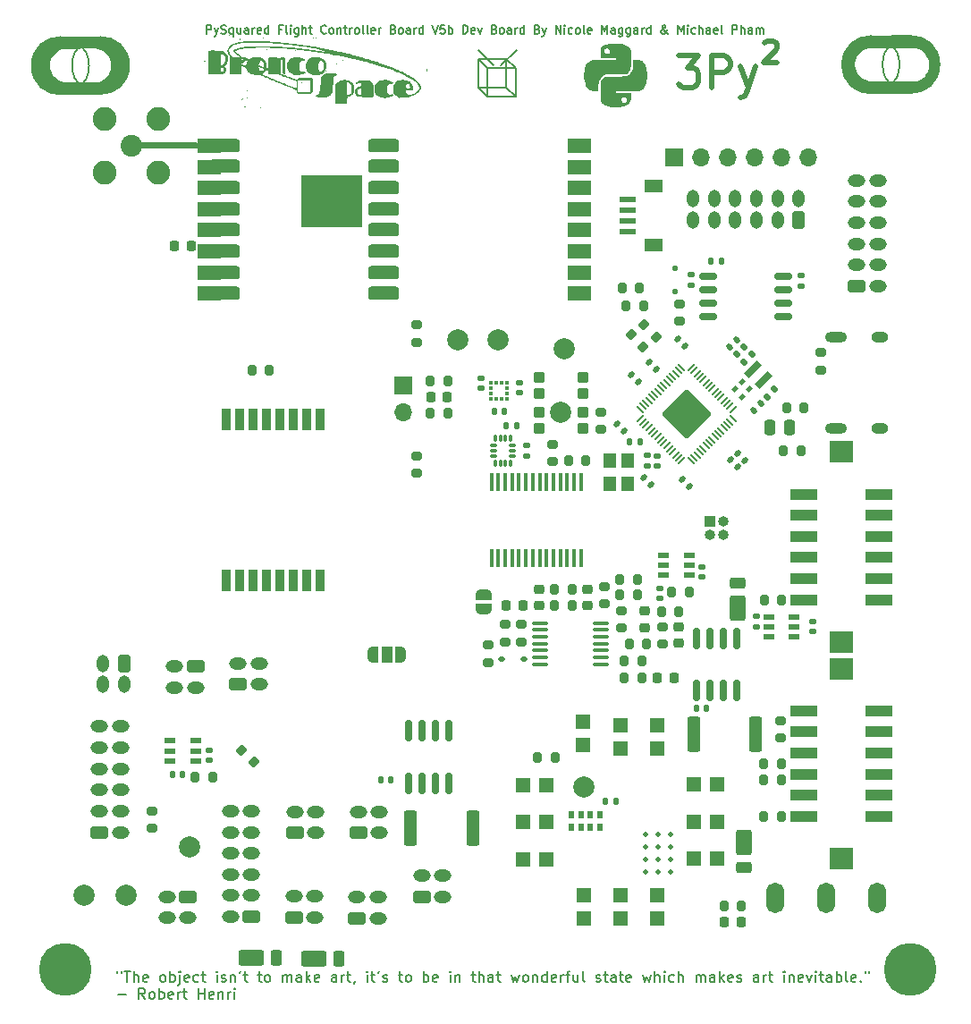
<source format=gbr>
%TF.GenerationSoftware,KiCad,Pcbnew,9.0.0*%
%TF.CreationDate,2025-05-20T19:59:45-07:00*%
%TF.ProjectId,FC_V5b,46435f56-3562-42e6-9b69-6361645f7063,rev?*%
%TF.SameCoordinates,Original*%
%TF.FileFunction,Soldermask,Top*%
%TF.FilePolarity,Negative*%
%FSLAX46Y46*%
G04 Gerber Fmt 4.6, Leading zero omitted, Abs format (unit mm)*
G04 Created by KiCad (PCBNEW 9.0.0) date 2025-05-20 19:59:45*
%MOMM*%
%LPD*%
G01*
G04 APERTURE LIST*
G04 Aperture macros list*
%AMRoundRect*
0 Rectangle with rounded corners*
0 $1 Rounding radius*
0 $2 $3 $4 $5 $6 $7 $8 $9 X,Y pos of 4 corners*
0 Add a 4 corners polygon primitive as box body*
4,1,4,$2,$3,$4,$5,$6,$7,$8,$9,$2,$3,0*
0 Add four circle primitives for the rounded corners*
1,1,$1+$1,$2,$3*
1,1,$1+$1,$4,$5*
1,1,$1+$1,$6,$7*
1,1,$1+$1,$8,$9*
0 Add four rect primitives between the rounded corners*
20,1,$1+$1,$2,$3,$4,$5,0*
20,1,$1+$1,$4,$5,$6,$7,0*
20,1,$1+$1,$6,$7,$8,$9,0*
20,1,$1+$1,$8,$9,$2,$3,0*%
%AMRotRect*
0 Rectangle, with rotation*
0 The origin of the aperture is its center*
0 $1 length*
0 $2 width*
0 $3 Rotation angle, in degrees counterclockwise*
0 Add horizontal line*
21,1,$1,$2,0,0,$3*%
%AMFreePoly0*
4,1,23,0.550000,-0.750000,0.000000,-0.750000,0.000000,-0.745722,-0.065263,-0.745722,-0.191342,-0.711940,-0.304381,-0.646677,-0.396677,-0.554381,-0.461940,-0.441342,-0.495722,-0.315263,-0.495722,-0.250000,-0.500000,-0.250000,-0.500000,0.250000,-0.495722,0.250000,-0.495722,0.315263,-0.461940,0.441342,-0.396677,0.554381,-0.304381,0.646677,-0.191342,0.711940,-0.065263,0.745722,0.000000,0.745722,
0.000000,0.750000,0.550000,0.750000,0.550000,-0.750000,0.550000,-0.750000,$1*%
%AMFreePoly1*
4,1,23,0.000000,0.745722,0.065263,0.745722,0.191342,0.711940,0.304381,0.646677,0.396677,0.554381,0.461940,0.441342,0.495722,0.315263,0.495722,0.250000,0.500000,0.250000,0.500000,-0.250000,0.495722,-0.250000,0.495722,-0.315263,0.461940,-0.441342,0.396677,-0.554381,0.304381,-0.646677,0.191342,-0.711940,0.065263,-0.745722,0.000000,-0.745722,0.000000,-0.750000,-0.550000,-0.750000,
-0.550000,0.750000,0.000000,0.750000,0.000000,0.745722,0.000000,0.745722,$1*%
%AMFreePoly2*
4,1,23,0.500000,-0.750000,0.000000,-0.750000,0.000000,-0.745722,-0.065263,-0.745722,-0.191342,-0.711940,-0.304381,-0.646677,-0.396677,-0.554381,-0.461940,-0.441342,-0.495722,-0.315263,-0.495722,-0.250000,-0.500000,-0.250000,-0.500000,0.250000,-0.495722,0.250000,-0.495722,0.315263,-0.461940,0.441342,-0.396677,0.554381,-0.304381,0.646677,-0.191342,0.711940,-0.065263,0.745722,0.000000,0.745722,
0.000000,0.750000,0.500000,0.750000,0.500000,-0.750000,0.500000,-0.750000,$1*%
%AMFreePoly3*
4,1,23,0.000000,0.745722,0.065263,0.745722,0.191342,0.711940,0.304381,0.646677,0.396677,0.554381,0.461940,0.441342,0.495722,0.315263,0.495722,0.250000,0.500000,0.250000,0.500000,-0.250000,0.495722,-0.250000,0.495722,-0.315263,0.461940,-0.441342,0.396677,-0.554381,0.304381,-0.646677,0.191342,-0.711940,0.065263,-0.745722,0.000000,-0.745722,0.000000,-0.750000,-0.500000,-0.750000,
-0.500000,0.750000,0.000000,0.750000,0.000000,0.745722,0.000000,0.745722,$1*%
%AMFreePoly4*
4,1,18,-0.437500,0.050000,-0.433694,0.069134,-0.422856,0.085355,-0.406634,0.096194,-0.387500,0.100000,0.387500,0.100000,0.437500,0.050000,0.437500,-0.050000,0.433694,-0.069134,0.422856,-0.085355,0.406634,-0.096194,0.387500,-0.100000,-0.387500,-0.100000,-0.406634,-0.096194,-0.422856,-0.085355,-0.433694,-0.069134,-0.437500,-0.050000,-0.437500,0.050000,-0.437500,0.050000,$1*%
%AMFreePoly5*
4,1,18,-0.437500,0.050000,-0.433694,0.069134,-0.422856,0.085355,-0.406634,0.096194,-0.387500,0.100000,0.387500,0.100000,0.406634,0.096194,0.422856,0.085355,0.433694,0.069134,0.437500,0.050000,0.437500,-0.050000,0.387500,-0.100000,-0.387500,-0.100000,-0.406634,-0.096194,-0.422856,-0.085355,-0.433694,-0.069134,-0.437500,-0.050000,-0.437500,0.050000,-0.437500,0.050000,$1*%
%AMFreePoly6*
4,1,18,-0.100000,0.387500,-0.050000,0.437500,0.050000,0.437500,0.069134,0.433694,0.085355,0.422856,0.096194,0.406634,0.100000,0.387500,0.100000,-0.387500,0.096194,-0.406634,0.085355,-0.422856,0.069134,-0.433694,0.050000,-0.437500,-0.050000,-0.437500,-0.069134,-0.433694,-0.085355,-0.422856,-0.096194,-0.406634,-0.100000,-0.387500,-0.100000,0.387500,-0.100000,0.387500,$1*%
%AMFreePoly7*
4,1,18,-0.100000,0.387500,-0.096194,0.406634,-0.085355,0.422856,-0.069134,0.433694,-0.050000,0.437500,0.050000,0.437500,0.100000,0.387500,0.100000,-0.387500,0.096194,-0.406634,0.085355,-0.422856,0.069134,-0.433694,0.050000,-0.437500,-0.050000,-0.437500,-0.069134,-0.433694,-0.085355,-0.422856,-0.096194,-0.406634,-0.100000,-0.387500,-0.100000,0.387500,-0.100000,0.387500,$1*%
%AMFreePoly8*
4,1,18,-0.437500,0.050000,-0.433694,0.069134,-0.422856,0.085355,-0.406634,0.096194,-0.387500,0.100000,0.387500,0.100000,0.406634,0.096194,0.422856,0.085355,0.433694,0.069134,0.437500,0.050000,0.437500,-0.050000,0.433694,-0.069134,0.422856,-0.085355,0.406634,-0.096194,0.387500,-0.100000,-0.387500,-0.100000,-0.437500,-0.050000,-0.437500,0.050000,-0.437500,0.050000,$1*%
%AMFreePoly9*
4,1,18,-0.437500,0.050000,-0.387500,0.100000,0.387500,0.100000,0.406634,0.096194,0.422856,0.085355,0.433694,0.069134,0.437500,0.050000,0.437500,-0.050000,0.433694,-0.069134,0.422856,-0.085355,0.406634,-0.096194,0.387500,-0.100000,-0.387500,-0.100000,-0.406634,-0.096194,-0.422856,-0.085355,-0.433694,-0.069134,-0.437500,-0.050000,-0.437500,0.050000,-0.437500,0.050000,$1*%
%AMFreePoly10*
4,1,18,-0.100000,0.387500,-0.096194,0.406634,-0.085355,0.422856,-0.069134,0.433694,-0.050000,0.437500,0.050000,0.437500,0.069134,0.433694,0.085355,0.422856,0.096194,0.406634,0.100000,0.387500,0.100000,-0.387500,0.050000,-0.437500,-0.050000,-0.437500,-0.069134,-0.433694,-0.085355,-0.422856,-0.096194,-0.406634,-0.100000,-0.387500,-0.100000,0.387500,-0.100000,0.387500,$1*%
%AMFreePoly11*
4,1,18,-0.100000,0.387500,-0.096194,0.406634,-0.085355,0.422856,-0.069134,0.433694,-0.050000,0.437500,0.050000,0.437500,0.069134,0.433694,0.085355,0.422856,0.096194,0.406634,0.100000,0.387500,0.100000,-0.387500,0.096194,-0.406634,0.085355,-0.422856,0.069134,-0.433694,0.050000,-0.437500,-0.050000,-0.437500,-0.100000,-0.387500,-0.100000,0.387500,-0.100000,0.387500,$1*%
G04 Aperture macros list end*
%ADD10C,0.200000*%
%ADD11C,0.150000*%
%ADD12C,0.500000*%
%ADD13C,0.000000*%
%ADD14RoundRect,0.250000X-0.575000X0.350000X-0.575000X-0.350000X0.575000X-0.350000X0.575000X0.350000X0*%
%ADD15O,1.650000X1.200000*%
%ADD16RoundRect,0.250000X0.575000X-0.350000X0.575000X0.350000X-0.575000X0.350000X-0.575000X-0.350000X0*%
%ADD17R,0.900000X2.000000*%
%ADD18R,1.000000X0.550000*%
%ADD19RoundRect,0.162500X-0.650000X-0.162500X0.650000X-0.162500X0.650000X0.162500X-0.650000X0.162500X0*%
%ADD20RoundRect,0.135000X0.035355X-0.226274X0.226274X-0.035355X-0.035355X0.226274X-0.226274X0.035355X0*%
%ADD21RoundRect,0.135000X-0.035355X0.226274X-0.226274X0.035355X0.035355X-0.226274X0.226274X-0.035355X0*%
%ADD22C,2.000000*%
%ADD23C,2.050000*%
%ADD24C,2.250000*%
%ADD25RoundRect,0.135000X-0.185000X0.135000X-0.185000X-0.135000X0.185000X-0.135000X0.185000X0.135000X0*%
%ADD26C,5.000000*%
%ADD27RoundRect,0.140000X0.140000X0.170000X-0.140000X0.170000X-0.140000X-0.170000X0.140000X-0.170000X0*%
%ADD28RoundRect,0.140000X-0.170000X0.140000X-0.170000X-0.140000X0.170000X-0.140000X0.170000X0.140000X0*%
%ADD29R,1.400000X1.400000*%
%ADD30RoundRect,0.200000X-0.200000X-0.275000X0.200000X-0.275000X0.200000X0.275000X-0.200000X0.275000X0*%
%ADD31RoundRect,0.050800X-0.450000X-0.450000X0.450000X-0.450000X0.450000X0.450000X-0.450000X0.450000X0*%
%ADD32RoundRect,0.140000X-0.140000X-0.170000X0.140000X-0.170000X0.140000X0.170000X-0.140000X0.170000X0*%
%ADD33FreePoly0,180.000000*%
%ADD34R,1.000000X1.500000*%
%ADD35FreePoly1,180.000000*%
%ADD36RoundRect,0.140000X0.170000X-0.140000X0.170000X0.140000X-0.170000X0.140000X-0.170000X-0.140000X0*%
%ADD37RoundRect,0.150000X-0.150000X0.825000X-0.150000X-0.825000X0.150000X-0.825000X0.150000X0.825000X0*%
%ADD38RoundRect,0.225000X-0.225000X-0.250000X0.225000X-0.250000X0.225000X0.250000X-0.225000X0.250000X0*%
%ADD39RoundRect,0.140000X0.219203X0.021213X0.021213X0.219203X-0.219203X-0.021213X-0.021213X-0.219203X0*%
%ADD40RoundRect,0.200000X-0.275000X0.200000X-0.275000X-0.200000X0.275000X-0.200000X0.275000X0.200000X0*%
%ADD41RoundRect,0.200000X0.200000X0.275000X-0.200000X0.275000X-0.200000X-0.275000X0.200000X-0.275000X0*%
%ADD42RoundRect,0.218750X0.256250X-0.218750X0.256250X0.218750X-0.256250X0.218750X-0.256250X-0.218750X0*%
%ADD43RotRect,0.700000X1.700000X315.000000*%
%ADD44RoundRect,0.250000X0.950000X0.500000X-0.950000X0.500000X-0.950000X-0.500000X0.950000X-0.500000X0*%
%ADD45RoundRect,0.250000X0.275000X0.500000X-0.275000X0.500000X-0.275000X-0.500000X0.275000X-0.500000X0*%
%ADD46FreePoly2,90.000000*%
%ADD47FreePoly3,90.000000*%
%ADD48RoundRect,0.218750X0.218750X0.256250X-0.218750X0.256250X-0.218750X-0.256250X0.218750X-0.256250X0*%
%ADD49RoundRect,0.200000X0.275000X-0.200000X0.275000X0.200000X-0.275000X0.200000X-0.275000X-0.200000X0*%
%ADD50RoundRect,0.225000X-0.250000X0.225000X-0.250000X-0.225000X0.250000X-0.225000X0.250000X0.225000X0*%
%ADD51RoundRect,0.250000X-0.250000X-0.475000X0.250000X-0.475000X0.250000X0.475000X-0.250000X0.475000X0*%
%ADD52RoundRect,0.100000X0.637500X0.100000X-0.637500X0.100000X-0.637500X-0.100000X0.637500X-0.100000X0*%
%ADD53RoundRect,0.063500X1.000000X0.650000X-1.000000X0.650000X-1.000000X-0.650000X1.000000X-0.650000X0*%
%ADD54RoundRect,0.063500X2.849999X2.400000X-2.849999X2.400000X-2.849999X-2.400000X2.849999X-2.400000X0*%
%ADD55R,1.550000X0.600000*%
%ADD56R,1.800000X1.200000*%
%ADD57RoundRect,0.140000X0.021213X-0.219203X0.219203X-0.021213X-0.021213X0.219203X-0.219203X0.021213X0*%
%ADD58RoundRect,0.200000X0.335876X0.053033X0.053033X0.335876X-0.335876X-0.053033X-0.053033X-0.335876X0*%
%ADD59RoundRect,0.087500X0.087500X-0.225000X0.087500X0.225000X-0.087500X0.225000X-0.087500X-0.225000X0*%
%ADD60RoundRect,0.087500X0.225000X-0.087500X0.225000X0.087500X-0.225000X0.087500X-0.225000X-0.087500X0*%
%ADD61RotRect,0.470000X0.530000X315.000000*%
%ADD62RoundRect,0.135000X0.185000X-0.135000X0.185000X0.135000X-0.185000X0.135000X-0.185000X-0.135000X0*%
%ADD63RoundRect,0.135000X0.135000X0.185000X-0.135000X0.185000X-0.135000X-0.185000X0.135000X-0.185000X0*%
%ADD64RoundRect,0.140000X-0.219203X-0.021213X-0.021213X-0.219203X0.219203X0.021213X0.021213X0.219203X0*%
%ADD65R,2.500000X1.100000*%
%ADD66R,2.200000X2.000000*%
%ADD67RoundRect,0.125000X-0.125000X0.125000X-0.125000X-0.125000X0.125000X-0.125000X0.125000X0.125000X0*%
%ADD68FreePoly4,315.000000*%
%ADD69RoundRect,0.050000X-0.309359X0.238649X0.238649X-0.309359X0.309359X-0.238649X-0.238649X0.309359X0*%
%ADD70FreePoly5,315.000000*%
%ADD71FreePoly6,315.000000*%
%ADD72RoundRect,0.050000X-0.309359X-0.238649X-0.238649X-0.309359X0.309359X0.238649X0.238649X0.309359X0*%
%ADD73FreePoly7,315.000000*%
%ADD74FreePoly8,315.000000*%
%ADD75FreePoly9,315.000000*%
%ADD76FreePoly10,315.000000*%
%ADD77FreePoly11,315.000000*%
%ADD78RoundRect,0.153000X0.000000X-2.187788X2.187788X0.000000X0.000000X2.187788X-2.187788X0.000000X0*%
%ADD79RoundRect,0.250000X-0.500000X0.950000X-0.500000X-0.950000X0.500000X-0.950000X0.500000X0.950000X0*%
%ADD80RoundRect,0.250000X-0.500000X0.275000X-0.500000X-0.275000X0.500000X-0.275000X0.500000X0.275000X0*%
%ADD81RoundRect,0.225000X0.225000X0.250000X-0.225000X0.250000X-0.225000X-0.250000X0.225000X-0.250000X0*%
%ADD82RoundRect,0.317500X1.157500X0.317500X-1.157500X0.317500X-1.157500X-0.317500X1.157500X-0.317500X0*%
%ADD83RoundRect,0.250000X0.500000X-0.950000X0.500000X0.950000X-0.500000X0.950000X-0.500000X-0.950000X0*%
%ADD84RoundRect,0.250000X0.500000X-0.275000X0.500000X0.275000X-0.500000X0.275000X-0.500000X-0.275000X0*%
%ADD85RoundRect,0.250000X-0.362500X-1.425000X0.362500X-1.425000X0.362500X1.425000X-0.362500X1.425000X0*%
%ADD86R,0.375000X0.350000*%
%ADD87R,0.350000X0.375000*%
%ADD88R,1.000000X1.000000*%
%ADD89O,1.000000X1.000000*%
%ADD90RoundRect,0.112500X0.187500X0.112500X-0.187500X0.112500X-0.187500X-0.112500X0.187500X-0.112500X0*%
%ADD91RoundRect,0.140000X-0.021213X0.219203X-0.219203X0.021213X0.021213X-0.219203X0.219203X-0.021213X0*%
%ADD92R,0.500000X0.800000*%
%ADD93R,1.200000X1.400000*%
%ADD94R,0.450000X1.750000*%
%ADD95RoundRect,0.250000X0.350000X0.575000X-0.350000X0.575000X-0.350000X-0.575000X0.350000X-0.575000X0*%
%ADD96O,1.200000X1.650000*%
%ADD97R,1.700000X1.700000*%
%ADD98O,1.700000X1.700000*%
%ADD99C,0.500000*%
%ADD100O,1.700000X2.900000*%
%ADD101O,1.600000X1.000000*%
%ADD102O,2.100000X1.000000*%
G04 APERTURE END LIST*
D10*
X187840000Y-52410000D02*
X186360000Y-50930000D01*
D11*
X153291978Y-52405459D02*
G75*
G02*
X147907162Y-52405459I-2692408J0D01*
G01*
X147907162Y-52405459D02*
G75*
G02*
X153291978Y-52405459I2692408J0D01*
G01*
D10*
X189040000Y-51820000D02*
X186340000Y-51820000D01*
X186340000Y-51820000D02*
X187190000Y-52670000D01*
X186340000Y-54520000D02*
X189040000Y-54520000D01*
X189040000Y-54520000D02*
X189040000Y-51820000D01*
D11*
X146799570Y-55127504D02*
X150599570Y-55134011D01*
D10*
X189040000Y-54520000D02*
X189890000Y-55370000D01*
X186340000Y-54520000D02*
X186340000Y-51820000D01*
D11*
X223543845Y-55035798D02*
X227343845Y-55042305D01*
X149506967Y-52430757D02*
G75*
G02*
X144092173Y-52430757I-2707397J0D01*
G01*
X144092173Y-52430757D02*
G75*
G02*
X149506967Y-52430757I2707397J0D01*
G01*
X230036253Y-52313753D02*
G75*
G02*
X224651437Y-52313753I-2692408J0D01*
G01*
X224651437Y-52313753D02*
G75*
G02*
X230036253Y-52313753I2692408J0D01*
G01*
X227393845Y-49635798D02*
X223593845Y-49642305D01*
X150649570Y-49727504D02*
X146849570Y-49734011D01*
D10*
X189890000Y-55370000D02*
X189890000Y-52670000D01*
X189040000Y-51820000D02*
X189890000Y-52670000D01*
X187190000Y-52670000D02*
X187190000Y-55370000D01*
X187190000Y-55370000D02*
X186340000Y-54520000D01*
X189890000Y-52670000D02*
X187190000Y-52670000D01*
X187190000Y-55370000D02*
X189890000Y-55370000D01*
X188520000Y-52390000D02*
X189990000Y-50920000D01*
D11*
X226251242Y-52339051D02*
G75*
G02*
X220836448Y-52339051I-2707397J0D01*
G01*
X220836448Y-52339051D02*
G75*
G02*
X226251242Y-52339051I2707397J0D01*
G01*
D12*
X213498571Y-50289714D02*
X213593809Y-50194476D01*
X213593809Y-50194476D02*
X213784285Y-50099238D01*
X213784285Y-50099238D02*
X214260476Y-50099238D01*
X214260476Y-50099238D02*
X214450952Y-50194476D01*
X214450952Y-50194476D02*
X214546190Y-50289714D01*
X214546190Y-50289714D02*
X214641428Y-50480190D01*
X214641428Y-50480190D02*
X214641428Y-50670666D01*
X214641428Y-50670666D02*
X214546190Y-50956380D01*
X214546190Y-50956380D02*
X213403333Y-52099238D01*
X213403333Y-52099238D02*
X214641428Y-52099238D01*
X205367143Y-51481857D02*
X207224286Y-51481857D01*
X207224286Y-51481857D02*
X206224286Y-52624714D01*
X206224286Y-52624714D02*
X206652857Y-52624714D01*
X206652857Y-52624714D02*
X206938572Y-52767571D01*
X206938572Y-52767571D02*
X207081429Y-52910428D01*
X207081429Y-52910428D02*
X207224286Y-53196142D01*
X207224286Y-53196142D02*
X207224286Y-53910428D01*
X207224286Y-53910428D02*
X207081429Y-54196142D01*
X207081429Y-54196142D02*
X206938572Y-54339000D01*
X206938572Y-54339000D02*
X206652857Y-54481857D01*
X206652857Y-54481857D02*
X205795714Y-54481857D01*
X205795714Y-54481857D02*
X205510000Y-54339000D01*
X205510000Y-54339000D02*
X205367143Y-54196142D01*
X208510000Y-54481857D02*
X208510000Y-51481857D01*
X208510000Y-51481857D02*
X209652857Y-51481857D01*
X209652857Y-51481857D02*
X209938572Y-51624714D01*
X209938572Y-51624714D02*
X210081429Y-51767571D01*
X210081429Y-51767571D02*
X210224286Y-52053285D01*
X210224286Y-52053285D02*
X210224286Y-52481857D01*
X210224286Y-52481857D02*
X210081429Y-52767571D01*
X210081429Y-52767571D02*
X209938572Y-52910428D01*
X209938572Y-52910428D02*
X209652857Y-53053285D01*
X209652857Y-53053285D02*
X208510000Y-53053285D01*
X211224286Y-52481857D02*
X211938572Y-54481857D01*
X212652857Y-52481857D02*
X211938572Y-54481857D01*
X211938572Y-54481857D02*
X211652857Y-55196142D01*
X211652857Y-55196142D02*
X211510000Y-55339000D01*
X211510000Y-55339000D02*
X211224286Y-55481857D01*
D11*
X152189160Y-138159875D02*
X152189160Y-138350351D01*
X152570112Y-138159875D02*
X152570112Y-138350351D01*
X152855827Y-138159875D02*
X153427255Y-138159875D01*
X153141541Y-139159875D02*
X153141541Y-138159875D01*
X153760589Y-139159875D02*
X153760589Y-138159875D01*
X154189160Y-139159875D02*
X154189160Y-138636065D01*
X154189160Y-138636065D02*
X154141541Y-138540827D01*
X154141541Y-138540827D02*
X154046303Y-138493208D01*
X154046303Y-138493208D02*
X153903446Y-138493208D01*
X153903446Y-138493208D02*
X153808208Y-138540827D01*
X153808208Y-138540827D02*
X153760589Y-138588446D01*
X155046303Y-139112256D02*
X154951065Y-139159875D01*
X154951065Y-139159875D02*
X154760589Y-139159875D01*
X154760589Y-139159875D02*
X154665351Y-139112256D01*
X154665351Y-139112256D02*
X154617732Y-139017017D01*
X154617732Y-139017017D02*
X154617732Y-138636065D01*
X154617732Y-138636065D02*
X154665351Y-138540827D01*
X154665351Y-138540827D02*
X154760589Y-138493208D01*
X154760589Y-138493208D02*
X154951065Y-138493208D01*
X154951065Y-138493208D02*
X155046303Y-138540827D01*
X155046303Y-138540827D02*
X155093922Y-138636065D01*
X155093922Y-138636065D02*
X155093922Y-138731303D01*
X155093922Y-138731303D02*
X154617732Y-138826541D01*
X156427256Y-139159875D02*
X156332018Y-139112256D01*
X156332018Y-139112256D02*
X156284399Y-139064636D01*
X156284399Y-139064636D02*
X156236780Y-138969398D01*
X156236780Y-138969398D02*
X156236780Y-138683684D01*
X156236780Y-138683684D02*
X156284399Y-138588446D01*
X156284399Y-138588446D02*
X156332018Y-138540827D01*
X156332018Y-138540827D02*
X156427256Y-138493208D01*
X156427256Y-138493208D02*
X156570113Y-138493208D01*
X156570113Y-138493208D02*
X156665351Y-138540827D01*
X156665351Y-138540827D02*
X156712970Y-138588446D01*
X156712970Y-138588446D02*
X156760589Y-138683684D01*
X156760589Y-138683684D02*
X156760589Y-138969398D01*
X156760589Y-138969398D02*
X156712970Y-139064636D01*
X156712970Y-139064636D02*
X156665351Y-139112256D01*
X156665351Y-139112256D02*
X156570113Y-139159875D01*
X156570113Y-139159875D02*
X156427256Y-139159875D01*
X157189161Y-139159875D02*
X157189161Y-138159875D01*
X157189161Y-138540827D02*
X157284399Y-138493208D01*
X157284399Y-138493208D02*
X157474875Y-138493208D01*
X157474875Y-138493208D02*
X157570113Y-138540827D01*
X157570113Y-138540827D02*
X157617732Y-138588446D01*
X157617732Y-138588446D02*
X157665351Y-138683684D01*
X157665351Y-138683684D02*
X157665351Y-138969398D01*
X157665351Y-138969398D02*
X157617732Y-139064636D01*
X157617732Y-139064636D02*
X157570113Y-139112256D01*
X157570113Y-139112256D02*
X157474875Y-139159875D01*
X157474875Y-139159875D02*
X157284399Y-139159875D01*
X157284399Y-139159875D02*
X157189161Y-139112256D01*
X158093923Y-138493208D02*
X158093923Y-139350351D01*
X158093923Y-139350351D02*
X158046304Y-139445589D01*
X158046304Y-139445589D02*
X157951066Y-139493208D01*
X157951066Y-139493208D02*
X157903447Y-139493208D01*
X158093923Y-138159875D02*
X158046304Y-138207494D01*
X158046304Y-138207494D02*
X158093923Y-138255113D01*
X158093923Y-138255113D02*
X158141542Y-138207494D01*
X158141542Y-138207494D02*
X158093923Y-138159875D01*
X158093923Y-138159875D02*
X158093923Y-138255113D01*
X158951065Y-139112256D02*
X158855827Y-139159875D01*
X158855827Y-139159875D02*
X158665351Y-139159875D01*
X158665351Y-139159875D02*
X158570113Y-139112256D01*
X158570113Y-139112256D02*
X158522494Y-139017017D01*
X158522494Y-139017017D02*
X158522494Y-138636065D01*
X158522494Y-138636065D02*
X158570113Y-138540827D01*
X158570113Y-138540827D02*
X158665351Y-138493208D01*
X158665351Y-138493208D02*
X158855827Y-138493208D01*
X158855827Y-138493208D02*
X158951065Y-138540827D01*
X158951065Y-138540827D02*
X158998684Y-138636065D01*
X158998684Y-138636065D02*
X158998684Y-138731303D01*
X158998684Y-138731303D02*
X158522494Y-138826541D01*
X159855827Y-139112256D02*
X159760589Y-139159875D01*
X159760589Y-139159875D02*
X159570113Y-139159875D01*
X159570113Y-139159875D02*
X159474875Y-139112256D01*
X159474875Y-139112256D02*
X159427256Y-139064636D01*
X159427256Y-139064636D02*
X159379637Y-138969398D01*
X159379637Y-138969398D02*
X159379637Y-138683684D01*
X159379637Y-138683684D02*
X159427256Y-138588446D01*
X159427256Y-138588446D02*
X159474875Y-138540827D01*
X159474875Y-138540827D02*
X159570113Y-138493208D01*
X159570113Y-138493208D02*
X159760589Y-138493208D01*
X159760589Y-138493208D02*
X159855827Y-138540827D01*
X160141542Y-138493208D02*
X160522494Y-138493208D01*
X160284399Y-138159875D02*
X160284399Y-139017017D01*
X160284399Y-139017017D02*
X160332018Y-139112256D01*
X160332018Y-139112256D02*
X160427256Y-139159875D01*
X160427256Y-139159875D02*
X160522494Y-139159875D01*
X161617733Y-139159875D02*
X161617733Y-138493208D01*
X161617733Y-138159875D02*
X161570114Y-138207494D01*
X161570114Y-138207494D02*
X161617733Y-138255113D01*
X161617733Y-138255113D02*
X161665352Y-138207494D01*
X161665352Y-138207494D02*
X161617733Y-138159875D01*
X161617733Y-138159875D02*
X161617733Y-138255113D01*
X162046304Y-139112256D02*
X162141542Y-139159875D01*
X162141542Y-139159875D02*
X162332018Y-139159875D01*
X162332018Y-139159875D02*
X162427256Y-139112256D01*
X162427256Y-139112256D02*
X162474875Y-139017017D01*
X162474875Y-139017017D02*
X162474875Y-138969398D01*
X162474875Y-138969398D02*
X162427256Y-138874160D01*
X162427256Y-138874160D02*
X162332018Y-138826541D01*
X162332018Y-138826541D02*
X162189161Y-138826541D01*
X162189161Y-138826541D02*
X162093923Y-138778922D01*
X162093923Y-138778922D02*
X162046304Y-138683684D01*
X162046304Y-138683684D02*
X162046304Y-138636065D01*
X162046304Y-138636065D02*
X162093923Y-138540827D01*
X162093923Y-138540827D02*
X162189161Y-138493208D01*
X162189161Y-138493208D02*
X162332018Y-138493208D01*
X162332018Y-138493208D02*
X162427256Y-138540827D01*
X162903447Y-138493208D02*
X162903447Y-139159875D01*
X162903447Y-138588446D02*
X162951066Y-138540827D01*
X162951066Y-138540827D02*
X163046304Y-138493208D01*
X163046304Y-138493208D02*
X163189161Y-138493208D01*
X163189161Y-138493208D02*
X163284399Y-138540827D01*
X163284399Y-138540827D02*
X163332018Y-138636065D01*
X163332018Y-138636065D02*
X163332018Y-139159875D01*
X163855828Y-138159875D02*
X163760590Y-138350351D01*
X164141542Y-138493208D02*
X164522494Y-138493208D01*
X164284399Y-138159875D02*
X164284399Y-139017017D01*
X164284399Y-139017017D02*
X164332018Y-139112256D01*
X164332018Y-139112256D02*
X164427256Y-139159875D01*
X164427256Y-139159875D02*
X164522494Y-139159875D01*
X165474876Y-138493208D02*
X165855828Y-138493208D01*
X165617733Y-138159875D02*
X165617733Y-139017017D01*
X165617733Y-139017017D02*
X165665352Y-139112256D01*
X165665352Y-139112256D02*
X165760590Y-139159875D01*
X165760590Y-139159875D02*
X165855828Y-139159875D01*
X166332019Y-139159875D02*
X166236781Y-139112256D01*
X166236781Y-139112256D02*
X166189162Y-139064636D01*
X166189162Y-139064636D02*
X166141543Y-138969398D01*
X166141543Y-138969398D02*
X166141543Y-138683684D01*
X166141543Y-138683684D02*
X166189162Y-138588446D01*
X166189162Y-138588446D02*
X166236781Y-138540827D01*
X166236781Y-138540827D02*
X166332019Y-138493208D01*
X166332019Y-138493208D02*
X166474876Y-138493208D01*
X166474876Y-138493208D02*
X166570114Y-138540827D01*
X166570114Y-138540827D02*
X166617733Y-138588446D01*
X166617733Y-138588446D02*
X166665352Y-138683684D01*
X166665352Y-138683684D02*
X166665352Y-138969398D01*
X166665352Y-138969398D02*
X166617733Y-139064636D01*
X166617733Y-139064636D02*
X166570114Y-139112256D01*
X166570114Y-139112256D02*
X166474876Y-139159875D01*
X166474876Y-139159875D02*
X166332019Y-139159875D01*
X167855829Y-139159875D02*
X167855829Y-138493208D01*
X167855829Y-138588446D02*
X167903448Y-138540827D01*
X167903448Y-138540827D02*
X167998686Y-138493208D01*
X167998686Y-138493208D02*
X168141543Y-138493208D01*
X168141543Y-138493208D02*
X168236781Y-138540827D01*
X168236781Y-138540827D02*
X168284400Y-138636065D01*
X168284400Y-138636065D02*
X168284400Y-139159875D01*
X168284400Y-138636065D02*
X168332019Y-138540827D01*
X168332019Y-138540827D02*
X168427257Y-138493208D01*
X168427257Y-138493208D02*
X168570114Y-138493208D01*
X168570114Y-138493208D02*
X168665353Y-138540827D01*
X168665353Y-138540827D02*
X168712972Y-138636065D01*
X168712972Y-138636065D02*
X168712972Y-139159875D01*
X169617733Y-139159875D02*
X169617733Y-138636065D01*
X169617733Y-138636065D02*
X169570114Y-138540827D01*
X169570114Y-138540827D02*
X169474876Y-138493208D01*
X169474876Y-138493208D02*
X169284400Y-138493208D01*
X169284400Y-138493208D02*
X169189162Y-138540827D01*
X169617733Y-139112256D02*
X169522495Y-139159875D01*
X169522495Y-139159875D02*
X169284400Y-139159875D01*
X169284400Y-139159875D02*
X169189162Y-139112256D01*
X169189162Y-139112256D02*
X169141543Y-139017017D01*
X169141543Y-139017017D02*
X169141543Y-138921779D01*
X169141543Y-138921779D02*
X169189162Y-138826541D01*
X169189162Y-138826541D02*
X169284400Y-138778922D01*
X169284400Y-138778922D02*
X169522495Y-138778922D01*
X169522495Y-138778922D02*
X169617733Y-138731303D01*
X170093924Y-139159875D02*
X170093924Y-138159875D01*
X170189162Y-138778922D02*
X170474876Y-139159875D01*
X170474876Y-138493208D02*
X170093924Y-138874160D01*
X171284400Y-139112256D02*
X171189162Y-139159875D01*
X171189162Y-139159875D02*
X170998686Y-139159875D01*
X170998686Y-139159875D02*
X170903448Y-139112256D01*
X170903448Y-139112256D02*
X170855829Y-139017017D01*
X170855829Y-139017017D02*
X170855829Y-138636065D01*
X170855829Y-138636065D02*
X170903448Y-138540827D01*
X170903448Y-138540827D02*
X170998686Y-138493208D01*
X170998686Y-138493208D02*
X171189162Y-138493208D01*
X171189162Y-138493208D02*
X171284400Y-138540827D01*
X171284400Y-138540827D02*
X171332019Y-138636065D01*
X171332019Y-138636065D02*
X171332019Y-138731303D01*
X171332019Y-138731303D02*
X170855829Y-138826541D01*
X172951067Y-139159875D02*
X172951067Y-138636065D01*
X172951067Y-138636065D02*
X172903448Y-138540827D01*
X172903448Y-138540827D02*
X172808210Y-138493208D01*
X172808210Y-138493208D02*
X172617734Y-138493208D01*
X172617734Y-138493208D02*
X172522496Y-138540827D01*
X172951067Y-139112256D02*
X172855829Y-139159875D01*
X172855829Y-139159875D02*
X172617734Y-139159875D01*
X172617734Y-139159875D02*
X172522496Y-139112256D01*
X172522496Y-139112256D02*
X172474877Y-139017017D01*
X172474877Y-139017017D02*
X172474877Y-138921779D01*
X172474877Y-138921779D02*
X172522496Y-138826541D01*
X172522496Y-138826541D02*
X172617734Y-138778922D01*
X172617734Y-138778922D02*
X172855829Y-138778922D01*
X172855829Y-138778922D02*
X172951067Y-138731303D01*
X173427258Y-139159875D02*
X173427258Y-138493208D01*
X173427258Y-138683684D02*
X173474877Y-138588446D01*
X173474877Y-138588446D02*
X173522496Y-138540827D01*
X173522496Y-138540827D02*
X173617734Y-138493208D01*
X173617734Y-138493208D02*
X173712972Y-138493208D01*
X173903449Y-138493208D02*
X174284401Y-138493208D01*
X174046306Y-138159875D02*
X174046306Y-139017017D01*
X174046306Y-139017017D02*
X174093925Y-139112256D01*
X174093925Y-139112256D02*
X174189163Y-139159875D01*
X174189163Y-139159875D02*
X174284401Y-139159875D01*
X174665354Y-139112256D02*
X174665354Y-139159875D01*
X174665354Y-139159875D02*
X174617735Y-139255113D01*
X174617735Y-139255113D02*
X174570116Y-139302732D01*
X175855830Y-139159875D02*
X175855830Y-138493208D01*
X175855830Y-138159875D02*
X175808211Y-138207494D01*
X175808211Y-138207494D02*
X175855830Y-138255113D01*
X175855830Y-138255113D02*
X175903449Y-138207494D01*
X175903449Y-138207494D02*
X175855830Y-138159875D01*
X175855830Y-138159875D02*
X175855830Y-138255113D01*
X176189163Y-138493208D02*
X176570115Y-138493208D01*
X176332020Y-138159875D02*
X176332020Y-139017017D01*
X176332020Y-139017017D02*
X176379639Y-139112256D01*
X176379639Y-139112256D02*
X176474877Y-139159875D01*
X176474877Y-139159875D02*
X176570115Y-139159875D01*
X176951068Y-138159875D02*
X176855830Y-138350351D01*
X177332020Y-139112256D02*
X177427258Y-139159875D01*
X177427258Y-139159875D02*
X177617734Y-139159875D01*
X177617734Y-139159875D02*
X177712972Y-139112256D01*
X177712972Y-139112256D02*
X177760591Y-139017017D01*
X177760591Y-139017017D02*
X177760591Y-138969398D01*
X177760591Y-138969398D02*
X177712972Y-138874160D01*
X177712972Y-138874160D02*
X177617734Y-138826541D01*
X177617734Y-138826541D02*
X177474877Y-138826541D01*
X177474877Y-138826541D02*
X177379639Y-138778922D01*
X177379639Y-138778922D02*
X177332020Y-138683684D01*
X177332020Y-138683684D02*
X177332020Y-138636065D01*
X177332020Y-138636065D02*
X177379639Y-138540827D01*
X177379639Y-138540827D02*
X177474877Y-138493208D01*
X177474877Y-138493208D02*
X177617734Y-138493208D01*
X177617734Y-138493208D02*
X177712972Y-138540827D01*
X178808211Y-138493208D02*
X179189163Y-138493208D01*
X178951068Y-138159875D02*
X178951068Y-139017017D01*
X178951068Y-139017017D02*
X178998687Y-139112256D01*
X178998687Y-139112256D02*
X179093925Y-139159875D01*
X179093925Y-139159875D02*
X179189163Y-139159875D01*
X179665354Y-139159875D02*
X179570116Y-139112256D01*
X179570116Y-139112256D02*
X179522497Y-139064636D01*
X179522497Y-139064636D02*
X179474878Y-138969398D01*
X179474878Y-138969398D02*
X179474878Y-138683684D01*
X179474878Y-138683684D02*
X179522497Y-138588446D01*
X179522497Y-138588446D02*
X179570116Y-138540827D01*
X179570116Y-138540827D02*
X179665354Y-138493208D01*
X179665354Y-138493208D02*
X179808211Y-138493208D01*
X179808211Y-138493208D02*
X179903449Y-138540827D01*
X179903449Y-138540827D02*
X179951068Y-138588446D01*
X179951068Y-138588446D02*
X179998687Y-138683684D01*
X179998687Y-138683684D02*
X179998687Y-138969398D01*
X179998687Y-138969398D02*
X179951068Y-139064636D01*
X179951068Y-139064636D02*
X179903449Y-139112256D01*
X179903449Y-139112256D02*
X179808211Y-139159875D01*
X179808211Y-139159875D02*
X179665354Y-139159875D01*
X181189164Y-139159875D02*
X181189164Y-138159875D01*
X181189164Y-138540827D02*
X181284402Y-138493208D01*
X181284402Y-138493208D02*
X181474878Y-138493208D01*
X181474878Y-138493208D02*
X181570116Y-138540827D01*
X181570116Y-138540827D02*
X181617735Y-138588446D01*
X181617735Y-138588446D02*
X181665354Y-138683684D01*
X181665354Y-138683684D02*
X181665354Y-138969398D01*
X181665354Y-138969398D02*
X181617735Y-139064636D01*
X181617735Y-139064636D02*
X181570116Y-139112256D01*
X181570116Y-139112256D02*
X181474878Y-139159875D01*
X181474878Y-139159875D02*
X181284402Y-139159875D01*
X181284402Y-139159875D02*
X181189164Y-139112256D01*
X182474878Y-139112256D02*
X182379640Y-139159875D01*
X182379640Y-139159875D02*
X182189164Y-139159875D01*
X182189164Y-139159875D02*
X182093926Y-139112256D01*
X182093926Y-139112256D02*
X182046307Y-139017017D01*
X182046307Y-139017017D02*
X182046307Y-138636065D01*
X182046307Y-138636065D02*
X182093926Y-138540827D01*
X182093926Y-138540827D02*
X182189164Y-138493208D01*
X182189164Y-138493208D02*
X182379640Y-138493208D01*
X182379640Y-138493208D02*
X182474878Y-138540827D01*
X182474878Y-138540827D02*
X182522497Y-138636065D01*
X182522497Y-138636065D02*
X182522497Y-138731303D01*
X182522497Y-138731303D02*
X182046307Y-138826541D01*
X183712974Y-139159875D02*
X183712974Y-138493208D01*
X183712974Y-138159875D02*
X183665355Y-138207494D01*
X183665355Y-138207494D02*
X183712974Y-138255113D01*
X183712974Y-138255113D02*
X183760593Y-138207494D01*
X183760593Y-138207494D02*
X183712974Y-138159875D01*
X183712974Y-138159875D02*
X183712974Y-138255113D01*
X184189164Y-138493208D02*
X184189164Y-139159875D01*
X184189164Y-138588446D02*
X184236783Y-138540827D01*
X184236783Y-138540827D02*
X184332021Y-138493208D01*
X184332021Y-138493208D02*
X184474878Y-138493208D01*
X184474878Y-138493208D02*
X184570116Y-138540827D01*
X184570116Y-138540827D02*
X184617735Y-138636065D01*
X184617735Y-138636065D02*
X184617735Y-139159875D01*
X185712974Y-138493208D02*
X186093926Y-138493208D01*
X185855831Y-138159875D02*
X185855831Y-139017017D01*
X185855831Y-139017017D02*
X185903450Y-139112256D01*
X185903450Y-139112256D02*
X185998688Y-139159875D01*
X185998688Y-139159875D02*
X186093926Y-139159875D01*
X186427260Y-139159875D02*
X186427260Y-138159875D01*
X186855831Y-139159875D02*
X186855831Y-138636065D01*
X186855831Y-138636065D02*
X186808212Y-138540827D01*
X186808212Y-138540827D02*
X186712974Y-138493208D01*
X186712974Y-138493208D02*
X186570117Y-138493208D01*
X186570117Y-138493208D02*
X186474879Y-138540827D01*
X186474879Y-138540827D02*
X186427260Y-138588446D01*
X187760593Y-139159875D02*
X187760593Y-138636065D01*
X187760593Y-138636065D02*
X187712974Y-138540827D01*
X187712974Y-138540827D02*
X187617736Y-138493208D01*
X187617736Y-138493208D02*
X187427260Y-138493208D01*
X187427260Y-138493208D02*
X187332022Y-138540827D01*
X187760593Y-139112256D02*
X187665355Y-139159875D01*
X187665355Y-139159875D02*
X187427260Y-139159875D01*
X187427260Y-139159875D02*
X187332022Y-139112256D01*
X187332022Y-139112256D02*
X187284403Y-139017017D01*
X187284403Y-139017017D02*
X187284403Y-138921779D01*
X187284403Y-138921779D02*
X187332022Y-138826541D01*
X187332022Y-138826541D02*
X187427260Y-138778922D01*
X187427260Y-138778922D02*
X187665355Y-138778922D01*
X187665355Y-138778922D02*
X187760593Y-138731303D01*
X188093927Y-138493208D02*
X188474879Y-138493208D01*
X188236784Y-138159875D02*
X188236784Y-139017017D01*
X188236784Y-139017017D02*
X188284403Y-139112256D01*
X188284403Y-139112256D02*
X188379641Y-139159875D01*
X188379641Y-139159875D02*
X188474879Y-139159875D01*
X189474880Y-138493208D02*
X189665356Y-139159875D01*
X189665356Y-139159875D02*
X189855832Y-138683684D01*
X189855832Y-138683684D02*
X190046308Y-139159875D01*
X190046308Y-139159875D02*
X190236784Y-138493208D01*
X190760594Y-139159875D02*
X190665356Y-139112256D01*
X190665356Y-139112256D02*
X190617737Y-139064636D01*
X190617737Y-139064636D02*
X190570118Y-138969398D01*
X190570118Y-138969398D02*
X190570118Y-138683684D01*
X190570118Y-138683684D02*
X190617737Y-138588446D01*
X190617737Y-138588446D02*
X190665356Y-138540827D01*
X190665356Y-138540827D02*
X190760594Y-138493208D01*
X190760594Y-138493208D02*
X190903451Y-138493208D01*
X190903451Y-138493208D02*
X190998689Y-138540827D01*
X190998689Y-138540827D02*
X191046308Y-138588446D01*
X191046308Y-138588446D02*
X191093927Y-138683684D01*
X191093927Y-138683684D02*
X191093927Y-138969398D01*
X191093927Y-138969398D02*
X191046308Y-139064636D01*
X191046308Y-139064636D02*
X190998689Y-139112256D01*
X190998689Y-139112256D02*
X190903451Y-139159875D01*
X190903451Y-139159875D02*
X190760594Y-139159875D01*
X191522499Y-138493208D02*
X191522499Y-139159875D01*
X191522499Y-138588446D02*
X191570118Y-138540827D01*
X191570118Y-138540827D02*
X191665356Y-138493208D01*
X191665356Y-138493208D02*
X191808213Y-138493208D01*
X191808213Y-138493208D02*
X191903451Y-138540827D01*
X191903451Y-138540827D02*
X191951070Y-138636065D01*
X191951070Y-138636065D02*
X191951070Y-139159875D01*
X192855832Y-139159875D02*
X192855832Y-138159875D01*
X192855832Y-139112256D02*
X192760594Y-139159875D01*
X192760594Y-139159875D02*
X192570118Y-139159875D01*
X192570118Y-139159875D02*
X192474880Y-139112256D01*
X192474880Y-139112256D02*
X192427261Y-139064636D01*
X192427261Y-139064636D02*
X192379642Y-138969398D01*
X192379642Y-138969398D02*
X192379642Y-138683684D01*
X192379642Y-138683684D02*
X192427261Y-138588446D01*
X192427261Y-138588446D02*
X192474880Y-138540827D01*
X192474880Y-138540827D02*
X192570118Y-138493208D01*
X192570118Y-138493208D02*
X192760594Y-138493208D01*
X192760594Y-138493208D02*
X192855832Y-138540827D01*
X193712975Y-139112256D02*
X193617737Y-139159875D01*
X193617737Y-139159875D02*
X193427261Y-139159875D01*
X193427261Y-139159875D02*
X193332023Y-139112256D01*
X193332023Y-139112256D02*
X193284404Y-139017017D01*
X193284404Y-139017017D02*
X193284404Y-138636065D01*
X193284404Y-138636065D02*
X193332023Y-138540827D01*
X193332023Y-138540827D02*
X193427261Y-138493208D01*
X193427261Y-138493208D02*
X193617737Y-138493208D01*
X193617737Y-138493208D02*
X193712975Y-138540827D01*
X193712975Y-138540827D02*
X193760594Y-138636065D01*
X193760594Y-138636065D02*
X193760594Y-138731303D01*
X193760594Y-138731303D02*
X193284404Y-138826541D01*
X194189166Y-139159875D02*
X194189166Y-138493208D01*
X194189166Y-138683684D02*
X194236785Y-138588446D01*
X194236785Y-138588446D02*
X194284404Y-138540827D01*
X194284404Y-138540827D02*
X194379642Y-138493208D01*
X194379642Y-138493208D02*
X194474880Y-138493208D01*
X194665357Y-138493208D02*
X195046309Y-138493208D01*
X194808214Y-139159875D02*
X194808214Y-138302732D01*
X194808214Y-138302732D02*
X194855833Y-138207494D01*
X194855833Y-138207494D02*
X194951071Y-138159875D01*
X194951071Y-138159875D02*
X195046309Y-138159875D01*
X195808214Y-138493208D02*
X195808214Y-139159875D01*
X195379643Y-138493208D02*
X195379643Y-139017017D01*
X195379643Y-139017017D02*
X195427262Y-139112256D01*
X195427262Y-139112256D02*
X195522500Y-139159875D01*
X195522500Y-139159875D02*
X195665357Y-139159875D01*
X195665357Y-139159875D02*
X195760595Y-139112256D01*
X195760595Y-139112256D02*
X195808214Y-139064636D01*
X196427262Y-139159875D02*
X196332024Y-139112256D01*
X196332024Y-139112256D02*
X196284405Y-139017017D01*
X196284405Y-139017017D02*
X196284405Y-138159875D01*
X197522501Y-139112256D02*
X197617739Y-139159875D01*
X197617739Y-139159875D02*
X197808215Y-139159875D01*
X197808215Y-139159875D02*
X197903453Y-139112256D01*
X197903453Y-139112256D02*
X197951072Y-139017017D01*
X197951072Y-139017017D02*
X197951072Y-138969398D01*
X197951072Y-138969398D02*
X197903453Y-138874160D01*
X197903453Y-138874160D02*
X197808215Y-138826541D01*
X197808215Y-138826541D02*
X197665358Y-138826541D01*
X197665358Y-138826541D02*
X197570120Y-138778922D01*
X197570120Y-138778922D02*
X197522501Y-138683684D01*
X197522501Y-138683684D02*
X197522501Y-138636065D01*
X197522501Y-138636065D02*
X197570120Y-138540827D01*
X197570120Y-138540827D02*
X197665358Y-138493208D01*
X197665358Y-138493208D02*
X197808215Y-138493208D01*
X197808215Y-138493208D02*
X197903453Y-138540827D01*
X198236787Y-138493208D02*
X198617739Y-138493208D01*
X198379644Y-138159875D02*
X198379644Y-139017017D01*
X198379644Y-139017017D02*
X198427263Y-139112256D01*
X198427263Y-139112256D02*
X198522501Y-139159875D01*
X198522501Y-139159875D02*
X198617739Y-139159875D01*
X199379644Y-139159875D02*
X199379644Y-138636065D01*
X199379644Y-138636065D02*
X199332025Y-138540827D01*
X199332025Y-138540827D02*
X199236787Y-138493208D01*
X199236787Y-138493208D02*
X199046311Y-138493208D01*
X199046311Y-138493208D02*
X198951073Y-138540827D01*
X199379644Y-139112256D02*
X199284406Y-139159875D01*
X199284406Y-139159875D02*
X199046311Y-139159875D01*
X199046311Y-139159875D02*
X198951073Y-139112256D01*
X198951073Y-139112256D02*
X198903454Y-139017017D01*
X198903454Y-139017017D02*
X198903454Y-138921779D01*
X198903454Y-138921779D02*
X198951073Y-138826541D01*
X198951073Y-138826541D02*
X199046311Y-138778922D01*
X199046311Y-138778922D02*
X199284406Y-138778922D01*
X199284406Y-138778922D02*
X199379644Y-138731303D01*
X199712978Y-138493208D02*
X200093930Y-138493208D01*
X199855835Y-138159875D02*
X199855835Y-139017017D01*
X199855835Y-139017017D02*
X199903454Y-139112256D01*
X199903454Y-139112256D02*
X199998692Y-139159875D01*
X199998692Y-139159875D02*
X200093930Y-139159875D01*
X200808216Y-139112256D02*
X200712978Y-139159875D01*
X200712978Y-139159875D02*
X200522502Y-139159875D01*
X200522502Y-139159875D02*
X200427264Y-139112256D01*
X200427264Y-139112256D02*
X200379645Y-139017017D01*
X200379645Y-139017017D02*
X200379645Y-138636065D01*
X200379645Y-138636065D02*
X200427264Y-138540827D01*
X200427264Y-138540827D02*
X200522502Y-138493208D01*
X200522502Y-138493208D02*
X200712978Y-138493208D01*
X200712978Y-138493208D02*
X200808216Y-138540827D01*
X200808216Y-138540827D02*
X200855835Y-138636065D01*
X200855835Y-138636065D02*
X200855835Y-138731303D01*
X200855835Y-138731303D02*
X200379645Y-138826541D01*
X201951074Y-138493208D02*
X202141550Y-139159875D01*
X202141550Y-139159875D02*
X202332026Y-138683684D01*
X202332026Y-138683684D02*
X202522502Y-139159875D01*
X202522502Y-139159875D02*
X202712978Y-138493208D01*
X203093931Y-139159875D02*
X203093931Y-138159875D01*
X203522502Y-139159875D02*
X203522502Y-138636065D01*
X203522502Y-138636065D02*
X203474883Y-138540827D01*
X203474883Y-138540827D02*
X203379645Y-138493208D01*
X203379645Y-138493208D02*
X203236788Y-138493208D01*
X203236788Y-138493208D02*
X203141550Y-138540827D01*
X203141550Y-138540827D02*
X203093931Y-138588446D01*
X203998693Y-139159875D02*
X203998693Y-138493208D01*
X203998693Y-138159875D02*
X203951074Y-138207494D01*
X203951074Y-138207494D02*
X203998693Y-138255113D01*
X203998693Y-138255113D02*
X204046312Y-138207494D01*
X204046312Y-138207494D02*
X203998693Y-138159875D01*
X203998693Y-138159875D02*
X203998693Y-138255113D01*
X204903454Y-139112256D02*
X204808216Y-139159875D01*
X204808216Y-139159875D02*
X204617740Y-139159875D01*
X204617740Y-139159875D02*
X204522502Y-139112256D01*
X204522502Y-139112256D02*
X204474883Y-139064636D01*
X204474883Y-139064636D02*
X204427264Y-138969398D01*
X204427264Y-138969398D02*
X204427264Y-138683684D01*
X204427264Y-138683684D02*
X204474883Y-138588446D01*
X204474883Y-138588446D02*
X204522502Y-138540827D01*
X204522502Y-138540827D02*
X204617740Y-138493208D01*
X204617740Y-138493208D02*
X204808216Y-138493208D01*
X204808216Y-138493208D02*
X204903454Y-138540827D01*
X205332026Y-139159875D02*
X205332026Y-138159875D01*
X205760597Y-139159875D02*
X205760597Y-138636065D01*
X205760597Y-138636065D02*
X205712978Y-138540827D01*
X205712978Y-138540827D02*
X205617740Y-138493208D01*
X205617740Y-138493208D02*
X205474883Y-138493208D01*
X205474883Y-138493208D02*
X205379645Y-138540827D01*
X205379645Y-138540827D02*
X205332026Y-138588446D01*
X206998693Y-139159875D02*
X206998693Y-138493208D01*
X206998693Y-138588446D02*
X207046312Y-138540827D01*
X207046312Y-138540827D02*
X207141550Y-138493208D01*
X207141550Y-138493208D02*
X207284407Y-138493208D01*
X207284407Y-138493208D02*
X207379645Y-138540827D01*
X207379645Y-138540827D02*
X207427264Y-138636065D01*
X207427264Y-138636065D02*
X207427264Y-139159875D01*
X207427264Y-138636065D02*
X207474883Y-138540827D01*
X207474883Y-138540827D02*
X207570121Y-138493208D01*
X207570121Y-138493208D02*
X207712978Y-138493208D01*
X207712978Y-138493208D02*
X207808217Y-138540827D01*
X207808217Y-138540827D02*
X207855836Y-138636065D01*
X207855836Y-138636065D02*
X207855836Y-139159875D01*
X208760597Y-139159875D02*
X208760597Y-138636065D01*
X208760597Y-138636065D02*
X208712978Y-138540827D01*
X208712978Y-138540827D02*
X208617740Y-138493208D01*
X208617740Y-138493208D02*
X208427264Y-138493208D01*
X208427264Y-138493208D02*
X208332026Y-138540827D01*
X208760597Y-139112256D02*
X208665359Y-139159875D01*
X208665359Y-139159875D02*
X208427264Y-139159875D01*
X208427264Y-139159875D02*
X208332026Y-139112256D01*
X208332026Y-139112256D02*
X208284407Y-139017017D01*
X208284407Y-139017017D02*
X208284407Y-138921779D01*
X208284407Y-138921779D02*
X208332026Y-138826541D01*
X208332026Y-138826541D02*
X208427264Y-138778922D01*
X208427264Y-138778922D02*
X208665359Y-138778922D01*
X208665359Y-138778922D02*
X208760597Y-138731303D01*
X209236788Y-139159875D02*
X209236788Y-138159875D01*
X209332026Y-138778922D02*
X209617740Y-139159875D01*
X209617740Y-138493208D02*
X209236788Y-138874160D01*
X210427264Y-139112256D02*
X210332026Y-139159875D01*
X210332026Y-139159875D02*
X210141550Y-139159875D01*
X210141550Y-139159875D02*
X210046312Y-139112256D01*
X210046312Y-139112256D02*
X209998693Y-139017017D01*
X209998693Y-139017017D02*
X209998693Y-138636065D01*
X209998693Y-138636065D02*
X210046312Y-138540827D01*
X210046312Y-138540827D02*
X210141550Y-138493208D01*
X210141550Y-138493208D02*
X210332026Y-138493208D01*
X210332026Y-138493208D02*
X210427264Y-138540827D01*
X210427264Y-138540827D02*
X210474883Y-138636065D01*
X210474883Y-138636065D02*
X210474883Y-138731303D01*
X210474883Y-138731303D02*
X209998693Y-138826541D01*
X210855836Y-139112256D02*
X210951074Y-139159875D01*
X210951074Y-139159875D02*
X211141550Y-139159875D01*
X211141550Y-139159875D02*
X211236788Y-139112256D01*
X211236788Y-139112256D02*
X211284407Y-139017017D01*
X211284407Y-139017017D02*
X211284407Y-138969398D01*
X211284407Y-138969398D02*
X211236788Y-138874160D01*
X211236788Y-138874160D02*
X211141550Y-138826541D01*
X211141550Y-138826541D02*
X210998693Y-138826541D01*
X210998693Y-138826541D02*
X210903455Y-138778922D01*
X210903455Y-138778922D02*
X210855836Y-138683684D01*
X210855836Y-138683684D02*
X210855836Y-138636065D01*
X210855836Y-138636065D02*
X210903455Y-138540827D01*
X210903455Y-138540827D02*
X210998693Y-138493208D01*
X210998693Y-138493208D02*
X211141550Y-138493208D01*
X211141550Y-138493208D02*
X211236788Y-138540827D01*
X212903455Y-139159875D02*
X212903455Y-138636065D01*
X212903455Y-138636065D02*
X212855836Y-138540827D01*
X212855836Y-138540827D02*
X212760598Y-138493208D01*
X212760598Y-138493208D02*
X212570122Y-138493208D01*
X212570122Y-138493208D02*
X212474884Y-138540827D01*
X212903455Y-139112256D02*
X212808217Y-139159875D01*
X212808217Y-139159875D02*
X212570122Y-139159875D01*
X212570122Y-139159875D02*
X212474884Y-139112256D01*
X212474884Y-139112256D02*
X212427265Y-139017017D01*
X212427265Y-139017017D02*
X212427265Y-138921779D01*
X212427265Y-138921779D02*
X212474884Y-138826541D01*
X212474884Y-138826541D02*
X212570122Y-138778922D01*
X212570122Y-138778922D02*
X212808217Y-138778922D01*
X212808217Y-138778922D02*
X212903455Y-138731303D01*
X213379646Y-139159875D02*
X213379646Y-138493208D01*
X213379646Y-138683684D02*
X213427265Y-138588446D01*
X213427265Y-138588446D02*
X213474884Y-138540827D01*
X213474884Y-138540827D02*
X213570122Y-138493208D01*
X213570122Y-138493208D02*
X213665360Y-138493208D01*
X213855837Y-138493208D02*
X214236789Y-138493208D01*
X213998694Y-138159875D02*
X213998694Y-139017017D01*
X213998694Y-139017017D02*
X214046313Y-139112256D01*
X214046313Y-139112256D02*
X214141551Y-139159875D01*
X214141551Y-139159875D02*
X214236789Y-139159875D01*
X215332028Y-139159875D02*
X215332028Y-138493208D01*
X215332028Y-138159875D02*
X215284409Y-138207494D01*
X215284409Y-138207494D02*
X215332028Y-138255113D01*
X215332028Y-138255113D02*
X215379647Y-138207494D01*
X215379647Y-138207494D02*
X215332028Y-138159875D01*
X215332028Y-138159875D02*
X215332028Y-138255113D01*
X215808218Y-138493208D02*
X215808218Y-139159875D01*
X215808218Y-138588446D02*
X215855837Y-138540827D01*
X215855837Y-138540827D02*
X215951075Y-138493208D01*
X215951075Y-138493208D02*
X216093932Y-138493208D01*
X216093932Y-138493208D02*
X216189170Y-138540827D01*
X216189170Y-138540827D02*
X216236789Y-138636065D01*
X216236789Y-138636065D02*
X216236789Y-139159875D01*
X217093932Y-139112256D02*
X216998694Y-139159875D01*
X216998694Y-139159875D02*
X216808218Y-139159875D01*
X216808218Y-139159875D02*
X216712980Y-139112256D01*
X216712980Y-139112256D02*
X216665361Y-139017017D01*
X216665361Y-139017017D02*
X216665361Y-138636065D01*
X216665361Y-138636065D02*
X216712980Y-138540827D01*
X216712980Y-138540827D02*
X216808218Y-138493208D01*
X216808218Y-138493208D02*
X216998694Y-138493208D01*
X216998694Y-138493208D02*
X217093932Y-138540827D01*
X217093932Y-138540827D02*
X217141551Y-138636065D01*
X217141551Y-138636065D02*
X217141551Y-138731303D01*
X217141551Y-138731303D02*
X216665361Y-138826541D01*
X217474885Y-138493208D02*
X217712980Y-139159875D01*
X217712980Y-139159875D02*
X217951075Y-138493208D01*
X218332028Y-139159875D02*
X218332028Y-138493208D01*
X218332028Y-138159875D02*
X218284409Y-138207494D01*
X218284409Y-138207494D02*
X218332028Y-138255113D01*
X218332028Y-138255113D02*
X218379647Y-138207494D01*
X218379647Y-138207494D02*
X218332028Y-138159875D01*
X218332028Y-138159875D02*
X218332028Y-138255113D01*
X218665361Y-138493208D02*
X219046313Y-138493208D01*
X218808218Y-138159875D02*
X218808218Y-139017017D01*
X218808218Y-139017017D02*
X218855837Y-139112256D01*
X218855837Y-139112256D02*
X218951075Y-139159875D01*
X218951075Y-139159875D02*
X219046313Y-139159875D01*
X219808218Y-139159875D02*
X219808218Y-138636065D01*
X219808218Y-138636065D02*
X219760599Y-138540827D01*
X219760599Y-138540827D02*
X219665361Y-138493208D01*
X219665361Y-138493208D02*
X219474885Y-138493208D01*
X219474885Y-138493208D02*
X219379647Y-138540827D01*
X219808218Y-139112256D02*
X219712980Y-139159875D01*
X219712980Y-139159875D02*
X219474885Y-139159875D01*
X219474885Y-139159875D02*
X219379647Y-139112256D01*
X219379647Y-139112256D02*
X219332028Y-139017017D01*
X219332028Y-139017017D02*
X219332028Y-138921779D01*
X219332028Y-138921779D02*
X219379647Y-138826541D01*
X219379647Y-138826541D02*
X219474885Y-138778922D01*
X219474885Y-138778922D02*
X219712980Y-138778922D01*
X219712980Y-138778922D02*
X219808218Y-138731303D01*
X220284409Y-139159875D02*
X220284409Y-138159875D01*
X220284409Y-138540827D02*
X220379647Y-138493208D01*
X220379647Y-138493208D02*
X220570123Y-138493208D01*
X220570123Y-138493208D02*
X220665361Y-138540827D01*
X220665361Y-138540827D02*
X220712980Y-138588446D01*
X220712980Y-138588446D02*
X220760599Y-138683684D01*
X220760599Y-138683684D02*
X220760599Y-138969398D01*
X220760599Y-138969398D02*
X220712980Y-139064636D01*
X220712980Y-139064636D02*
X220665361Y-139112256D01*
X220665361Y-139112256D02*
X220570123Y-139159875D01*
X220570123Y-139159875D02*
X220379647Y-139159875D01*
X220379647Y-139159875D02*
X220284409Y-139112256D01*
X221332028Y-139159875D02*
X221236790Y-139112256D01*
X221236790Y-139112256D02*
X221189171Y-139017017D01*
X221189171Y-139017017D02*
X221189171Y-138159875D01*
X222093933Y-139112256D02*
X221998695Y-139159875D01*
X221998695Y-139159875D02*
X221808219Y-139159875D01*
X221808219Y-139159875D02*
X221712981Y-139112256D01*
X221712981Y-139112256D02*
X221665362Y-139017017D01*
X221665362Y-139017017D02*
X221665362Y-138636065D01*
X221665362Y-138636065D02*
X221712981Y-138540827D01*
X221712981Y-138540827D02*
X221808219Y-138493208D01*
X221808219Y-138493208D02*
X221998695Y-138493208D01*
X221998695Y-138493208D02*
X222093933Y-138540827D01*
X222093933Y-138540827D02*
X222141552Y-138636065D01*
X222141552Y-138636065D02*
X222141552Y-138731303D01*
X222141552Y-138731303D02*
X221665362Y-138826541D01*
X222570124Y-139064636D02*
X222617743Y-139112256D01*
X222617743Y-139112256D02*
X222570124Y-139159875D01*
X222570124Y-139159875D02*
X222522505Y-139112256D01*
X222522505Y-139112256D02*
X222570124Y-139064636D01*
X222570124Y-139064636D02*
X222570124Y-139159875D01*
X222998695Y-138159875D02*
X222998695Y-138350351D01*
X223379647Y-138159875D02*
X223379647Y-138350351D01*
X152236779Y-140388866D02*
X152998684Y-140388866D01*
X154808207Y-140769819D02*
X154474874Y-140293628D01*
X154236779Y-140769819D02*
X154236779Y-139769819D01*
X154236779Y-139769819D02*
X154617731Y-139769819D01*
X154617731Y-139769819D02*
X154712969Y-139817438D01*
X154712969Y-139817438D02*
X154760588Y-139865057D01*
X154760588Y-139865057D02*
X154808207Y-139960295D01*
X154808207Y-139960295D02*
X154808207Y-140103152D01*
X154808207Y-140103152D02*
X154760588Y-140198390D01*
X154760588Y-140198390D02*
X154712969Y-140246009D01*
X154712969Y-140246009D02*
X154617731Y-140293628D01*
X154617731Y-140293628D02*
X154236779Y-140293628D01*
X155379636Y-140769819D02*
X155284398Y-140722200D01*
X155284398Y-140722200D02*
X155236779Y-140674580D01*
X155236779Y-140674580D02*
X155189160Y-140579342D01*
X155189160Y-140579342D02*
X155189160Y-140293628D01*
X155189160Y-140293628D02*
X155236779Y-140198390D01*
X155236779Y-140198390D02*
X155284398Y-140150771D01*
X155284398Y-140150771D02*
X155379636Y-140103152D01*
X155379636Y-140103152D02*
X155522493Y-140103152D01*
X155522493Y-140103152D02*
X155617731Y-140150771D01*
X155617731Y-140150771D02*
X155665350Y-140198390D01*
X155665350Y-140198390D02*
X155712969Y-140293628D01*
X155712969Y-140293628D02*
X155712969Y-140579342D01*
X155712969Y-140579342D02*
X155665350Y-140674580D01*
X155665350Y-140674580D02*
X155617731Y-140722200D01*
X155617731Y-140722200D02*
X155522493Y-140769819D01*
X155522493Y-140769819D02*
X155379636Y-140769819D01*
X156141541Y-140769819D02*
X156141541Y-139769819D01*
X156141541Y-140150771D02*
X156236779Y-140103152D01*
X156236779Y-140103152D02*
X156427255Y-140103152D01*
X156427255Y-140103152D02*
X156522493Y-140150771D01*
X156522493Y-140150771D02*
X156570112Y-140198390D01*
X156570112Y-140198390D02*
X156617731Y-140293628D01*
X156617731Y-140293628D02*
X156617731Y-140579342D01*
X156617731Y-140579342D02*
X156570112Y-140674580D01*
X156570112Y-140674580D02*
X156522493Y-140722200D01*
X156522493Y-140722200D02*
X156427255Y-140769819D01*
X156427255Y-140769819D02*
X156236779Y-140769819D01*
X156236779Y-140769819D02*
X156141541Y-140722200D01*
X157427255Y-140722200D02*
X157332017Y-140769819D01*
X157332017Y-140769819D02*
X157141541Y-140769819D01*
X157141541Y-140769819D02*
X157046303Y-140722200D01*
X157046303Y-140722200D02*
X156998684Y-140626961D01*
X156998684Y-140626961D02*
X156998684Y-140246009D01*
X156998684Y-140246009D02*
X157046303Y-140150771D01*
X157046303Y-140150771D02*
X157141541Y-140103152D01*
X157141541Y-140103152D02*
X157332017Y-140103152D01*
X157332017Y-140103152D02*
X157427255Y-140150771D01*
X157427255Y-140150771D02*
X157474874Y-140246009D01*
X157474874Y-140246009D02*
X157474874Y-140341247D01*
X157474874Y-140341247D02*
X156998684Y-140436485D01*
X157903446Y-140769819D02*
X157903446Y-140103152D01*
X157903446Y-140293628D02*
X157951065Y-140198390D01*
X157951065Y-140198390D02*
X157998684Y-140150771D01*
X157998684Y-140150771D02*
X158093922Y-140103152D01*
X158093922Y-140103152D02*
X158189160Y-140103152D01*
X158379637Y-140103152D02*
X158760589Y-140103152D01*
X158522494Y-139769819D02*
X158522494Y-140626961D01*
X158522494Y-140626961D02*
X158570113Y-140722200D01*
X158570113Y-140722200D02*
X158665351Y-140769819D01*
X158665351Y-140769819D02*
X158760589Y-140769819D01*
X159855828Y-140769819D02*
X159855828Y-139769819D01*
X159855828Y-140246009D02*
X160427256Y-140246009D01*
X160427256Y-140769819D02*
X160427256Y-139769819D01*
X161284399Y-140722200D02*
X161189161Y-140769819D01*
X161189161Y-140769819D02*
X160998685Y-140769819D01*
X160998685Y-140769819D02*
X160903447Y-140722200D01*
X160903447Y-140722200D02*
X160855828Y-140626961D01*
X160855828Y-140626961D02*
X160855828Y-140246009D01*
X160855828Y-140246009D02*
X160903447Y-140150771D01*
X160903447Y-140150771D02*
X160998685Y-140103152D01*
X160998685Y-140103152D02*
X161189161Y-140103152D01*
X161189161Y-140103152D02*
X161284399Y-140150771D01*
X161284399Y-140150771D02*
X161332018Y-140246009D01*
X161332018Y-140246009D02*
X161332018Y-140341247D01*
X161332018Y-140341247D02*
X160855828Y-140436485D01*
X161760590Y-140103152D02*
X161760590Y-140769819D01*
X161760590Y-140198390D02*
X161808209Y-140150771D01*
X161808209Y-140150771D02*
X161903447Y-140103152D01*
X161903447Y-140103152D02*
X162046304Y-140103152D01*
X162046304Y-140103152D02*
X162141542Y-140150771D01*
X162141542Y-140150771D02*
X162189161Y-140246009D01*
X162189161Y-140246009D02*
X162189161Y-140769819D01*
X162665352Y-140769819D02*
X162665352Y-140103152D01*
X162665352Y-140293628D02*
X162712971Y-140198390D01*
X162712971Y-140198390D02*
X162760590Y-140150771D01*
X162760590Y-140150771D02*
X162855828Y-140103152D01*
X162855828Y-140103152D02*
X162951066Y-140103152D01*
X163284400Y-140769819D02*
X163284400Y-140103152D01*
X163284400Y-139769819D02*
X163236781Y-139817438D01*
X163236781Y-139817438D02*
X163284400Y-139865057D01*
X163284400Y-139865057D02*
X163332019Y-139817438D01*
X163332019Y-139817438D02*
X163284400Y-139769819D01*
X163284400Y-139769819D02*
X163284400Y-139865057D01*
D10*
X160638088Y-49391695D02*
X160638088Y-48591695D01*
X160638088Y-48591695D02*
X160942850Y-48591695D01*
X160942850Y-48591695D02*
X161019040Y-48629790D01*
X161019040Y-48629790D02*
X161057135Y-48667885D01*
X161057135Y-48667885D02*
X161095231Y-48744076D01*
X161095231Y-48744076D02*
X161095231Y-48858361D01*
X161095231Y-48858361D02*
X161057135Y-48934552D01*
X161057135Y-48934552D02*
X161019040Y-48972647D01*
X161019040Y-48972647D02*
X160942850Y-49010742D01*
X160942850Y-49010742D02*
X160638088Y-49010742D01*
X161361897Y-48858361D02*
X161552373Y-49391695D01*
X161742850Y-48858361D02*
X161552373Y-49391695D01*
X161552373Y-49391695D02*
X161476183Y-49582171D01*
X161476183Y-49582171D02*
X161438088Y-49620266D01*
X161438088Y-49620266D02*
X161361897Y-49658361D01*
X162009516Y-49353600D02*
X162123802Y-49391695D01*
X162123802Y-49391695D02*
X162314278Y-49391695D01*
X162314278Y-49391695D02*
X162390469Y-49353600D01*
X162390469Y-49353600D02*
X162428564Y-49315504D01*
X162428564Y-49315504D02*
X162466659Y-49239314D01*
X162466659Y-49239314D02*
X162466659Y-49163123D01*
X162466659Y-49163123D02*
X162428564Y-49086933D01*
X162428564Y-49086933D02*
X162390469Y-49048838D01*
X162390469Y-49048838D02*
X162314278Y-49010742D01*
X162314278Y-49010742D02*
X162161897Y-48972647D01*
X162161897Y-48972647D02*
X162085707Y-48934552D01*
X162085707Y-48934552D02*
X162047612Y-48896457D01*
X162047612Y-48896457D02*
X162009516Y-48820266D01*
X162009516Y-48820266D02*
X162009516Y-48744076D01*
X162009516Y-48744076D02*
X162047612Y-48667885D01*
X162047612Y-48667885D02*
X162085707Y-48629790D01*
X162085707Y-48629790D02*
X162161897Y-48591695D01*
X162161897Y-48591695D02*
X162352374Y-48591695D01*
X162352374Y-48591695D02*
X162466659Y-48629790D01*
X163152374Y-48858361D02*
X163152374Y-49658361D01*
X163152374Y-49353600D02*
X163076183Y-49391695D01*
X163076183Y-49391695D02*
X162923802Y-49391695D01*
X162923802Y-49391695D02*
X162847612Y-49353600D01*
X162847612Y-49353600D02*
X162809517Y-49315504D01*
X162809517Y-49315504D02*
X162771421Y-49239314D01*
X162771421Y-49239314D02*
X162771421Y-49010742D01*
X162771421Y-49010742D02*
X162809517Y-48934552D01*
X162809517Y-48934552D02*
X162847612Y-48896457D01*
X162847612Y-48896457D02*
X162923802Y-48858361D01*
X162923802Y-48858361D02*
X163076183Y-48858361D01*
X163076183Y-48858361D02*
X163152374Y-48896457D01*
X163876184Y-48858361D02*
X163876184Y-49391695D01*
X163533327Y-48858361D02*
X163533327Y-49277409D01*
X163533327Y-49277409D02*
X163571422Y-49353600D01*
X163571422Y-49353600D02*
X163647612Y-49391695D01*
X163647612Y-49391695D02*
X163761898Y-49391695D01*
X163761898Y-49391695D02*
X163838089Y-49353600D01*
X163838089Y-49353600D02*
X163876184Y-49315504D01*
X164599994Y-49391695D02*
X164599994Y-48972647D01*
X164599994Y-48972647D02*
X164561899Y-48896457D01*
X164561899Y-48896457D02*
X164485708Y-48858361D01*
X164485708Y-48858361D02*
X164333327Y-48858361D01*
X164333327Y-48858361D02*
X164257137Y-48896457D01*
X164599994Y-49353600D02*
X164523803Y-49391695D01*
X164523803Y-49391695D02*
X164333327Y-49391695D01*
X164333327Y-49391695D02*
X164257137Y-49353600D01*
X164257137Y-49353600D02*
X164219041Y-49277409D01*
X164219041Y-49277409D02*
X164219041Y-49201219D01*
X164219041Y-49201219D02*
X164257137Y-49125028D01*
X164257137Y-49125028D02*
X164333327Y-49086933D01*
X164333327Y-49086933D02*
X164523803Y-49086933D01*
X164523803Y-49086933D02*
X164599994Y-49048838D01*
X164980947Y-49391695D02*
X164980947Y-48858361D01*
X164980947Y-49010742D02*
X165019042Y-48934552D01*
X165019042Y-48934552D02*
X165057137Y-48896457D01*
X165057137Y-48896457D02*
X165133328Y-48858361D01*
X165133328Y-48858361D02*
X165209518Y-48858361D01*
X165780947Y-49353600D02*
X165704756Y-49391695D01*
X165704756Y-49391695D02*
X165552375Y-49391695D01*
X165552375Y-49391695D02*
X165476185Y-49353600D01*
X165476185Y-49353600D02*
X165438089Y-49277409D01*
X165438089Y-49277409D02*
X165438089Y-48972647D01*
X165438089Y-48972647D02*
X165476185Y-48896457D01*
X165476185Y-48896457D02*
X165552375Y-48858361D01*
X165552375Y-48858361D02*
X165704756Y-48858361D01*
X165704756Y-48858361D02*
X165780947Y-48896457D01*
X165780947Y-48896457D02*
X165819042Y-48972647D01*
X165819042Y-48972647D02*
X165819042Y-49048838D01*
X165819042Y-49048838D02*
X165438089Y-49125028D01*
X166504756Y-49391695D02*
X166504756Y-48591695D01*
X166504756Y-49353600D02*
X166428565Y-49391695D01*
X166428565Y-49391695D02*
X166276184Y-49391695D01*
X166276184Y-49391695D02*
X166199994Y-49353600D01*
X166199994Y-49353600D02*
X166161899Y-49315504D01*
X166161899Y-49315504D02*
X166123803Y-49239314D01*
X166123803Y-49239314D02*
X166123803Y-49010742D01*
X166123803Y-49010742D02*
X166161899Y-48934552D01*
X166161899Y-48934552D02*
X166199994Y-48896457D01*
X166199994Y-48896457D02*
X166276184Y-48858361D01*
X166276184Y-48858361D02*
X166428565Y-48858361D01*
X166428565Y-48858361D02*
X166504756Y-48896457D01*
X167761899Y-48972647D02*
X167495233Y-48972647D01*
X167495233Y-49391695D02*
X167495233Y-48591695D01*
X167495233Y-48591695D02*
X167876185Y-48591695D01*
X168295232Y-49391695D02*
X168219042Y-49353600D01*
X168219042Y-49353600D02*
X168180947Y-49277409D01*
X168180947Y-49277409D02*
X168180947Y-48591695D01*
X168599995Y-49391695D02*
X168599995Y-48858361D01*
X168599995Y-48591695D02*
X168561899Y-48629790D01*
X168561899Y-48629790D02*
X168599995Y-48667885D01*
X168599995Y-48667885D02*
X168638090Y-48629790D01*
X168638090Y-48629790D02*
X168599995Y-48591695D01*
X168599995Y-48591695D02*
X168599995Y-48667885D01*
X169323804Y-48858361D02*
X169323804Y-49505980D01*
X169323804Y-49505980D02*
X169285709Y-49582171D01*
X169285709Y-49582171D02*
X169247613Y-49620266D01*
X169247613Y-49620266D02*
X169171423Y-49658361D01*
X169171423Y-49658361D02*
X169057137Y-49658361D01*
X169057137Y-49658361D02*
X168980947Y-49620266D01*
X169323804Y-49353600D02*
X169247613Y-49391695D01*
X169247613Y-49391695D02*
X169095232Y-49391695D01*
X169095232Y-49391695D02*
X169019042Y-49353600D01*
X169019042Y-49353600D02*
X168980947Y-49315504D01*
X168980947Y-49315504D02*
X168942851Y-49239314D01*
X168942851Y-49239314D02*
X168942851Y-49010742D01*
X168942851Y-49010742D02*
X168980947Y-48934552D01*
X168980947Y-48934552D02*
X169019042Y-48896457D01*
X169019042Y-48896457D02*
X169095232Y-48858361D01*
X169095232Y-48858361D02*
X169247613Y-48858361D01*
X169247613Y-48858361D02*
X169323804Y-48896457D01*
X169704757Y-49391695D02*
X169704757Y-48591695D01*
X170047614Y-49391695D02*
X170047614Y-48972647D01*
X170047614Y-48972647D02*
X170009519Y-48896457D01*
X170009519Y-48896457D02*
X169933328Y-48858361D01*
X169933328Y-48858361D02*
X169819042Y-48858361D01*
X169819042Y-48858361D02*
X169742852Y-48896457D01*
X169742852Y-48896457D02*
X169704757Y-48934552D01*
X170314281Y-48858361D02*
X170619043Y-48858361D01*
X170428567Y-48591695D02*
X170428567Y-49277409D01*
X170428567Y-49277409D02*
X170466662Y-49353600D01*
X170466662Y-49353600D02*
X170542852Y-49391695D01*
X170542852Y-49391695D02*
X170619043Y-49391695D01*
X171952377Y-49315504D02*
X171914281Y-49353600D01*
X171914281Y-49353600D02*
X171799996Y-49391695D01*
X171799996Y-49391695D02*
X171723805Y-49391695D01*
X171723805Y-49391695D02*
X171609519Y-49353600D01*
X171609519Y-49353600D02*
X171533329Y-49277409D01*
X171533329Y-49277409D02*
X171495234Y-49201219D01*
X171495234Y-49201219D02*
X171457138Y-49048838D01*
X171457138Y-49048838D02*
X171457138Y-48934552D01*
X171457138Y-48934552D02*
X171495234Y-48782171D01*
X171495234Y-48782171D02*
X171533329Y-48705980D01*
X171533329Y-48705980D02*
X171609519Y-48629790D01*
X171609519Y-48629790D02*
X171723805Y-48591695D01*
X171723805Y-48591695D02*
X171799996Y-48591695D01*
X171799996Y-48591695D02*
X171914281Y-48629790D01*
X171914281Y-48629790D02*
X171952377Y-48667885D01*
X172409519Y-49391695D02*
X172333329Y-49353600D01*
X172333329Y-49353600D02*
X172295234Y-49315504D01*
X172295234Y-49315504D02*
X172257138Y-49239314D01*
X172257138Y-49239314D02*
X172257138Y-49010742D01*
X172257138Y-49010742D02*
X172295234Y-48934552D01*
X172295234Y-48934552D02*
X172333329Y-48896457D01*
X172333329Y-48896457D02*
X172409519Y-48858361D01*
X172409519Y-48858361D02*
X172523805Y-48858361D01*
X172523805Y-48858361D02*
X172599996Y-48896457D01*
X172599996Y-48896457D02*
X172638091Y-48934552D01*
X172638091Y-48934552D02*
X172676186Y-49010742D01*
X172676186Y-49010742D02*
X172676186Y-49239314D01*
X172676186Y-49239314D02*
X172638091Y-49315504D01*
X172638091Y-49315504D02*
X172599996Y-49353600D01*
X172599996Y-49353600D02*
X172523805Y-49391695D01*
X172523805Y-49391695D02*
X172409519Y-49391695D01*
X173019044Y-48858361D02*
X173019044Y-49391695D01*
X173019044Y-48934552D02*
X173057139Y-48896457D01*
X173057139Y-48896457D02*
X173133329Y-48858361D01*
X173133329Y-48858361D02*
X173247615Y-48858361D01*
X173247615Y-48858361D02*
X173323806Y-48896457D01*
X173323806Y-48896457D02*
X173361901Y-48972647D01*
X173361901Y-48972647D02*
X173361901Y-49391695D01*
X173628568Y-48858361D02*
X173933330Y-48858361D01*
X173742854Y-48591695D02*
X173742854Y-49277409D01*
X173742854Y-49277409D02*
X173780949Y-49353600D01*
X173780949Y-49353600D02*
X173857139Y-49391695D01*
X173857139Y-49391695D02*
X173933330Y-49391695D01*
X174199997Y-49391695D02*
X174199997Y-48858361D01*
X174199997Y-49010742D02*
X174238092Y-48934552D01*
X174238092Y-48934552D02*
X174276187Y-48896457D01*
X174276187Y-48896457D02*
X174352378Y-48858361D01*
X174352378Y-48858361D02*
X174428568Y-48858361D01*
X174809520Y-49391695D02*
X174733330Y-49353600D01*
X174733330Y-49353600D02*
X174695235Y-49315504D01*
X174695235Y-49315504D02*
X174657139Y-49239314D01*
X174657139Y-49239314D02*
X174657139Y-49010742D01*
X174657139Y-49010742D02*
X174695235Y-48934552D01*
X174695235Y-48934552D02*
X174733330Y-48896457D01*
X174733330Y-48896457D02*
X174809520Y-48858361D01*
X174809520Y-48858361D02*
X174923806Y-48858361D01*
X174923806Y-48858361D02*
X174999997Y-48896457D01*
X174999997Y-48896457D02*
X175038092Y-48934552D01*
X175038092Y-48934552D02*
X175076187Y-49010742D01*
X175076187Y-49010742D02*
X175076187Y-49239314D01*
X175076187Y-49239314D02*
X175038092Y-49315504D01*
X175038092Y-49315504D02*
X174999997Y-49353600D01*
X174999997Y-49353600D02*
X174923806Y-49391695D01*
X174923806Y-49391695D02*
X174809520Y-49391695D01*
X175533330Y-49391695D02*
X175457140Y-49353600D01*
X175457140Y-49353600D02*
X175419045Y-49277409D01*
X175419045Y-49277409D02*
X175419045Y-48591695D01*
X175952378Y-49391695D02*
X175876188Y-49353600D01*
X175876188Y-49353600D02*
X175838093Y-49277409D01*
X175838093Y-49277409D02*
X175838093Y-48591695D01*
X176561903Y-49353600D02*
X176485712Y-49391695D01*
X176485712Y-49391695D02*
X176333331Y-49391695D01*
X176333331Y-49391695D02*
X176257141Y-49353600D01*
X176257141Y-49353600D02*
X176219045Y-49277409D01*
X176219045Y-49277409D02*
X176219045Y-48972647D01*
X176219045Y-48972647D02*
X176257141Y-48896457D01*
X176257141Y-48896457D02*
X176333331Y-48858361D01*
X176333331Y-48858361D02*
X176485712Y-48858361D01*
X176485712Y-48858361D02*
X176561903Y-48896457D01*
X176561903Y-48896457D02*
X176599998Y-48972647D01*
X176599998Y-48972647D02*
X176599998Y-49048838D01*
X176599998Y-49048838D02*
X176219045Y-49125028D01*
X176942855Y-49391695D02*
X176942855Y-48858361D01*
X176942855Y-49010742D02*
X176980950Y-48934552D01*
X176980950Y-48934552D02*
X177019045Y-48896457D01*
X177019045Y-48896457D02*
X177095236Y-48858361D01*
X177095236Y-48858361D02*
X177171426Y-48858361D01*
X178314283Y-48972647D02*
X178428569Y-49010742D01*
X178428569Y-49010742D02*
X178466664Y-49048838D01*
X178466664Y-49048838D02*
X178504760Y-49125028D01*
X178504760Y-49125028D02*
X178504760Y-49239314D01*
X178504760Y-49239314D02*
X178466664Y-49315504D01*
X178466664Y-49315504D02*
X178428569Y-49353600D01*
X178428569Y-49353600D02*
X178352379Y-49391695D01*
X178352379Y-49391695D02*
X178047617Y-49391695D01*
X178047617Y-49391695D02*
X178047617Y-48591695D01*
X178047617Y-48591695D02*
X178314283Y-48591695D01*
X178314283Y-48591695D02*
X178390474Y-48629790D01*
X178390474Y-48629790D02*
X178428569Y-48667885D01*
X178428569Y-48667885D02*
X178466664Y-48744076D01*
X178466664Y-48744076D02*
X178466664Y-48820266D01*
X178466664Y-48820266D02*
X178428569Y-48896457D01*
X178428569Y-48896457D02*
X178390474Y-48934552D01*
X178390474Y-48934552D02*
X178314283Y-48972647D01*
X178314283Y-48972647D02*
X178047617Y-48972647D01*
X178961902Y-49391695D02*
X178885712Y-49353600D01*
X178885712Y-49353600D02*
X178847617Y-49315504D01*
X178847617Y-49315504D02*
X178809521Y-49239314D01*
X178809521Y-49239314D02*
X178809521Y-49010742D01*
X178809521Y-49010742D02*
X178847617Y-48934552D01*
X178847617Y-48934552D02*
X178885712Y-48896457D01*
X178885712Y-48896457D02*
X178961902Y-48858361D01*
X178961902Y-48858361D02*
X179076188Y-48858361D01*
X179076188Y-48858361D02*
X179152379Y-48896457D01*
X179152379Y-48896457D02*
X179190474Y-48934552D01*
X179190474Y-48934552D02*
X179228569Y-49010742D01*
X179228569Y-49010742D02*
X179228569Y-49239314D01*
X179228569Y-49239314D02*
X179190474Y-49315504D01*
X179190474Y-49315504D02*
X179152379Y-49353600D01*
X179152379Y-49353600D02*
X179076188Y-49391695D01*
X179076188Y-49391695D02*
X178961902Y-49391695D01*
X179914284Y-49391695D02*
X179914284Y-48972647D01*
X179914284Y-48972647D02*
X179876189Y-48896457D01*
X179876189Y-48896457D02*
X179799998Y-48858361D01*
X179799998Y-48858361D02*
X179647617Y-48858361D01*
X179647617Y-48858361D02*
X179571427Y-48896457D01*
X179914284Y-49353600D02*
X179838093Y-49391695D01*
X179838093Y-49391695D02*
X179647617Y-49391695D01*
X179647617Y-49391695D02*
X179571427Y-49353600D01*
X179571427Y-49353600D02*
X179533331Y-49277409D01*
X179533331Y-49277409D02*
X179533331Y-49201219D01*
X179533331Y-49201219D02*
X179571427Y-49125028D01*
X179571427Y-49125028D02*
X179647617Y-49086933D01*
X179647617Y-49086933D02*
X179838093Y-49086933D01*
X179838093Y-49086933D02*
X179914284Y-49048838D01*
X180295237Y-49391695D02*
X180295237Y-48858361D01*
X180295237Y-49010742D02*
X180333332Y-48934552D01*
X180333332Y-48934552D02*
X180371427Y-48896457D01*
X180371427Y-48896457D02*
X180447618Y-48858361D01*
X180447618Y-48858361D02*
X180523808Y-48858361D01*
X181133332Y-49391695D02*
X181133332Y-48591695D01*
X181133332Y-49353600D02*
X181057141Y-49391695D01*
X181057141Y-49391695D02*
X180904760Y-49391695D01*
X180904760Y-49391695D02*
X180828570Y-49353600D01*
X180828570Y-49353600D02*
X180790475Y-49315504D01*
X180790475Y-49315504D02*
X180752379Y-49239314D01*
X180752379Y-49239314D02*
X180752379Y-49010742D01*
X180752379Y-49010742D02*
X180790475Y-48934552D01*
X180790475Y-48934552D02*
X180828570Y-48896457D01*
X180828570Y-48896457D02*
X180904760Y-48858361D01*
X180904760Y-48858361D02*
X181057141Y-48858361D01*
X181057141Y-48858361D02*
X181133332Y-48896457D01*
X182009523Y-48591695D02*
X182276190Y-49391695D01*
X182276190Y-49391695D02*
X182542856Y-48591695D01*
X183190475Y-48591695D02*
X182809523Y-48591695D01*
X182809523Y-48591695D02*
X182771427Y-48972647D01*
X182771427Y-48972647D02*
X182809523Y-48934552D01*
X182809523Y-48934552D02*
X182885713Y-48896457D01*
X182885713Y-48896457D02*
X183076189Y-48896457D01*
X183076189Y-48896457D02*
X183152380Y-48934552D01*
X183152380Y-48934552D02*
X183190475Y-48972647D01*
X183190475Y-48972647D02*
X183228570Y-49048838D01*
X183228570Y-49048838D02*
X183228570Y-49239314D01*
X183228570Y-49239314D02*
X183190475Y-49315504D01*
X183190475Y-49315504D02*
X183152380Y-49353600D01*
X183152380Y-49353600D02*
X183076189Y-49391695D01*
X183076189Y-49391695D02*
X182885713Y-49391695D01*
X182885713Y-49391695D02*
X182809523Y-49353600D01*
X182809523Y-49353600D02*
X182771427Y-49315504D01*
X183571428Y-49391695D02*
X183571428Y-48591695D01*
X183571428Y-48896457D02*
X183647618Y-48858361D01*
X183647618Y-48858361D02*
X183799999Y-48858361D01*
X183799999Y-48858361D02*
X183876190Y-48896457D01*
X183876190Y-48896457D02*
X183914285Y-48934552D01*
X183914285Y-48934552D02*
X183952380Y-49010742D01*
X183952380Y-49010742D02*
X183952380Y-49239314D01*
X183952380Y-49239314D02*
X183914285Y-49315504D01*
X183914285Y-49315504D02*
X183876190Y-49353600D01*
X183876190Y-49353600D02*
X183799999Y-49391695D01*
X183799999Y-49391695D02*
X183647618Y-49391695D01*
X183647618Y-49391695D02*
X183571428Y-49353600D01*
X184904762Y-49391695D02*
X184904762Y-48591695D01*
X184904762Y-48591695D02*
X185095238Y-48591695D01*
X185095238Y-48591695D02*
X185209524Y-48629790D01*
X185209524Y-48629790D02*
X185285714Y-48705980D01*
X185285714Y-48705980D02*
X185323809Y-48782171D01*
X185323809Y-48782171D02*
X185361905Y-48934552D01*
X185361905Y-48934552D02*
X185361905Y-49048838D01*
X185361905Y-49048838D02*
X185323809Y-49201219D01*
X185323809Y-49201219D02*
X185285714Y-49277409D01*
X185285714Y-49277409D02*
X185209524Y-49353600D01*
X185209524Y-49353600D02*
X185095238Y-49391695D01*
X185095238Y-49391695D02*
X184904762Y-49391695D01*
X186009524Y-49353600D02*
X185933333Y-49391695D01*
X185933333Y-49391695D02*
X185780952Y-49391695D01*
X185780952Y-49391695D02*
X185704762Y-49353600D01*
X185704762Y-49353600D02*
X185666666Y-49277409D01*
X185666666Y-49277409D02*
X185666666Y-48972647D01*
X185666666Y-48972647D02*
X185704762Y-48896457D01*
X185704762Y-48896457D02*
X185780952Y-48858361D01*
X185780952Y-48858361D02*
X185933333Y-48858361D01*
X185933333Y-48858361D02*
X186009524Y-48896457D01*
X186009524Y-48896457D02*
X186047619Y-48972647D01*
X186047619Y-48972647D02*
X186047619Y-49048838D01*
X186047619Y-49048838D02*
X185666666Y-49125028D01*
X186314285Y-48858361D02*
X186504761Y-49391695D01*
X186504761Y-49391695D02*
X186695238Y-48858361D01*
X187876190Y-48972647D02*
X187990476Y-49010742D01*
X187990476Y-49010742D02*
X188028571Y-49048838D01*
X188028571Y-49048838D02*
X188066667Y-49125028D01*
X188066667Y-49125028D02*
X188066667Y-49239314D01*
X188066667Y-49239314D02*
X188028571Y-49315504D01*
X188028571Y-49315504D02*
X187990476Y-49353600D01*
X187990476Y-49353600D02*
X187914286Y-49391695D01*
X187914286Y-49391695D02*
X187609524Y-49391695D01*
X187609524Y-49391695D02*
X187609524Y-48591695D01*
X187609524Y-48591695D02*
X187876190Y-48591695D01*
X187876190Y-48591695D02*
X187952381Y-48629790D01*
X187952381Y-48629790D02*
X187990476Y-48667885D01*
X187990476Y-48667885D02*
X188028571Y-48744076D01*
X188028571Y-48744076D02*
X188028571Y-48820266D01*
X188028571Y-48820266D02*
X187990476Y-48896457D01*
X187990476Y-48896457D02*
X187952381Y-48934552D01*
X187952381Y-48934552D02*
X187876190Y-48972647D01*
X187876190Y-48972647D02*
X187609524Y-48972647D01*
X188523809Y-49391695D02*
X188447619Y-49353600D01*
X188447619Y-49353600D02*
X188409524Y-49315504D01*
X188409524Y-49315504D02*
X188371428Y-49239314D01*
X188371428Y-49239314D02*
X188371428Y-49010742D01*
X188371428Y-49010742D02*
X188409524Y-48934552D01*
X188409524Y-48934552D02*
X188447619Y-48896457D01*
X188447619Y-48896457D02*
X188523809Y-48858361D01*
X188523809Y-48858361D02*
X188638095Y-48858361D01*
X188638095Y-48858361D02*
X188714286Y-48896457D01*
X188714286Y-48896457D02*
X188752381Y-48934552D01*
X188752381Y-48934552D02*
X188790476Y-49010742D01*
X188790476Y-49010742D02*
X188790476Y-49239314D01*
X188790476Y-49239314D02*
X188752381Y-49315504D01*
X188752381Y-49315504D02*
X188714286Y-49353600D01*
X188714286Y-49353600D02*
X188638095Y-49391695D01*
X188638095Y-49391695D02*
X188523809Y-49391695D01*
X189476191Y-49391695D02*
X189476191Y-48972647D01*
X189476191Y-48972647D02*
X189438096Y-48896457D01*
X189438096Y-48896457D02*
X189361905Y-48858361D01*
X189361905Y-48858361D02*
X189209524Y-48858361D01*
X189209524Y-48858361D02*
X189133334Y-48896457D01*
X189476191Y-49353600D02*
X189400000Y-49391695D01*
X189400000Y-49391695D02*
X189209524Y-49391695D01*
X189209524Y-49391695D02*
X189133334Y-49353600D01*
X189133334Y-49353600D02*
X189095238Y-49277409D01*
X189095238Y-49277409D02*
X189095238Y-49201219D01*
X189095238Y-49201219D02*
X189133334Y-49125028D01*
X189133334Y-49125028D02*
X189209524Y-49086933D01*
X189209524Y-49086933D02*
X189400000Y-49086933D01*
X189400000Y-49086933D02*
X189476191Y-49048838D01*
X189857144Y-49391695D02*
X189857144Y-48858361D01*
X189857144Y-49010742D02*
X189895239Y-48934552D01*
X189895239Y-48934552D02*
X189933334Y-48896457D01*
X189933334Y-48896457D02*
X190009525Y-48858361D01*
X190009525Y-48858361D02*
X190085715Y-48858361D01*
X190695239Y-49391695D02*
X190695239Y-48591695D01*
X190695239Y-49353600D02*
X190619048Y-49391695D01*
X190619048Y-49391695D02*
X190466667Y-49391695D01*
X190466667Y-49391695D02*
X190390477Y-49353600D01*
X190390477Y-49353600D02*
X190352382Y-49315504D01*
X190352382Y-49315504D02*
X190314286Y-49239314D01*
X190314286Y-49239314D02*
X190314286Y-49010742D01*
X190314286Y-49010742D02*
X190352382Y-48934552D01*
X190352382Y-48934552D02*
X190390477Y-48896457D01*
X190390477Y-48896457D02*
X190466667Y-48858361D01*
X190466667Y-48858361D02*
X190619048Y-48858361D01*
X190619048Y-48858361D02*
X190695239Y-48896457D01*
X191952382Y-48972647D02*
X192066668Y-49010742D01*
X192066668Y-49010742D02*
X192104763Y-49048838D01*
X192104763Y-49048838D02*
X192142859Y-49125028D01*
X192142859Y-49125028D02*
X192142859Y-49239314D01*
X192142859Y-49239314D02*
X192104763Y-49315504D01*
X192104763Y-49315504D02*
X192066668Y-49353600D01*
X192066668Y-49353600D02*
X191990478Y-49391695D01*
X191990478Y-49391695D02*
X191685716Y-49391695D01*
X191685716Y-49391695D02*
X191685716Y-48591695D01*
X191685716Y-48591695D02*
X191952382Y-48591695D01*
X191952382Y-48591695D02*
X192028573Y-48629790D01*
X192028573Y-48629790D02*
X192066668Y-48667885D01*
X192066668Y-48667885D02*
X192104763Y-48744076D01*
X192104763Y-48744076D02*
X192104763Y-48820266D01*
X192104763Y-48820266D02*
X192066668Y-48896457D01*
X192066668Y-48896457D02*
X192028573Y-48934552D01*
X192028573Y-48934552D02*
X191952382Y-48972647D01*
X191952382Y-48972647D02*
X191685716Y-48972647D01*
X192409525Y-48858361D02*
X192600001Y-49391695D01*
X192790478Y-48858361D02*
X192600001Y-49391695D01*
X192600001Y-49391695D02*
X192523811Y-49582171D01*
X192523811Y-49582171D02*
X192485716Y-49620266D01*
X192485716Y-49620266D02*
X192409525Y-49658361D01*
X193704764Y-49391695D02*
X193704764Y-48591695D01*
X193704764Y-48591695D02*
X194161907Y-49391695D01*
X194161907Y-49391695D02*
X194161907Y-48591695D01*
X194542859Y-49391695D02*
X194542859Y-48858361D01*
X194542859Y-48591695D02*
X194504763Y-48629790D01*
X194504763Y-48629790D02*
X194542859Y-48667885D01*
X194542859Y-48667885D02*
X194580954Y-48629790D01*
X194580954Y-48629790D02*
X194542859Y-48591695D01*
X194542859Y-48591695D02*
X194542859Y-48667885D01*
X195266668Y-49353600D02*
X195190477Y-49391695D01*
X195190477Y-49391695D02*
X195038096Y-49391695D01*
X195038096Y-49391695D02*
X194961906Y-49353600D01*
X194961906Y-49353600D02*
X194923811Y-49315504D01*
X194923811Y-49315504D02*
X194885715Y-49239314D01*
X194885715Y-49239314D02*
X194885715Y-49010742D01*
X194885715Y-49010742D02*
X194923811Y-48934552D01*
X194923811Y-48934552D02*
X194961906Y-48896457D01*
X194961906Y-48896457D02*
X195038096Y-48858361D01*
X195038096Y-48858361D02*
X195190477Y-48858361D01*
X195190477Y-48858361D02*
X195266668Y-48896457D01*
X195723810Y-49391695D02*
X195647620Y-49353600D01*
X195647620Y-49353600D02*
X195609525Y-49315504D01*
X195609525Y-49315504D02*
X195571429Y-49239314D01*
X195571429Y-49239314D02*
X195571429Y-49010742D01*
X195571429Y-49010742D02*
X195609525Y-48934552D01*
X195609525Y-48934552D02*
X195647620Y-48896457D01*
X195647620Y-48896457D02*
X195723810Y-48858361D01*
X195723810Y-48858361D02*
X195838096Y-48858361D01*
X195838096Y-48858361D02*
X195914287Y-48896457D01*
X195914287Y-48896457D02*
X195952382Y-48934552D01*
X195952382Y-48934552D02*
X195990477Y-49010742D01*
X195990477Y-49010742D02*
X195990477Y-49239314D01*
X195990477Y-49239314D02*
X195952382Y-49315504D01*
X195952382Y-49315504D02*
X195914287Y-49353600D01*
X195914287Y-49353600D02*
X195838096Y-49391695D01*
X195838096Y-49391695D02*
X195723810Y-49391695D01*
X196447620Y-49391695D02*
X196371430Y-49353600D01*
X196371430Y-49353600D02*
X196333335Y-49277409D01*
X196333335Y-49277409D02*
X196333335Y-48591695D01*
X197057145Y-49353600D02*
X196980954Y-49391695D01*
X196980954Y-49391695D02*
X196828573Y-49391695D01*
X196828573Y-49391695D02*
X196752383Y-49353600D01*
X196752383Y-49353600D02*
X196714287Y-49277409D01*
X196714287Y-49277409D02*
X196714287Y-48972647D01*
X196714287Y-48972647D02*
X196752383Y-48896457D01*
X196752383Y-48896457D02*
X196828573Y-48858361D01*
X196828573Y-48858361D02*
X196980954Y-48858361D01*
X196980954Y-48858361D02*
X197057145Y-48896457D01*
X197057145Y-48896457D02*
X197095240Y-48972647D01*
X197095240Y-48972647D02*
X197095240Y-49048838D01*
X197095240Y-49048838D02*
X196714287Y-49125028D01*
X198047621Y-49391695D02*
X198047621Y-48591695D01*
X198047621Y-48591695D02*
X198314287Y-49163123D01*
X198314287Y-49163123D02*
X198580954Y-48591695D01*
X198580954Y-48591695D02*
X198580954Y-49391695D01*
X199304764Y-49391695D02*
X199304764Y-48972647D01*
X199304764Y-48972647D02*
X199266669Y-48896457D01*
X199266669Y-48896457D02*
X199190478Y-48858361D01*
X199190478Y-48858361D02*
X199038097Y-48858361D01*
X199038097Y-48858361D02*
X198961907Y-48896457D01*
X199304764Y-49353600D02*
X199228573Y-49391695D01*
X199228573Y-49391695D02*
X199038097Y-49391695D01*
X199038097Y-49391695D02*
X198961907Y-49353600D01*
X198961907Y-49353600D02*
X198923811Y-49277409D01*
X198923811Y-49277409D02*
X198923811Y-49201219D01*
X198923811Y-49201219D02*
X198961907Y-49125028D01*
X198961907Y-49125028D02*
X199038097Y-49086933D01*
X199038097Y-49086933D02*
X199228573Y-49086933D01*
X199228573Y-49086933D02*
X199304764Y-49048838D01*
X200028574Y-48858361D02*
X200028574Y-49505980D01*
X200028574Y-49505980D02*
X199990479Y-49582171D01*
X199990479Y-49582171D02*
X199952383Y-49620266D01*
X199952383Y-49620266D02*
X199876193Y-49658361D01*
X199876193Y-49658361D02*
X199761907Y-49658361D01*
X199761907Y-49658361D02*
X199685717Y-49620266D01*
X200028574Y-49353600D02*
X199952383Y-49391695D01*
X199952383Y-49391695D02*
X199800002Y-49391695D01*
X199800002Y-49391695D02*
X199723812Y-49353600D01*
X199723812Y-49353600D02*
X199685717Y-49315504D01*
X199685717Y-49315504D02*
X199647621Y-49239314D01*
X199647621Y-49239314D02*
X199647621Y-49010742D01*
X199647621Y-49010742D02*
X199685717Y-48934552D01*
X199685717Y-48934552D02*
X199723812Y-48896457D01*
X199723812Y-48896457D02*
X199800002Y-48858361D01*
X199800002Y-48858361D02*
X199952383Y-48858361D01*
X199952383Y-48858361D02*
X200028574Y-48896457D01*
X200752384Y-48858361D02*
X200752384Y-49505980D01*
X200752384Y-49505980D02*
X200714289Y-49582171D01*
X200714289Y-49582171D02*
X200676193Y-49620266D01*
X200676193Y-49620266D02*
X200600003Y-49658361D01*
X200600003Y-49658361D02*
X200485717Y-49658361D01*
X200485717Y-49658361D02*
X200409527Y-49620266D01*
X200752384Y-49353600D02*
X200676193Y-49391695D01*
X200676193Y-49391695D02*
X200523812Y-49391695D01*
X200523812Y-49391695D02*
X200447622Y-49353600D01*
X200447622Y-49353600D02*
X200409527Y-49315504D01*
X200409527Y-49315504D02*
X200371431Y-49239314D01*
X200371431Y-49239314D02*
X200371431Y-49010742D01*
X200371431Y-49010742D02*
X200409527Y-48934552D01*
X200409527Y-48934552D02*
X200447622Y-48896457D01*
X200447622Y-48896457D02*
X200523812Y-48858361D01*
X200523812Y-48858361D02*
X200676193Y-48858361D01*
X200676193Y-48858361D02*
X200752384Y-48896457D01*
X201476194Y-49391695D02*
X201476194Y-48972647D01*
X201476194Y-48972647D02*
X201438099Y-48896457D01*
X201438099Y-48896457D02*
X201361908Y-48858361D01*
X201361908Y-48858361D02*
X201209527Y-48858361D01*
X201209527Y-48858361D02*
X201133337Y-48896457D01*
X201476194Y-49353600D02*
X201400003Y-49391695D01*
X201400003Y-49391695D02*
X201209527Y-49391695D01*
X201209527Y-49391695D02*
X201133337Y-49353600D01*
X201133337Y-49353600D02*
X201095241Y-49277409D01*
X201095241Y-49277409D02*
X201095241Y-49201219D01*
X201095241Y-49201219D02*
X201133337Y-49125028D01*
X201133337Y-49125028D02*
X201209527Y-49086933D01*
X201209527Y-49086933D02*
X201400003Y-49086933D01*
X201400003Y-49086933D02*
X201476194Y-49048838D01*
X201857147Y-49391695D02*
X201857147Y-48858361D01*
X201857147Y-49010742D02*
X201895242Y-48934552D01*
X201895242Y-48934552D02*
X201933337Y-48896457D01*
X201933337Y-48896457D02*
X202009528Y-48858361D01*
X202009528Y-48858361D02*
X202085718Y-48858361D01*
X202695242Y-49391695D02*
X202695242Y-48591695D01*
X202695242Y-49353600D02*
X202619051Y-49391695D01*
X202619051Y-49391695D02*
X202466670Y-49391695D01*
X202466670Y-49391695D02*
X202390480Y-49353600D01*
X202390480Y-49353600D02*
X202352385Y-49315504D01*
X202352385Y-49315504D02*
X202314289Y-49239314D01*
X202314289Y-49239314D02*
X202314289Y-49010742D01*
X202314289Y-49010742D02*
X202352385Y-48934552D01*
X202352385Y-48934552D02*
X202390480Y-48896457D01*
X202390480Y-48896457D02*
X202466670Y-48858361D01*
X202466670Y-48858361D02*
X202619051Y-48858361D01*
X202619051Y-48858361D02*
X202695242Y-48896457D01*
X204333338Y-49391695D02*
X204295243Y-49391695D01*
X204295243Y-49391695D02*
X204219052Y-49353600D01*
X204219052Y-49353600D02*
X204104766Y-49239314D01*
X204104766Y-49239314D02*
X203914290Y-49010742D01*
X203914290Y-49010742D02*
X203838100Y-48896457D01*
X203838100Y-48896457D02*
X203800004Y-48782171D01*
X203800004Y-48782171D02*
X203800004Y-48705980D01*
X203800004Y-48705980D02*
X203838100Y-48629790D01*
X203838100Y-48629790D02*
X203914290Y-48591695D01*
X203914290Y-48591695D02*
X203952385Y-48591695D01*
X203952385Y-48591695D02*
X204028576Y-48629790D01*
X204028576Y-48629790D02*
X204066671Y-48705980D01*
X204066671Y-48705980D02*
X204066671Y-48744076D01*
X204066671Y-48744076D02*
X204028576Y-48820266D01*
X204028576Y-48820266D02*
X203990481Y-48858361D01*
X203990481Y-48858361D02*
X203761909Y-49010742D01*
X203761909Y-49010742D02*
X203723814Y-49048838D01*
X203723814Y-49048838D02*
X203685719Y-49125028D01*
X203685719Y-49125028D02*
X203685719Y-49239314D01*
X203685719Y-49239314D02*
X203723814Y-49315504D01*
X203723814Y-49315504D02*
X203761909Y-49353600D01*
X203761909Y-49353600D02*
X203838100Y-49391695D01*
X203838100Y-49391695D02*
X203952385Y-49391695D01*
X203952385Y-49391695D02*
X204028576Y-49353600D01*
X204028576Y-49353600D02*
X204066671Y-49315504D01*
X204066671Y-49315504D02*
X204180957Y-49163123D01*
X204180957Y-49163123D02*
X204219052Y-49048838D01*
X204219052Y-49048838D02*
X204219052Y-48972647D01*
X205285719Y-49391695D02*
X205285719Y-48591695D01*
X205285719Y-48591695D02*
X205552385Y-49163123D01*
X205552385Y-49163123D02*
X205819052Y-48591695D01*
X205819052Y-48591695D02*
X205819052Y-49391695D01*
X206200005Y-49391695D02*
X206200005Y-48858361D01*
X206200005Y-48591695D02*
X206161909Y-48629790D01*
X206161909Y-48629790D02*
X206200005Y-48667885D01*
X206200005Y-48667885D02*
X206238100Y-48629790D01*
X206238100Y-48629790D02*
X206200005Y-48591695D01*
X206200005Y-48591695D02*
X206200005Y-48667885D01*
X206923814Y-49353600D02*
X206847623Y-49391695D01*
X206847623Y-49391695D02*
X206695242Y-49391695D01*
X206695242Y-49391695D02*
X206619052Y-49353600D01*
X206619052Y-49353600D02*
X206580957Y-49315504D01*
X206580957Y-49315504D02*
X206542861Y-49239314D01*
X206542861Y-49239314D02*
X206542861Y-49010742D01*
X206542861Y-49010742D02*
X206580957Y-48934552D01*
X206580957Y-48934552D02*
X206619052Y-48896457D01*
X206619052Y-48896457D02*
X206695242Y-48858361D01*
X206695242Y-48858361D02*
X206847623Y-48858361D01*
X206847623Y-48858361D02*
X206923814Y-48896457D01*
X207266671Y-49391695D02*
X207266671Y-48591695D01*
X207609528Y-49391695D02*
X207609528Y-48972647D01*
X207609528Y-48972647D02*
X207571433Y-48896457D01*
X207571433Y-48896457D02*
X207495242Y-48858361D01*
X207495242Y-48858361D02*
X207380956Y-48858361D01*
X207380956Y-48858361D02*
X207304766Y-48896457D01*
X207304766Y-48896457D02*
X207266671Y-48934552D01*
X208333338Y-49391695D02*
X208333338Y-48972647D01*
X208333338Y-48972647D02*
X208295243Y-48896457D01*
X208295243Y-48896457D02*
X208219052Y-48858361D01*
X208219052Y-48858361D02*
X208066671Y-48858361D01*
X208066671Y-48858361D02*
X207990481Y-48896457D01*
X208333338Y-49353600D02*
X208257147Y-49391695D01*
X208257147Y-49391695D02*
X208066671Y-49391695D01*
X208066671Y-49391695D02*
X207990481Y-49353600D01*
X207990481Y-49353600D02*
X207952385Y-49277409D01*
X207952385Y-49277409D02*
X207952385Y-49201219D01*
X207952385Y-49201219D02*
X207990481Y-49125028D01*
X207990481Y-49125028D02*
X208066671Y-49086933D01*
X208066671Y-49086933D02*
X208257147Y-49086933D01*
X208257147Y-49086933D02*
X208333338Y-49048838D01*
X209019053Y-49353600D02*
X208942862Y-49391695D01*
X208942862Y-49391695D02*
X208790481Y-49391695D01*
X208790481Y-49391695D02*
X208714291Y-49353600D01*
X208714291Y-49353600D02*
X208676195Y-49277409D01*
X208676195Y-49277409D02*
X208676195Y-48972647D01*
X208676195Y-48972647D02*
X208714291Y-48896457D01*
X208714291Y-48896457D02*
X208790481Y-48858361D01*
X208790481Y-48858361D02*
X208942862Y-48858361D01*
X208942862Y-48858361D02*
X209019053Y-48896457D01*
X209019053Y-48896457D02*
X209057148Y-48972647D01*
X209057148Y-48972647D02*
X209057148Y-49048838D01*
X209057148Y-49048838D02*
X208676195Y-49125028D01*
X209514290Y-49391695D02*
X209438100Y-49353600D01*
X209438100Y-49353600D02*
X209400005Y-49277409D01*
X209400005Y-49277409D02*
X209400005Y-48591695D01*
X210428577Y-49391695D02*
X210428577Y-48591695D01*
X210428577Y-48591695D02*
X210733339Y-48591695D01*
X210733339Y-48591695D02*
X210809529Y-48629790D01*
X210809529Y-48629790D02*
X210847624Y-48667885D01*
X210847624Y-48667885D02*
X210885720Y-48744076D01*
X210885720Y-48744076D02*
X210885720Y-48858361D01*
X210885720Y-48858361D02*
X210847624Y-48934552D01*
X210847624Y-48934552D02*
X210809529Y-48972647D01*
X210809529Y-48972647D02*
X210733339Y-49010742D01*
X210733339Y-49010742D02*
X210428577Y-49010742D01*
X211228577Y-49391695D02*
X211228577Y-48591695D01*
X211571434Y-49391695D02*
X211571434Y-48972647D01*
X211571434Y-48972647D02*
X211533339Y-48896457D01*
X211533339Y-48896457D02*
X211457148Y-48858361D01*
X211457148Y-48858361D02*
X211342862Y-48858361D01*
X211342862Y-48858361D02*
X211266672Y-48896457D01*
X211266672Y-48896457D02*
X211228577Y-48934552D01*
X212295244Y-49391695D02*
X212295244Y-48972647D01*
X212295244Y-48972647D02*
X212257149Y-48896457D01*
X212257149Y-48896457D02*
X212180958Y-48858361D01*
X212180958Y-48858361D02*
X212028577Y-48858361D01*
X212028577Y-48858361D02*
X211952387Y-48896457D01*
X212295244Y-49353600D02*
X212219053Y-49391695D01*
X212219053Y-49391695D02*
X212028577Y-49391695D01*
X212028577Y-49391695D02*
X211952387Y-49353600D01*
X211952387Y-49353600D02*
X211914291Y-49277409D01*
X211914291Y-49277409D02*
X211914291Y-49201219D01*
X211914291Y-49201219D02*
X211952387Y-49125028D01*
X211952387Y-49125028D02*
X212028577Y-49086933D01*
X212028577Y-49086933D02*
X212219053Y-49086933D01*
X212219053Y-49086933D02*
X212295244Y-49048838D01*
X212676197Y-49391695D02*
X212676197Y-48858361D01*
X212676197Y-48934552D02*
X212714292Y-48896457D01*
X212714292Y-48896457D02*
X212790482Y-48858361D01*
X212790482Y-48858361D02*
X212904768Y-48858361D01*
X212904768Y-48858361D02*
X212980959Y-48896457D01*
X212980959Y-48896457D02*
X213019054Y-48972647D01*
X213019054Y-48972647D02*
X213019054Y-49391695D01*
X213019054Y-48972647D02*
X213057149Y-48896457D01*
X213057149Y-48896457D02*
X213133340Y-48858361D01*
X213133340Y-48858361D02*
X213247625Y-48858361D01*
X213247625Y-48858361D02*
X213323816Y-48896457D01*
X213323816Y-48896457D02*
X213361911Y-48972647D01*
X213361911Y-48972647D02*
X213361911Y-49391695D01*
D13*
%TO.C,G\u002A\u002A\u002A*%
G36*
X199620334Y-50355565D02*
G01*
X199828168Y-50366891D01*
X200003889Y-50386690D01*
X200153499Y-50415801D01*
X200283002Y-50455060D01*
X200367669Y-50490315D01*
X200521673Y-50583331D01*
X200652262Y-50704203D01*
X200749839Y-50843813D01*
X200759384Y-50862427D01*
X200814015Y-50973444D01*
X200814015Y-51843919D01*
X200813941Y-52064303D01*
X200813565Y-52244691D01*
X200812655Y-52389729D01*
X200810981Y-52504060D01*
X200808310Y-52592329D01*
X200804410Y-52659181D01*
X200799051Y-52709259D01*
X200792001Y-52747209D01*
X200783028Y-52777674D01*
X200771901Y-52805300D01*
X200765374Y-52819681D01*
X200694072Y-52937753D01*
X200596415Y-53050432D01*
X200485612Y-53144255D01*
X200394708Y-53197450D01*
X200364950Y-53210463D01*
X200335662Y-53221195D01*
X200302299Y-53229925D01*
X200260311Y-53236936D01*
X200205151Y-53242508D01*
X200132272Y-53246923D01*
X200037124Y-53250461D01*
X199915161Y-53253405D01*
X199761835Y-53256035D01*
X199572597Y-53258632D01*
X199363224Y-53261230D01*
X198448109Y-53272390D01*
X198296919Y-53344006D01*
X198169903Y-53418755D01*
X198047139Y-53516928D01*
X197941122Y-53627009D01*
X197864344Y-53737482D01*
X197858969Y-53747688D01*
X197817011Y-53840902D01*
X197786124Y-53938344D01*
X197764912Y-54048737D01*
X197751981Y-54180804D01*
X197745936Y-54343266D01*
X197745034Y-54460032D01*
X197745034Y-54823620D01*
X197438136Y-54822127D01*
X197298879Y-54819165D01*
X197178414Y-54812166D01*
X197086037Y-54801832D01*
X197039644Y-54791966D01*
X196894540Y-54727350D01*
X196769404Y-54629565D01*
X196662942Y-54496684D01*
X196573863Y-54326777D01*
X196500873Y-54117915D01*
X196451815Y-53914728D01*
X196402593Y-53581746D01*
X196393612Y-53257385D01*
X196425110Y-52932391D01*
X196484634Y-52645814D01*
X196557431Y-52436491D01*
X196660560Y-52257242D01*
X196792418Y-52110153D01*
X196951402Y-51997310D01*
X197003611Y-51970697D01*
X197131238Y-51910879D01*
X199385544Y-51888559D01*
X199385544Y-51710000D01*
X198663993Y-51704108D01*
X197942443Y-51698217D01*
X197949758Y-51280031D01*
X197952740Y-51131132D01*
X197953873Y-51095760D01*
X198300776Y-51095760D01*
X198316177Y-51160561D01*
X198354071Y-51220168D01*
X198362590Y-51230520D01*
X198442115Y-51304752D01*
X198524419Y-51336718D01*
X198617558Y-51328481D01*
X198671536Y-51309585D01*
X198736159Y-51267705D01*
X198790055Y-51208966D01*
X198793495Y-51203566D01*
X198832517Y-51104535D01*
X198833434Y-51008842D01*
X198802407Y-50922723D01*
X198745597Y-50852410D01*
X198669164Y-50804140D01*
X198579270Y-50784147D01*
X198482076Y-50798665D01*
X198421634Y-50827254D01*
X198347954Y-50887129D01*
X198310638Y-50959706D01*
X198302832Y-51006924D01*
X198300776Y-51095760D01*
X197953873Y-51095760D01*
X197956323Y-51019225D01*
X197961376Y-50936661D01*
X197968771Y-50875793D01*
X197979379Y-50828973D01*
X197994070Y-50788553D01*
X198009499Y-50755380D01*
X198083318Y-50648984D01*
X198192344Y-50559402D01*
X198337692Y-50486304D01*
X198520473Y-50429362D01*
X198741803Y-50388245D01*
X199002793Y-50362626D01*
X199304559Y-50352175D01*
X199374384Y-50351877D01*
X199620334Y-50355565D01*
G37*
G36*
X201356598Y-51900698D02*
G01*
X201514172Y-51902570D01*
X201635501Y-51908311D01*
X201728926Y-51919610D01*
X201802789Y-51938157D01*
X201865431Y-51965640D01*
X201925193Y-52003747D01*
X201947533Y-52020334D01*
X202042519Y-52116913D01*
X202129157Y-52253238D01*
X202205948Y-52424941D01*
X202271390Y-52627657D01*
X202323985Y-52857020D01*
X202362232Y-53108663D01*
X202378030Y-53273279D01*
X202380772Y-53473291D01*
X202361680Y-53684060D01*
X202323210Y-53897086D01*
X202267821Y-54103874D01*
X202197971Y-54295926D01*
X202116117Y-54464743D01*
X202024718Y-54601829D01*
X201978908Y-54653135D01*
X201942568Y-54688956D01*
X201908347Y-54719372D01*
X201872428Y-54744824D01*
X201830995Y-54765754D01*
X201780231Y-54782605D01*
X201716319Y-54795819D01*
X201635444Y-54805838D01*
X201533788Y-54813104D01*
X201407536Y-54818060D01*
X201252870Y-54821147D01*
X201065975Y-54822808D01*
X200843033Y-54823485D01*
X200580229Y-54823619D01*
X200507362Y-54823620D01*
X199371817Y-54823620D01*
X199378680Y-54918480D01*
X199385544Y-55013339D01*
X200105359Y-55019228D01*
X200825175Y-55025117D01*
X200825175Y-55333235D01*
X200822479Y-55501337D01*
X200812897Y-55633618D01*
X200794187Y-55738655D01*
X200764107Y-55825023D01*
X200720414Y-55901301D01*
X200660866Y-55976063D01*
X200655578Y-55981983D01*
X200533581Y-56089144D01*
X200375348Y-56183598D01*
X200187920Y-56263583D01*
X199978337Y-56327337D01*
X199753641Y-56373097D01*
X199520872Y-56399102D01*
X199287072Y-56403590D01*
X199059280Y-56384799D01*
X199050746Y-56383589D01*
X198924329Y-56359809D01*
X198778860Y-56323761D01*
X198630680Y-56280201D01*
X198496134Y-56233884D01*
X198402783Y-56195000D01*
X198277443Y-56121106D01*
X198160034Y-56025431D01*
X198062474Y-55919110D01*
X197998528Y-55817307D01*
X197985063Y-55787493D01*
X197974138Y-55758520D01*
X197965487Y-55725584D01*
X197958842Y-55683884D01*
X197953938Y-55628616D01*
X197953403Y-55617131D01*
X199930084Y-55617131D01*
X199934155Y-55712929D01*
X199973516Y-55805890D01*
X200004387Y-55845189D01*
X200085754Y-55911664D01*
X200171453Y-55935834D01*
X200269511Y-55919386D01*
X200300886Y-55907477D01*
X200386643Y-55851652D01*
X200440159Y-55775604D01*
X200463194Y-55688032D01*
X200457509Y-55597637D01*
X200424863Y-55513120D01*
X200367017Y-55443180D01*
X200285731Y-55396519D01*
X200194495Y-55381617D01*
X200093508Y-55400738D01*
X200013370Y-55452232D01*
X199957692Y-55527298D01*
X199930084Y-55617131D01*
X197953403Y-55617131D01*
X197950506Y-55554978D01*
X197948280Y-55458166D01*
X197946992Y-55333379D01*
X197946377Y-55175813D01*
X197946166Y-54980666D01*
X197946131Y-54874677D01*
X197946197Y-54658690D01*
X197946674Y-54482459D01*
X197947795Y-54341103D01*
X197949790Y-54229740D01*
X197952892Y-54143487D01*
X197957331Y-54077463D01*
X197963341Y-54026784D01*
X197971151Y-53986568D01*
X197980995Y-53951934D01*
X197991297Y-53922800D01*
X198070223Y-53773435D01*
X198184836Y-53644220D01*
X198327907Y-53543018D01*
X198351884Y-53530486D01*
X198488719Y-53462109D01*
X199271929Y-53461667D01*
X199462163Y-53460931D01*
X199644666Y-53459044D01*
X199813000Y-53456159D01*
X199960726Y-53452432D01*
X200081405Y-53448017D01*
X200168600Y-53443070D01*
X200207497Y-53439197D01*
X200404097Y-53389085D01*
X200581480Y-53300165D01*
X200735147Y-53175774D01*
X200860596Y-53019248D01*
X200920958Y-52910224D01*
X200992573Y-52759033D01*
X200999480Y-52329376D01*
X201006386Y-51899719D01*
X201356598Y-51900698D01*
G37*
G36*
X160505790Y-49669035D02*
G01*
X160494649Y-49680175D01*
X160483509Y-49669035D01*
X160494649Y-49657895D01*
X160505790Y-49669035D01*
G37*
G36*
X160528070Y-49535351D02*
G01*
X160516930Y-49546490D01*
X160505790Y-49535351D01*
X160516930Y-49524211D01*
X160528070Y-49535351D01*
G37*
G36*
X161798070Y-55528860D02*
G01*
X161786930Y-55540000D01*
X161775791Y-55528860D01*
X161786930Y-55517719D01*
X161798070Y-55528860D01*
G37*
G36*
X162867544Y-51028158D02*
G01*
X162856404Y-51039298D01*
X162845263Y-51028158D01*
X162856404Y-51017018D01*
X162867544Y-51028158D01*
G37*
G36*
X166833508Y-56241842D02*
G01*
X166822369Y-56252982D01*
X166811227Y-56241842D01*
X166822369Y-56230702D01*
X166833508Y-56241842D01*
G37*
G36*
X169351228Y-56286403D02*
G01*
X169340088Y-56297544D01*
X169328948Y-56286403D01*
X169340088Y-56275263D01*
X169351228Y-56286403D01*
G37*
G36*
X169395790Y-55417456D02*
G01*
X169384649Y-55428596D01*
X169373509Y-55417456D01*
X169384649Y-55406316D01*
X169395790Y-55417456D01*
G37*
G36*
X169596316Y-56241842D02*
G01*
X169585176Y-56252982D01*
X169574035Y-56241842D01*
X169585176Y-56230702D01*
X169596316Y-56241842D01*
G37*
G36*
X169908246Y-56308684D02*
G01*
X169897105Y-56319825D01*
X169885965Y-56308684D01*
X169897105Y-56297544D01*
X169908246Y-56308684D01*
G37*
G36*
X170799474Y-53612719D02*
G01*
X170788334Y-53623860D01*
X170777193Y-53612719D01*
X170788334Y-53601579D01*
X170799474Y-53612719D01*
G37*
G36*
X173049825Y-50047807D02*
G01*
X173038684Y-50058947D01*
X173027544Y-50047807D01*
X173038684Y-50036667D01*
X173049825Y-50047807D01*
G37*
G36*
X173228070Y-52097632D02*
G01*
X173216930Y-52108772D01*
X173205791Y-52097632D01*
X173216930Y-52086491D01*
X173228070Y-52097632D01*
G37*
G36*
X174542632Y-50872193D02*
G01*
X174531491Y-50883333D01*
X174520351Y-50872193D01*
X174531491Y-50861053D01*
X174542632Y-50872193D01*
G37*
G36*
X181917543Y-51963947D02*
G01*
X181906404Y-51975088D01*
X181895263Y-51963947D01*
X181906404Y-51952807D01*
X181917543Y-51963947D01*
G37*
G36*
X164196959Y-55458304D02*
G01*
X164193901Y-55471550D01*
X164182105Y-55473158D01*
X164163766Y-55465006D01*
X164167252Y-55458304D01*
X164193694Y-55455638D01*
X164196959Y-55458304D01*
G37*
G36*
X164352924Y-56037601D02*
G01*
X164355591Y-56064044D01*
X164352924Y-56067310D01*
X164339678Y-56064251D01*
X164338070Y-56052456D01*
X164346223Y-56034117D01*
X164352924Y-56037601D01*
G37*
G36*
X164820819Y-56349532D02*
G01*
X164823484Y-56375974D01*
X164820819Y-56379240D01*
X164807572Y-56376181D01*
X164805965Y-56364386D01*
X164814117Y-56346046D01*
X164820819Y-56349532D01*
G37*
G36*
X164887563Y-54130746D02*
G01*
X164890506Y-54176362D01*
X164887563Y-54186447D01*
X164879431Y-54189246D01*
X164876325Y-54158596D01*
X164879827Y-54126966D01*
X164887563Y-54130746D01*
G37*
G36*
X169300632Y-56462328D02*
G01*
X169293988Y-56472455D01*
X169271389Y-56474030D01*
X169247615Y-56468589D01*
X169257928Y-56460569D01*
X169292750Y-56457913D01*
X169300632Y-56462328D01*
G37*
G36*
X169878538Y-53274795D02*
G01*
X169875480Y-53288041D01*
X169863684Y-53289649D01*
X169845345Y-53281497D01*
X169848831Y-53274795D01*
X169875273Y-53272129D01*
X169878538Y-53274795D01*
G37*
G36*
X170212749Y-53920937D02*
G01*
X170209690Y-53934181D01*
X170197895Y-53935789D01*
X170179555Y-53927637D01*
X170183041Y-53920936D01*
X170209483Y-53918269D01*
X170212749Y-53920937D01*
G37*
G36*
X170279591Y-54723041D02*
G01*
X170282257Y-54749483D01*
X170279591Y-54752749D01*
X170266345Y-54749690D01*
X170264737Y-54737895D01*
X170272889Y-54719555D01*
X170279591Y-54723041D01*
G37*
G36*
X170904843Y-53565837D02*
G01*
X170898198Y-53575964D01*
X170875600Y-53577539D01*
X170851825Y-53572098D01*
X170862138Y-53564078D01*
X170896960Y-53561422D01*
X170904843Y-53565837D01*
G37*
G36*
X174067310Y-52717778D02*
G01*
X174064252Y-52731024D01*
X174052456Y-52732632D01*
X174034117Y-52724479D01*
X174037603Y-52717778D01*
X174064044Y-52715111D01*
X174067310Y-52717778D01*
G37*
G36*
X181954679Y-51002164D02*
G01*
X181951620Y-51015410D01*
X181939824Y-51017018D01*
X181921485Y-51008865D01*
X181924971Y-51002165D01*
X181951413Y-50999497D01*
X181954679Y-51002164D01*
G37*
G36*
X160477939Y-49778322D02*
G01*
X160520039Y-49817826D01*
X160526117Y-49835032D01*
X160520383Y-49836140D01*
X160502187Y-49821115D01*
X160470252Y-49786009D01*
X160427807Y-49735877D01*
X160477939Y-49778322D01*
G37*
G36*
X163511675Y-56146219D02*
G01*
X163508944Y-56166940D01*
X163496673Y-56183712D01*
X163482111Y-56166850D01*
X163473936Y-56134049D01*
X163478032Y-56125243D01*
X163500058Y-56121584D01*
X163511675Y-56146219D01*
G37*
G36*
X168765128Y-51251664D02*
G01*
X168752414Y-51268047D01*
X168733680Y-51282127D01*
X168738355Y-51259801D01*
X168739941Y-51255575D01*
X168757592Y-51228290D01*
X168767627Y-51228095D01*
X168765128Y-51251664D01*
G37*
G36*
X169774925Y-56108382D02*
G01*
X169787778Y-56135084D01*
X169784750Y-56143119D01*
X169763242Y-56162874D01*
X169752717Y-56140373D01*
X169752281Y-56129124D01*
X169763243Y-56106176D01*
X169774925Y-56108382D01*
G37*
G36*
X173532835Y-53012988D02*
G01*
X173528945Y-53039712D01*
X173499615Y-53061736D01*
X173476888Y-53052039D01*
X173473158Y-53035278D01*
X173491097Y-53004586D01*
X173508436Y-53000000D01*
X173532835Y-53012988D01*
G37*
G36*
X180933751Y-52229188D02*
G01*
X180957670Y-52251622D01*
X180952763Y-52264520D01*
X180949648Y-52264737D01*
X180930803Y-52248911D01*
X180923925Y-52239014D01*
X180921299Y-52223767D01*
X180933751Y-52229188D01*
G37*
G36*
X162548624Y-53103515D02*
G01*
X162544474Y-53111403D01*
X162523481Y-53132682D01*
X162519563Y-53133683D01*
X162518043Y-53119292D01*
X162522193Y-53111403D01*
X162543185Y-53090125D01*
X162547103Y-53089123D01*
X162548624Y-53103515D01*
G37*
G36*
X162814627Y-49533541D02*
G01*
X162822983Y-49546491D01*
X162804321Y-49564594D01*
X162778421Y-49568772D01*
X162742216Y-49559440D01*
X162733860Y-49546491D01*
X162752521Y-49528388D01*
X162778421Y-49524211D01*
X162814627Y-49533541D01*
G37*
G36*
X162906236Y-50941524D02*
G01*
X162889825Y-50972456D01*
X162872521Y-50993336D01*
X162867961Y-50973268D01*
X162867885Y-50968201D01*
X162879239Y-50927915D01*
X162889825Y-50916754D01*
X162909507Y-50914956D01*
X162906236Y-50941524D01*
G37*
G36*
X163580526Y-56264123D02*
G01*
X163601781Y-56284144D01*
X163602807Y-56287718D01*
X163585569Y-56297288D01*
X163580526Y-56297544D01*
X163559102Y-56280415D01*
X163558246Y-56273948D01*
X163571896Y-56260641D01*
X163580526Y-56264123D01*
G37*
G36*
X163704178Y-55508855D02*
G01*
X163691930Y-55528860D01*
X163658381Y-55556945D01*
X163641912Y-55562281D01*
X163635121Y-55548864D01*
X163647369Y-55528860D01*
X163680917Y-55500775D01*
X163697386Y-55495439D01*
X163704178Y-55508855D01*
G37*
G36*
X163994504Y-55639603D02*
G01*
X163992719Y-55651403D01*
X163973662Y-55672636D01*
X163970439Y-55673684D01*
X163952725Y-55658144D01*
X163948158Y-55651403D01*
X163953449Y-55632527D01*
X163970439Y-55629123D01*
X163994504Y-55639603D01*
G37*
G36*
X164486739Y-51253828D02*
G01*
X164489765Y-51260434D01*
X164479009Y-51280750D01*
X164460614Y-51284386D01*
X164432884Y-51273081D01*
X164431464Y-51260434D01*
X164454466Y-51237415D01*
X164460614Y-51236482D01*
X164486739Y-51253828D01*
G37*
G36*
X164515853Y-54781819D02*
G01*
X164533026Y-54799167D01*
X164521433Y-54820295D01*
X164471755Y-54827018D01*
X164420681Y-54819662D01*
X164410483Y-54799167D01*
X164437338Y-54777418D01*
X164471755Y-54771316D01*
X164515853Y-54781819D01*
G37*
G36*
X165667254Y-50830141D02*
G01*
X165663772Y-50838772D01*
X165643750Y-50860027D01*
X165640176Y-50861053D01*
X165630606Y-50843814D01*
X165630351Y-50838772D01*
X165647479Y-50817347D01*
X165653947Y-50816491D01*
X165667254Y-50830141D01*
G37*
G36*
X165763388Y-56403622D02*
G01*
X165764035Y-56408947D01*
X165747080Y-56430581D01*
X165741755Y-56431228D01*
X165720121Y-56414273D01*
X165719474Y-56408947D01*
X165736429Y-56387314D01*
X165741755Y-56386667D01*
X165763388Y-56403622D01*
G37*
G36*
X166139804Y-54597871D02*
G01*
X166142807Y-54612721D01*
X166129734Y-54651216D01*
X166120526Y-54659912D01*
X166101249Y-54655111D01*
X166098246Y-54640261D01*
X166111319Y-54601766D01*
X166120526Y-54593070D01*
X166139804Y-54597871D01*
G37*
G36*
X166402879Y-50897337D02*
G01*
X166405905Y-50903943D01*
X166395150Y-50924259D01*
X166376756Y-50927895D01*
X166349025Y-50916589D01*
X166347604Y-50903943D01*
X166370606Y-50880923D01*
X166376755Y-50879991D01*
X166402879Y-50897337D01*
G37*
G36*
X168013739Y-54554323D02*
G01*
X168014386Y-54559648D01*
X167997431Y-54581282D01*
X167992105Y-54581929D01*
X167970472Y-54564975D01*
X167969825Y-54559649D01*
X167986780Y-54538016D01*
X167992105Y-54537368D01*
X168013739Y-54554323D01*
G37*
G36*
X169103891Y-50970384D02*
G01*
X169106141Y-50981963D01*
X169087398Y-51010888D01*
X169059722Y-51017018D01*
X169025765Y-51006373D01*
X169022577Y-50989167D01*
X169046552Y-50961423D01*
X169080243Y-50954594D01*
X169103891Y-50970384D01*
G37*
G36*
X169644289Y-54017990D02*
G01*
X169663158Y-54036053D01*
X169681771Y-54068806D01*
X169680648Y-54081691D01*
X169659747Y-54076396D01*
X169640876Y-54058333D01*
X169622265Y-54025580D01*
X169623387Y-54012695D01*
X169644289Y-54017990D01*
G37*
G36*
X169656153Y-56015743D02*
G01*
X169652312Y-56038695D01*
X169632389Y-56064127D01*
X169605122Y-56087299D01*
X169596682Y-56077192D01*
X169596316Y-56066504D01*
X169609038Y-56030383D01*
X169636009Y-56010622D01*
X169656153Y-56015743D01*
G37*
G36*
X171754097Y-50606766D02*
G01*
X171745003Y-50633414D01*
X171719068Y-50654735D01*
X171717145Y-50655425D01*
X171700369Y-50648464D01*
X171704211Y-50628967D01*
X171726979Y-50598321D01*
X171739504Y-50593684D01*
X171754097Y-50606766D01*
G37*
G36*
X171980351Y-52880625D02*
G01*
X171967614Y-52913328D01*
X171945701Y-52945610D01*
X171922666Y-52973001D01*
X171922627Y-52965511D01*
X171937579Y-52933158D01*
X171964167Y-52881123D01*
X171977352Y-52866634D01*
X171980351Y-52880625D01*
G37*
G36*
X172177107Y-52455013D02*
G01*
X172180877Y-52465263D01*
X172162831Y-52485030D01*
X172147456Y-52487544D01*
X172117806Y-52475513D01*
X172114035Y-52465263D01*
X172132081Y-52445496D01*
X172147456Y-52442982D01*
X172177107Y-52455013D01*
G37*
G36*
X172979987Y-52245061D02*
G01*
X172972758Y-52263253D01*
X172940373Y-52286022D01*
X172907472Y-52268417D01*
X172904903Y-52264579D01*
X172909869Y-52239235D01*
X172926830Y-52228406D01*
X172967216Y-52224006D01*
X172979987Y-52245061D01*
G37*
G36*
X173575122Y-51869098D02*
G01*
X173579568Y-51896698D01*
X173554793Y-51922159D01*
X173522770Y-51930526D01*
X173498405Y-51927327D01*
X173506535Y-51910488D01*
X173523555Y-51892861D01*
X173557299Y-51869039D01*
X173575122Y-51869098D01*
G37*
G36*
X173736756Y-51786592D02*
G01*
X173740526Y-51796842D01*
X173722480Y-51816609D01*
X173707105Y-51819123D01*
X173677455Y-51807092D01*
X173673684Y-51796842D01*
X173691731Y-51777075D01*
X173707105Y-51774561D01*
X173736756Y-51786592D01*
G37*
G36*
X174609218Y-50900572D02*
G01*
X174609474Y-50905614D01*
X174592346Y-50927039D01*
X174585878Y-50927895D01*
X174572571Y-50914245D01*
X174576053Y-50905614D01*
X174596074Y-50884359D01*
X174599648Y-50883333D01*
X174609218Y-50900572D01*
G37*
G36*
X175119791Y-50402977D02*
G01*
X175143897Y-50430661D01*
X175128382Y-50452231D01*
X175083735Y-50460000D01*
X175042964Y-50457417D01*
X175040963Y-50444029D01*
X175059315Y-50423943D01*
X175096825Y-50401440D01*
X175119791Y-50402977D01*
G37*
G36*
X176611022Y-53730846D02*
G01*
X176614737Y-53746403D01*
X176598122Y-53774430D01*
X176562989Y-53778316D01*
X176541074Y-53765576D01*
X176535892Y-53738314D01*
X176561386Y-53716685D01*
X176582631Y-53712982D01*
X176611022Y-53730846D01*
G37*
G36*
X176910966Y-52771108D02*
G01*
X176915526Y-52777193D01*
X176910475Y-52796267D01*
X176894561Y-52799474D01*
X176864076Y-52787841D01*
X176859825Y-52777193D01*
X176875816Y-52755550D01*
X176880790Y-52754912D01*
X176910966Y-52771108D01*
G37*
G36*
X177496609Y-49534691D02*
G01*
X177494825Y-49546491D01*
X177475767Y-49567723D01*
X177472544Y-49568772D01*
X177454830Y-49553232D01*
X177450263Y-49546491D01*
X177455554Y-49527615D01*
X177472544Y-49524211D01*
X177496609Y-49534691D01*
G37*
G36*
X179621984Y-49585727D02*
G01*
X179622632Y-49591053D01*
X179605677Y-49612686D01*
X179600351Y-49613333D01*
X179578718Y-49596378D01*
X179578070Y-49591053D01*
X179595025Y-49569418D01*
X179600351Y-49568772D01*
X179621984Y-49585727D01*
G37*
G36*
X181487490Y-53205232D02*
G01*
X181494211Y-53224122D01*
X181480192Y-53243738D01*
X181452003Y-53236765D01*
X181437593Y-53221325D01*
X181431576Y-53191319D01*
X181434795Y-53185672D01*
X181460855Y-53183993D01*
X181487490Y-53205232D01*
G37*
G36*
X161482259Y-49920817D02*
G01*
X161486141Y-49936403D01*
X161483137Y-49965093D01*
X161480570Y-49968065D01*
X161458063Y-49959436D01*
X161447149Y-49955068D01*
X161421097Y-49931410D01*
X161429892Y-49908547D01*
X161452718Y-49902982D01*
X161482259Y-49920817D01*
G37*
G36*
X164115269Y-55473240D02*
G01*
X164133852Y-55492344D01*
X164122768Y-55518104D01*
X164098553Y-55544218D01*
X164063188Y-55573829D01*
X164050154Y-55568033D01*
X164049987Y-55561662D01*
X164062003Y-55499030D01*
X164087560Y-55469024D01*
X164115269Y-55473240D01*
G37*
G36*
X164378321Y-55541513D02*
G01*
X164396794Y-55551003D01*
X164436141Y-55573461D01*
X164437667Y-55582775D01*
X164413211Y-55584424D01*
X164361491Y-55569667D01*
X164338071Y-55551140D01*
X164320073Y-55524325D01*
X164332389Y-55521119D01*
X164378321Y-55541513D01*
G37*
G36*
X166030816Y-49773930D02*
G01*
X166031062Y-49786009D01*
X166022942Y-49825128D01*
X166009123Y-49836140D01*
X165987726Y-49823345D01*
X165987183Y-49819429D01*
X165998316Y-49788187D01*
X166009123Y-49769298D01*
X166025376Y-49751800D01*
X166030816Y-49773930D01*
G37*
G36*
X169929721Y-49799495D02*
G01*
X169930185Y-49818115D01*
X169922963Y-49867450D01*
X169908246Y-49891842D01*
X169890132Y-49885847D01*
X169886306Y-49865306D01*
X169898462Y-49811026D01*
X169908246Y-49791579D01*
X169923774Y-49776243D01*
X169929721Y-49799495D01*
G37*
G36*
X178586817Y-53635481D02*
G01*
X178597719Y-53657281D01*
X178580005Y-53682589D01*
X178541476Y-53691058D01*
X178504052Y-53678472D01*
X178501170Y-53675848D01*
X178486762Y-53644918D01*
X178512454Y-53626718D01*
X178542018Y-53623861D01*
X178586817Y-53635481D01*
G37*
G36*
X164538580Y-55454194D02*
G01*
X164538597Y-55456561D01*
X164522763Y-55498087D01*
X164505176Y-55517719D01*
X164478726Y-55533589D01*
X164471772Y-55514403D01*
X164471755Y-55512035D01*
X164487588Y-55470509D01*
X164505176Y-55450877D01*
X164531625Y-55435008D01*
X164538580Y-55454194D01*
G37*
G36*
X170765990Y-49768082D02*
G01*
X170800918Y-49792988D01*
X170837664Y-49827465D01*
X170862570Y-49859443D01*
X170866316Y-49870709D01*
X170852437Y-49881909D01*
X170818964Y-49867244D01*
X170778832Y-49832766D01*
X170750697Y-49792555D01*
X170746538Y-49764823D01*
X170765990Y-49768082D01*
G37*
G36*
X160523077Y-51962375D02*
G01*
X160519695Y-51987870D01*
X160478762Y-52024476D01*
X160473152Y-52028227D01*
X160423700Y-52057533D01*
X160400415Y-52060140D01*
X160394394Y-52036843D01*
X160394386Y-52035245D01*
X160413721Y-51988481D01*
X160459933Y-51957506D01*
X160487965Y-51952807D01*
X160523077Y-51962375D01*
G37*
G36*
X163852523Y-49849564D02*
G01*
X163848410Y-49857458D01*
X163830311Y-49913792D01*
X163825614Y-49957219D01*
X163817243Y-49999772D01*
X163800548Y-50014386D01*
X163785328Y-49995039D01*
X163789408Y-49944759D01*
X163799171Y-49891004D01*
X163803332Y-49858294D01*
X163803334Y-49858020D01*
X163821016Y-49836227D01*
X163837270Y-49827885D01*
X163859481Y-49824869D01*
X163852523Y-49849564D01*
G37*
G36*
X171106952Y-49640146D02*
G01*
X171106891Y-49659491D01*
X171086802Y-49702275D01*
X171061272Y-49748002D01*
X171021864Y-49808398D01*
X170993144Y-49835165D01*
X170978724Y-49825458D01*
X170977719Y-49813860D01*
X170992101Y-49783122D01*
X171022281Y-49747017D01*
X171055330Y-49702906D01*
X171066841Y-49669035D01*
X171078873Y-49639385D01*
X171089123Y-49635614D01*
X171106952Y-49640146D01*
G37*
G36*
X164382632Y-56272724D02*
G01*
X164364431Y-56294002D01*
X164319249Y-56322194D01*
X164304649Y-56329472D01*
X164254685Y-56358143D01*
X164228031Y-56383111D01*
X164226667Y-56387712D01*
X164209680Y-56408338D01*
X164204386Y-56408947D01*
X164186435Y-56390238D01*
X164182105Y-56363249D01*
X164202187Y-56319688D01*
X164259372Y-56285267D01*
X164332051Y-56258953D01*
X164371548Y-56255604D01*
X164382632Y-56272724D01*
G37*
G36*
X181483930Y-52680523D02*
G01*
X181496160Y-52710065D01*
X181507989Y-52772050D01*
X181520687Y-52871797D01*
X181524367Y-52905307D01*
X181525666Y-52968799D01*
X181514470Y-52999183D01*
X181493421Y-52991856D01*
X181482896Y-52977437D01*
X181470987Y-52938704D01*
X181462489Y-52875764D01*
X181458038Y-52803458D01*
X181458273Y-52736628D01*
X181463833Y-52690113D01*
X181470028Y-52678105D01*
X181483930Y-52680523D01*
G37*
G36*
X169192699Y-51636937D02*
G01*
X169363676Y-51640905D01*
X169504399Y-51654261D01*
X169628652Y-51679564D01*
X169750217Y-51719373D01*
X169841403Y-51757378D01*
X169932982Y-51801908D01*
X169985705Y-51839270D01*
X170003421Y-51875041D01*
X169989973Y-51914800D01*
X169968951Y-51942420D01*
X169929326Y-51981668D01*
X169897559Y-51989367D01*
X169869289Y-51978087D01*
X169818870Y-51962882D01*
X169746469Y-51953870D01*
X169713353Y-51952807D01*
X169638673Y-51957853D01*
X169588067Y-51977869D01*
X169547326Y-52014079D01*
X169481537Y-52097081D01*
X169437974Y-52186867D01*
X169412163Y-52295987D01*
X169400117Y-52426791D01*
X169400120Y-52589887D01*
X169419883Y-52720477D01*
X169461563Y-52826995D01*
X169525096Y-52915429D01*
X169574350Y-52965353D01*
X169617447Y-52990470D01*
X169673897Y-52999171D01*
X169721755Y-53000000D01*
X169798165Y-52995210D01*
X169861293Y-52982967D01*
X169884458Y-52973490D01*
X169935240Y-52962593D01*
X169978560Y-52991328D01*
X170004248Y-53046183D01*
X169994100Y-53090936D01*
X169944428Y-53137916D01*
X169860050Y-53184887D01*
X169745778Y-53229616D01*
X169606429Y-53269869D01*
X169451491Y-53302590D01*
X169325658Y-53322163D01*
X169223768Y-53329751D01*
X169126809Y-53325227D01*
X169015767Y-53308459D01*
X168968177Y-53299300D01*
X168807508Y-53254426D01*
X168658245Y-53188511D01*
X168530030Y-53107092D01*
X168432504Y-53015704D01*
X168402167Y-52974343D01*
X168324088Y-52825774D01*
X168278968Y-52673953D01*
X168263165Y-52504568D01*
X168264118Y-52431842D01*
X168286108Y-52239150D01*
X168338553Y-52077108D01*
X168424325Y-51941372D01*
X168546297Y-51827596D01*
X168707341Y-51731431D01*
X168735945Y-51717841D01*
X168810393Y-51684221D01*
X168869416Y-51661482D01*
X168924970Y-51647500D01*
X168989014Y-51640161D01*
X169073504Y-51637345D01*
X169190397Y-51636935D01*
X169192699Y-51636937D01*
G37*
G36*
X177701648Y-53787994D02*
G01*
X177821692Y-53809082D01*
X177943753Y-53839774D01*
X178059918Y-53877265D01*
X178162274Y-53918754D01*
X178242910Y-53961440D01*
X178293912Y-54002517D01*
X178308070Y-54033113D01*
X178290471Y-54076589D01*
X178247543Y-54111946D01*
X178194087Y-54132857D01*
X178144912Y-54132996D01*
X178118684Y-54114035D01*
X178082340Y-54093086D01*
X178021510Y-54090626D01*
X177951267Y-54104632D01*
X177886687Y-54133078D01*
X177865901Y-54147976D01*
X177788106Y-54232522D01*
X177735791Y-54337075D01*
X177706503Y-54468618D01*
X177697773Y-54626491D01*
X177707139Y-54789580D01*
X177736967Y-54919168D01*
X177789856Y-55022570D01*
X177868226Y-55106962D01*
X177917277Y-55140198D01*
X177970635Y-55154936D01*
X178040035Y-55151978D01*
X178137210Y-55132133D01*
X178158456Y-55126855D01*
X178222623Y-55128915D01*
X178276900Y-55160704D01*
X178306323Y-55212019D01*
X178308069Y-55228869D01*
X178287755Y-55263112D01*
X178232389Y-55303656D01*
X178150344Y-55346783D01*
X178049991Y-55388777D01*
X177939699Y-55425920D01*
X177827841Y-55454497D01*
X177779630Y-55463505D01*
X177653707Y-55481942D01*
X177553173Y-55490291D01*
X177460016Y-55488538D01*
X177356217Y-55476667D01*
X177272018Y-55463093D01*
X177125439Y-55425161D01*
X176979583Y-55364894D01*
X176849785Y-55289652D01*
X176762911Y-55218794D01*
X176710526Y-55155507D01*
X176655676Y-55072544D01*
X176622804Y-55012588D01*
X176590108Y-54938653D01*
X176569561Y-54868667D01*
X176557760Y-54786555D01*
X176551308Y-54676241D01*
X176551234Y-54674251D01*
X176550676Y-54556838D01*
X176557074Y-54449446D01*
X176569396Y-54368395D01*
X176570926Y-54362321D01*
X176636779Y-54192584D01*
X176736372Y-54051932D01*
X176869674Y-53940389D01*
X177036651Y-53857971D01*
X177237267Y-53804698D01*
X177471491Y-53780588D01*
X177591534Y-53779312D01*
X177701648Y-53787994D01*
G37*
G36*
X172325243Y-53123255D02*
G01*
X172485841Y-53126650D01*
X172634931Y-53135567D01*
X172765429Y-53149142D01*
X172870247Y-53166516D01*
X172942300Y-53186827D01*
X172968485Y-53201442D01*
X172980312Y-53237230D01*
X172961345Y-53283080D01*
X172919071Y-53326242D01*
X172883239Y-53346570D01*
X172832141Y-53377044D01*
X172776003Y-53423411D01*
X172726951Y-53473915D01*
X172697106Y-53516797D01*
X172693164Y-53530876D01*
X172689751Y-53559169D01*
X172681017Y-53618036D01*
X172670280Y-53685865D01*
X172661467Y-53745662D01*
X172652439Y-53819184D01*
X172642744Y-53911302D01*
X172631936Y-54026892D01*
X172619565Y-54170824D01*
X172605182Y-54347972D01*
X172588338Y-54563210D01*
X172582608Y-54637632D01*
X172570401Y-54761291D01*
X172554449Y-54871710D01*
X172536661Y-54957122D01*
X172524823Y-54994123D01*
X172437458Y-55151726D01*
X172320335Y-55276746D01*
X172172505Y-55369935D01*
X171993017Y-55432044D01*
X171962184Y-55438962D01*
X171881769Y-55454869D01*
X171814365Y-55464558D01*
X171748796Y-55468029D01*
X171673888Y-55465284D01*
X171578468Y-55456327D01*
X171451363Y-55441158D01*
X171434474Y-55439048D01*
X171334985Y-55425954D01*
X171248518Y-55413406D01*
X171187066Y-55403206D01*
X171167105Y-55398938D01*
X171110529Y-55384840D01*
X171061272Y-55373812D01*
X171018620Y-55357724D01*
X171002054Y-55323845D01*
X171000000Y-55285972D01*
X171002736Y-55243540D01*
X171017635Y-55216278D01*
X171054738Y-55195054D01*
X171124082Y-55170735D01*
X171128114Y-55169423D01*
X171205106Y-55140646D01*
X171252789Y-55109831D01*
X171285560Y-55066269D01*
X171297425Y-55043478D01*
X171318694Y-54985501D01*
X171340089Y-54897299D01*
X171361938Y-54776573D01*
X171384569Y-54621026D01*
X171408309Y-54428359D01*
X171433485Y-54196274D01*
X171460429Y-53922474D01*
X171466495Y-53857807D01*
X171478023Y-53752285D01*
X171491729Y-53654160D01*
X171505433Y-53578109D01*
X171511880Y-53552010D01*
X171574318Y-53419092D01*
X171676625Y-53304448D01*
X171817357Y-53209649D01*
X171835068Y-53200526D01*
X171990574Y-53122544D01*
X172325243Y-53123255D01*
G37*
G36*
X171157607Y-51632670D02*
G01*
X171247854Y-51635229D01*
X171314788Y-51641233D01*
X171369031Y-51652465D01*
X171421209Y-51670705D01*
X171481941Y-51697734D01*
X171512457Y-51712089D01*
X171674676Y-51807225D01*
X171798890Y-51922864D01*
X171886883Y-52061891D01*
X171940441Y-52227197D01*
X171961352Y-52421667D01*
X171961664Y-52438293D01*
X171946954Y-52649428D01*
X171897555Y-52834194D01*
X171814275Y-52991377D01*
X171697927Y-53119766D01*
X171549320Y-53218147D01*
X171401440Y-53276330D01*
X171315623Y-53293160D01*
X171199436Y-53304279D01*
X171066735Y-53309442D01*
X170931375Y-53308404D01*
X170807211Y-53300920D01*
X170716360Y-53288445D01*
X170559243Y-53240313D01*
X170398754Y-53160171D01*
X170317445Y-53106875D01*
X170241697Y-53039927D01*
X170176472Y-52951484D01*
X170135324Y-52877456D01*
X170100872Y-52808269D01*
X170078100Y-52753001D01*
X170064590Y-52699170D01*
X170057924Y-52634296D01*
X170055684Y-52545898D01*
X170055532Y-52492741D01*
X171236479Y-52492741D01*
X171239944Y-52601163D01*
X171247118Y-52697641D01*
X171257681Y-52770231D01*
X171267249Y-52801082D01*
X171331950Y-52894964D01*
X171406755Y-52945505D01*
X171492032Y-52952855D01*
X171575623Y-52923918D01*
X171644724Y-52863182D01*
X171694450Y-52762728D01*
X171724639Y-52623049D01*
X171735131Y-52444634D01*
X171735139Y-52440214D01*
X171725647Y-52292709D01*
X171698270Y-52169651D01*
X171654999Y-52077873D01*
X171617559Y-52036855D01*
X171559237Y-52010130D01*
X171482687Y-51998001D01*
X171475446Y-51997864D01*
X171406027Y-52004519D01*
X171356689Y-52032335D01*
X171325938Y-52064865D01*
X171282428Y-52133342D01*
X171252938Y-52209200D01*
X171251545Y-52215261D01*
X171241960Y-52287845D01*
X171237046Y-52384320D01*
X171236479Y-52492741D01*
X170055532Y-52492741D01*
X170055454Y-52465263D01*
X170056295Y-52351088D01*
X170060126Y-52269809D01*
X170068824Y-52209774D01*
X170084267Y-52159331D01*
X170108332Y-52106829D01*
X170115467Y-52092884D01*
X170208020Y-51944377D01*
X170318523Y-51828355D01*
X170455669Y-51737394D01*
X170610088Y-51670452D01*
X170668918Y-51653042D01*
X170737412Y-51641393D01*
X170825181Y-51634626D01*
X170941835Y-51631862D01*
X171033421Y-51631777D01*
X171157607Y-51632670D01*
G37*
G36*
X175726403Y-53816167D02*
G01*
X175827917Y-53818870D01*
X175903853Y-53824580D01*
X175963700Y-53834321D01*
X176016945Y-53849120D01*
X176065115Y-53866843D01*
X176203191Y-53936059D01*
X176307292Y-54024328D01*
X176386609Y-54139625D01*
X176392519Y-54150961D01*
X176410150Y-54187180D01*
X176423672Y-54222248D01*
X176433734Y-54262682D01*
X176440989Y-54314998D01*
X176446085Y-54385712D01*
X176449678Y-54481342D01*
X176452415Y-54608404D01*
X176454950Y-54773412D01*
X176454988Y-54776112D01*
X176462345Y-55293365D01*
X176349394Y-55406316D01*
X175785794Y-55403875D01*
X175626227Y-55402481D01*
X175476641Y-55399860D01*
X175344337Y-55396242D01*
X175236616Y-55391858D01*
X175160781Y-55386940D01*
X175129589Y-55383112D01*
X174976056Y-55333688D01*
X174851107Y-55254549D01*
X174757838Y-55150399D01*
X174699343Y-55025939D01*
X174678719Y-54885877D01*
X174684019Y-54846545D01*
X174927249Y-54846545D01*
X174928854Y-54944275D01*
X174950734Y-55032330D01*
X175003104Y-55106949D01*
X175083776Y-55166489D01*
X175176743Y-55200565D01*
X175216623Y-55204805D01*
X175277895Y-55205789D01*
X175277895Y-54882719D01*
X175277603Y-54756803D01*
X175276094Y-54668708D01*
X175272420Y-54611698D01*
X175265635Y-54579034D01*
X175254789Y-54563979D01*
X175238935Y-54559793D01*
X175232446Y-54559649D01*
X175171685Y-54573061D01*
X175096009Y-54607051D01*
X175023501Y-54652251D01*
X174979427Y-54690737D01*
X174944582Y-54756364D01*
X174927249Y-54846545D01*
X174684019Y-54846545D01*
X174699062Y-54734913D01*
X174700204Y-54730748D01*
X174751375Y-54623223D01*
X174837210Y-54525864D01*
X174947877Y-54446258D01*
X175073553Y-54391995D01*
X175162956Y-54373399D01*
X175225009Y-54363914D01*
X175266200Y-54353033D01*
X175272931Y-54349233D01*
X175281474Y-54317307D01*
X175282063Y-54258972D01*
X175276154Y-54191378D01*
X175265201Y-54131673D01*
X175251610Y-54098070D01*
X175207814Y-54075653D01*
X175139173Y-54070768D01*
X175061402Y-54082484D01*
X174990213Y-54109873D01*
X174983215Y-54113952D01*
X174925611Y-54143333D01*
X174878230Y-54158104D01*
X174872536Y-54158513D01*
X174834830Y-54141416D01*
X174794588Y-54101896D01*
X174768329Y-54057815D01*
X174765439Y-54042686D01*
X174784375Y-54020361D01*
X174834332Y-53986746D01*
X174905036Y-53947298D01*
X174986212Y-53907468D01*
X175067587Y-53872711D01*
X175121930Y-53853452D01*
X175187529Y-53837032D01*
X175266676Y-53825759D01*
X175368084Y-53818923D01*
X175500462Y-53815818D01*
X175589824Y-53815444D01*
X175726403Y-53816167D01*
G37*
G36*
X173852672Y-53784541D02*
G01*
X173930026Y-53794287D01*
X174010605Y-53812966D01*
X174086704Y-53835146D01*
X174255015Y-53902746D01*
X174389213Y-53994562D01*
X174495394Y-54115597D01*
X174556598Y-54220962D01*
X174584102Y-54280156D01*
X174602133Y-54332501D01*
X174612645Y-54390014D01*
X174617593Y-54464710D01*
X174618930Y-54568606D01*
X174618924Y-54604211D01*
X174613318Y-54764080D01*
X174594777Y-54890889D01*
X174559902Y-54995108D01*
X174505294Y-55087206D01*
X174435459Y-55169441D01*
X174369056Y-55226434D01*
X174282822Y-55283504D01*
X174190036Y-55333532D01*
X174103981Y-55369395D01*
X174037939Y-55383975D01*
X174035194Y-55384017D01*
X173998550Y-55393356D01*
X173972206Y-55424830D01*
X173954783Y-55483681D01*
X173944902Y-55575146D01*
X173941182Y-55704464D01*
X173941053Y-55741406D01*
X173941053Y-55984469D01*
X173875317Y-56018463D01*
X173841626Y-56031176D01*
X173792865Y-56040322D01*
X173722555Y-56046339D01*
X173624214Y-56049667D01*
X173491361Y-56050745D01*
X173401852Y-56050541D01*
X173267119Y-56048916D01*
X173144019Y-56045583D01*
X173041030Y-56040915D01*
X172966627Y-56035287D01*
X172931427Y-56029805D01*
X172898589Y-56020102D01*
X172871972Y-56009755D01*
X172850922Y-55994352D01*
X172834787Y-55969476D01*
X172822917Y-55930714D01*
X172814658Y-55873649D01*
X172809360Y-55793867D01*
X172806371Y-55686953D01*
X172805039Y-55548492D01*
X172804711Y-55374068D01*
X172804737Y-55171623D01*
X172804835Y-54962969D01*
X172805311Y-54793794D01*
X172806443Y-54659013D01*
X172808504Y-54553540D01*
X172811772Y-54472295D01*
X172816521Y-54410193D01*
X172823027Y-54362151D01*
X172831565Y-54323084D01*
X172842113Y-54288878D01*
X173950780Y-54288878D01*
X173950970Y-54433878D01*
X173952386Y-54608050D01*
X173954068Y-54764935D01*
X173955755Y-54906523D01*
X173957362Y-55026906D01*
X173958807Y-55120178D01*
X173960004Y-55180434D01*
X173960839Y-55201721D01*
X173982128Y-55201981D01*
X174031295Y-55186672D01*
X174096289Y-55160010D01*
X174141579Y-55138459D01*
X174239246Y-55072904D01*
X174310172Y-54985619D01*
X174356666Y-54871504D01*
X174381036Y-54725461D01*
X174386178Y-54597925D01*
X174381955Y-54457318D01*
X174366157Y-54349275D01*
X174335168Y-54262514D01*
X174285372Y-54185754D01*
X174236572Y-54131094D01*
X174164145Y-54070364D01*
X174086613Y-54026892D01*
X174016549Y-54006522D01*
X173976242Y-54010010D01*
X173967028Y-54021346D01*
X173960055Y-54050387D01*
X173955143Y-54101646D01*
X173952111Y-54179638D01*
X173950780Y-54288878D01*
X172842113Y-54288878D01*
X172842412Y-54287909D01*
X172854416Y-54255272D01*
X172931212Y-54111990D01*
X173041447Y-53985698D01*
X173174783Y-53886813D01*
X173261492Y-53845004D01*
X173342038Y-53818395D01*
X173428968Y-53800722D01*
X173535913Y-53789832D01*
X173644107Y-53784590D01*
X173762661Y-53781913D01*
X173852672Y-53784541D01*
G37*
G36*
X161328470Y-50990751D02*
G01*
X161517959Y-50994973D01*
X161519562Y-50995014D01*
X161691653Y-50999841D01*
X161825828Y-51004653D01*
X161928726Y-51010089D01*
X162006988Y-51016784D01*
X162067257Y-51025377D01*
X162116169Y-51036503D01*
X162160366Y-51050801D01*
X162180430Y-51058417D01*
X162346362Y-51144894D01*
X162479030Y-51259536D01*
X162576933Y-51399256D01*
X162638577Y-51560971D01*
X162662462Y-51741594D01*
X162647093Y-51938041D01*
X162635473Y-51995799D01*
X162610865Y-52089669D01*
X162582166Y-52178343D01*
X162556082Y-52241540D01*
X162518656Y-52299056D01*
X162466430Y-52360734D01*
X162410046Y-52415962D01*
X162360147Y-52454133D01*
X162331641Y-52465263D01*
X162334730Y-52478971D01*
X162364223Y-52514795D01*
X162410398Y-52561707D01*
X162464968Y-52616120D01*
X162495072Y-52658236D01*
X162507972Y-52705351D01*
X162510933Y-52774764D01*
X162510970Y-52801225D01*
X162495698Y-52936266D01*
X162448282Y-53043051D01*
X162366051Y-53124905D01*
X162246339Y-53185153D01*
X162187983Y-53203773D01*
X162147224Y-53209469D01*
X162070221Y-53215166D01*
X161964587Y-53220676D01*
X161837939Y-53225814D01*
X161697890Y-53230394D01*
X161552054Y-53234230D01*
X161408047Y-53237134D01*
X161273483Y-53238921D01*
X161155975Y-53239406D01*
X161063141Y-53238400D01*
X161002593Y-53235719D01*
X160984825Y-53233199D01*
X160947772Y-53223854D01*
X160901915Y-53213352D01*
X160875200Y-53206677D01*
X160852937Y-53196928D01*
X160834749Y-53180318D01*
X160820262Y-53153060D01*
X160809098Y-53111366D01*
X160800883Y-53051449D01*
X160798875Y-53022281D01*
X161996924Y-53022281D01*
X162064251Y-53022281D01*
X162138831Y-53002663D01*
X162199545Y-52961009D01*
X162259269Y-52882801D01*
X162280310Y-52819172D01*
X162284427Y-52765180D01*
X162269411Y-52727567D01*
X162226739Y-52688096D01*
X162214721Y-52678820D01*
X162150791Y-52639995D01*
X162087924Y-52616801D01*
X162073037Y-52614560D01*
X162009737Y-52610089D01*
X162003331Y-52816184D01*
X161996924Y-53022281D01*
X160798875Y-53022281D01*
X160795240Y-52969522D01*
X160791793Y-52861797D01*
X160790166Y-52724487D01*
X160789984Y-52553804D01*
X160790871Y-52345961D01*
X160792171Y-52140655D01*
X161999333Y-52140655D01*
X162001307Y-52245751D01*
X162005454Y-52320487D01*
X162011771Y-52358489D01*
X162013450Y-52361287D01*
X162050344Y-52375296D01*
X162106886Y-52358679D01*
X162176285Y-52318163D01*
X162241920Y-52261552D01*
X162298350Y-52180611D01*
X162331772Y-52115135D01*
X162364325Y-52040941D01*
X162384480Y-51977842D01*
X162395131Y-51910422D01*
X162399183Y-51823264D01*
X162399649Y-51754141D01*
X162398635Y-51651384D01*
X162393829Y-51580322D01*
X162382591Y-51528101D01*
X162362277Y-51481869D01*
X162333957Y-51434612D01*
X162274297Y-51361754D01*
X162198875Y-51298661D01*
X162121169Y-51254870D01*
X162058640Y-51239825D01*
X162045267Y-51249517D01*
X162034728Y-51282361D01*
X162026182Y-51344005D01*
X162018782Y-51440095D01*
X162013191Y-51544137D01*
X162006459Y-51706939D01*
X162001907Y-51864877D01*
X161999532Y-52011572D01*
X161999333Y-52140655D01*
X160792171Y-52140655D01*
X160792368Y-52109591D01*
X160794480Y-51866781D01*
X160797368Y-51651056D01*
X160800948Y-51465272D01*
X160805144Y-51312288D01*
X160809876Y-51194963D01*
X160815061Y-51116157D01*
X160820622Y-51078728D01*
X160821272Y-51077222D01*
X160841429Y-51048262D01*
X160870573Y-51025834D01*
X160913772Y-51009336D01*
X160976093Y-50998176D01*
X161062605Y-50991757D01*
X161178375Y-50989480D01*
X161328470Y-50990751D01*
G37*
G36*
X165449618Y-50119944D02*
G01*
X165700307Y-50122135D01*
X165947027Y-50125640D01*
X166183718Y-50130432D01*
X166404315Y-50136481D01*
X166602757Y-50143759D01*
X166772980Y-50152237D01*
X166844649Y-50156849D01*
X166996113Y-50167888D01*
X167134016Y-50178577D01*
X167251719Y-50188351D01*
X167342583Y-50196642D01*
X167399971Y-50202886D01*
X167416228Y-50205592D01*
X167452150Y-50211649D01*
X167522198Y-50219904D01*
X167616061Y-50229244D01*
X167717018Y-50238038D01*
X167845518Y-50249020D01*
X167980967Y-50261453D01*
X168104135Y-50273532D01*
X168170351Y-50280547D01*
X168285496Y-50293221D01*
X168419596Y-50307830D01*
X168547294Y-50321610D01*
X168571404Y-50324192D01*
X168765262Y-50345068D01*
X168919304Y-50362043D01*
X169038052Y-50375672D01*
X169126027Y-50386506D01*
X169187750Y-50395102D01*
X169227746Y-50402011D01*
X169248447Y-50407102D01*
X169291349Y-50415936D01*
X169369060Y-50427543D01*
X169472004Y-50440715D01*
X169590607Y-50454242D01*
X169715295Y-50466914D01*
X169741141Y-50469333D01*
X169807249Y-50476688D01*
X169898850Y-50488463D01*
X169997400Y-50502262D01*
X170008509Y-50503895D01*
X170117036Y-50519647D01*
X170230621Y-50535669D01*
X170324779Y-50548509D01*
X170325245Y-50548571D01*
X170421598Y-50562964D01*
X170519406Y-50580125D01*
X170570333Y-50590455D01*
X170655719Y-50607634D01*
X170777200Y-50629673D01*
X170926747Y-50655210D01*
X171096328Y-50682880D01*
X171277916Y-50711317D01*
X171311930Y-50716515D01*
X171483512Y-50744249D01*
X171635252Y-50771973D01*
X171758655Y-50798038D01*
X171837108Y-50818308D01*
X171903890Y-50833265D01*
X171958070Y-50838772D01*
X172018103Y-50845608D01*
X172079032Y-50860301D01*
X172132850Y-50874577D01*
X172215095Y-50893395D01*
X172310361Y-50913279D01*
X172336842Y-50918481D01*
X172438725Y-50938402D01*
X172537468Y-50958052D01*
X172614693Y-50973769D01*
X172626491Y-50976234D01*
X172716930Y-50994960D01*
X172811298Y-51014062D01*
X172827018Y-51017187D01*
X172917119Y-51035931D01*
X173011257Y-51056801D01*
X173027544Y-51060581D01*
X173117632Y-51080733D01*
X173211760Y-51100353D01*
X173228070Y-51103562D01*
X173281818Y-51114957D01*
X173362309Y-51133592D01*
X173472506Y-51160195D01*
X173615371Y-51195495D01*
X173793867Y-51240221D01*
X174010955Y-51295102D01*
X174141579Y-51328277D01*
X174314152Y-51371650D01*
X174445272Y-51403446D01*
X174536420Y-51424019D01*
X174553772Y-51427580D01*
X174596064Y-51437975D01*
X174666865Y-51457297D01*
X174751998Y-51481661D01*
X174765439Y-51485601D01*
X174851019Y-51510264D01*
X174965584Y-51542558D01*
X175095076Y-51578557D01*
X175225445Y-51614332D01*
X175244474Y-51619508D01*
X175376673Y-51656003D01*
X175512908Y-51694594D01*
X175638041Y-51730937D01*
X175736944Y-51760688D01*
X175745790Y-51763439D01*
X175940595Y-51824033D01*
X176128557Y-51881841D01*
X176329702Y-51943006D01*
X176436491Y-51975263D01*
X176526615Y-52003513D01*
X176647521Y-52042957D01*
X176788010Y-52089857D01*
X176936877Y-52140476D01*
X177071491Y-52187080D01*
X177213034Y-52236454D01*
X177351515Y-52284571D01*
X177477177Y-52328053D01*
X177580261Y-52363524D01*
X177650790Y-52387532D01*
X177737668Y-52418045D01*
X177844346Y-52457483D01*
X177963329Y-52502854D01*
X178087125Y-52551164D01*
X178208241Y-52599421D01*
X178319182Y-52644634D01*
X178412455Y-52683809D01*
X178480567Y-52713955D01*
X178516024Y-52732079D01*
X178518623Y-52734082D01*
X178557824Y-52753865D01*
X178567564Y-52754912D01*
X178602903Y-52764558D01*
X178671921Y-52791572D01*
X178768603Y-52833070D01*
X178886935Y-52886167D01*
X179020903Y-52947980D01*
X179164493Y-53015619D01*
X179311690Y-53086204D01*
X179456481Y-53156849D01*
X179592850Y-53224668D01*
X179714783Y-53286780D01*
X179816267Y-53340296D01*
X179891288Y-53382333D01*
X179933830Y-53410006D01*
X179934561Y-53410600D01*
X179972746Y-53437229D01*
X180033063Y-53474669D01*
X180070655Y-53496632D01*
X180189726Y-53571607D01*
X180324510Y-53667743D01*
X180461012Y-53774167D01*
X180585235Y-53880007D01*
X180676243Y-53967099D01*
X180794882Y-54109719D01*
X180883811Y-54257349D01*
X180938045Y-54401100D01*
X180948409Y-54452124D01*
X180945139Y-54574640D01*
X180902357Y-54700875D01*
X180823890Y-54824181D01*
X180713565Y-54937912D01*
X180633649Y-54998805D01*
X180380933Y-55151959D01*
X180103774Y-55283689D01*
X179793545Y-55398035D01*
X179756316Y-55409951D01*
X179668671Y-55436806D01*
X179598211Y-55454944D01*
X179532721Y-55465700D01*
X179459987Y-55470409D01*
X179367795Y-55470408D01*
X179243929Y-55467031D01*
X179236450Y-55466789D01*
X179108694Y-55463501D01*
X179019109Y-55463543D01*
X178961399Y-55467314D01*
X178929268Y-55475218D01*
X178916566Y-55487271D01*
X178890834Y-55515882D01*
X178860072Y-55503843D01*
X178853948Y-55495439D01*
X178850582Y-55458058D01*
X178853802Y-55451113D01*
X178842571Y-55431375D01*
X178799659Y-55402228D01*
X178745313Y-55375064D01*
X178588512Y-55282404D01*
X178459702Y-55157429D01*
X178364300Y-55005439D01*
X178361606Y-54999636D01*
X178333474Y-54934700D01*
X178315068Y-54878205D01*
X178304378Y-54817626D01*
X178299390Y-54740435D01*
X178298095Y-54634108D01*
X178298108Y-54604211D01*
X178298881Y-54492373D01*
X178300927Y-54445240D01*
X179488948Y-54445240D01*
X179495181Y-54498378D01*
X179518734Y-54532317D01*
X179566884Y-54550472D01*
X179646908Y-54556259D01*
X179722597Y-54554895D01*
X179811368Y-54550924D01*
X179865063Y-54544771D01*
X179893157Y-54533326D01*
X179905125Y-54513482D01*
X179908862Y-54493786D01*
X179905153Y-54414607D01*
X179880215Y-54322962D01*
X179841112Y-54240809D01*
X179817156Y-54208728D01*
X179753157Y-54165500D01*
X179683697Y-54160067D01*
X179615718Y-54187424D01*
X179556167Y-54242567D01*
X179511988Y-54320493D01*
X179490124Y-54416195D01*
X179488948Y-54445240D01*
X178300927Y-54445240D01*
X178302325Y-54413031D01*
X178310753Y-54354115D01*
X178326475Y-54303563D01*
X178351803Y-54249307D01*
X178374233Y-54206860D01*
X178474875Y-54058505D01*
X178601032Y-53942886D01*
X178754754Y-53858988D01*
X178938089Y-53805793D01*
X179153084Y-53782285D01*
X179232719Y-53780871D01*
X179453068Y-53791404D01*
X179637307Y-53822683D01*
X179789369Y-53875909D01*
X179913190Y-53952282D01*
X179972274Y-54006249D01*
X180056090Y-54118978D01*
X180125091Y-54260975D01*
X180173319Y-54417840D01*
X180192461Y-54538661D01*
X180199004Y-54625028D01*
X180197331Y-54688127D01*
X180181719Y-54731611D01*
X180146447Y-54759131D01*
X180085792Y-54774339D01*
X179994031Y-54780886D01*
X179865443Y-54782425D01*
X179810426Y-54782456D01*
X179679157Y-54782674D01*
X179587039Y-54785189D01*
X179528664Y-54792795D01*
X179498625Y-54808285D01*
X179491514Y-54834451D01*
X179501922Y-54874086D01*
X179524444Y-54929984D01*
X179524505Y-54930130D01*
X179590000Y-55047803D01*
X179675895Y-55127286D01*
X179786602Y-55171487D01*
X179908910Y-55183509D01*
X179979707Y-55180355D01*
X180043957Y-55168157D01*
X180115350Y-55142805D01*
X180207576Y-55100193D01*
X180239693Y-55084262D01*
X180421355Y-54984603D01*
X180561959Y-54887004D01*
X180664696Y-54788267D01*
X180732758Y-54685202D01*
X180769338Y-54574615D01*
X180773262Y-54550557D01*
X180767283Y-54432685D01*
X180719231Y-54306474D01*
X180630459Y-54173581D01*
X180502318Y-54035660D01*
X180336161Y-53894371D01*
X180133340Y-53751368D01*
X180106789Y-53734291D01*
X179970933Y-53652588D01*
X179802898Y-53559238D01*
X179611989Y-53458869D01*
X179407510Y-53356107D01*
X179198766Y-53255580D01*
X178995060Y-53161913D01*
X178805699Y-53079735D01*
X178720263Y-53044783D01*
X178486730Y-52954203D01*
X178224728Y-52857154D01*
X177942686Y-52756454D01*
X177649038Y-52654916D01*
X177352213Y-52555359D01*
X177060644Y-52460598D01*
X176782759Y-52373450D01*
X176526992Y-52296729D01*
X176301774Y-52233253D01*
X176247105Y-52218701D01*
X176141296Y-52190497D01*
X176020778Y-52157694D01*
X175924035Y-52130858D01*
X175754142Y-52084085D01*
X175560881Y-52032435D01*
X175364272Y-51981185D01*
X175184336Y-51935611D01*
X175166491Y-51931188D01*
X175063859Y-51905551D01*
X174958399Y-51878784D01*
X174876842Y-51857698D01*
X174792545Y-51836709D01*
X174686719Y-51811942D01*
X174581497Y-51788569D01*
X174576053Y-51787402D01*
X174466699Y-51763651D01*
X174350879Y-51737919D01*
X174253546Y-51715749D01*
X174252983Y-51715618D01*
X174161186Y-51694274D01*
X174072274Y-51673599D01*
X174019036Y-51661217D01*
X173949615Y-51645961D01*
X173847581Y-51624673D01*
X173722336Y-51599205D01*
X173583286Y-51571410D01*
X173439836Y-51543140D01*
X173301391Y-51516247D01*
X173177356Y-51492583D01*
X173077137Y-51474000D01*
X173010138Y-51462350D01*
X173005264Y-51461581D01*
X172907966Y-51445807D01*
X172800807Y-51427450D01*
X172754605Y-51419184D01*
X172459714Y-51365479D01*
X172253290Y-51328094D01*
X172160059Y-51312189D01*
X172050078Y-51294739D01*
X171969211Y-51282718D01*
X171866849Y-51267739D01*
X171760819Y-51251630D01*
X171690702Y-51240551D01*
X171609061Y-51228273D01*
X171503301Y-51213719D01*
X171393581Y-51199641D01*
X171371266Y-51196923D01*
X171281086Y-51185026D01*
X171207758Y-51173416D01*
X171162600Y-51163968D01*
X171154704Y-51161062D01*
X171124744Y-51152757D01*
X171062299Y-51141330D01*
X170979136Y-51128858D01*
X170950542Y-51125046D01*
X170842125Y-51110725D01*
X170730225Y-51095459D01*
X170637833Y-51082391D01*
X170632369Y-51081592D01*
X170459782Y-51057258D01*
X170259031Y-51030533D01*
X170041622Y-51002823D01*
X169819065Y-50975531D01*
X169602868Y-50950060D01*
X169404540Y-50927814D01*
X169235590Y-50910197D01*
X169195263Y-50906299D01*
X169078828Y-50895226D01*
X168939661Y-50881887D01*
X168799382Y-50868359D01*
X168727369Y-50861375D01*
X168542827Y-50843726D01*
X168379898Y-50828959D01*
X168229639Y-50816475D01*
X168083108Y-50805679D01*
X167931362Y-50795970D01*
X167765457Y-50786752D01*
X167576451Y-50777427D01*
X167355401Y-50767398D01*
X167256842Y-50763091D01*
X166832133Y-50746495D01*
X166444916Y-50735327D01*
X166088457Y-50729536D01*
X165756026Y-50729072D01*
X165440889Y-50733883D01*
X165136315Y-50743919D01*
X165073334Y-50746674D01*
X164846210Y-50757792D01*
X164654044Y-50769239D01*
X164487238Y-50782035D01*
X164336195Y-50797202D01*
X164191317Y-50815760D01*
X164043005Y-50838731D01*
X163881662Y-50867135D01*
X163803334Y-50881756D01*
X163701191Y-50905190D01*
X163599654Y-50935505D01*
X163507851Y-50969114D01*
X163434905Y-51002433D01*
X163389940Y-51031874D01*
X163380000Y-51048125D01*
X163398285Y-51086783D01*
X163448774Y-51142852D01*
X163524915Y-51211745D01*
X163620159Y-51288874D01*
X163727955Y-51369654D01*
X163841753Y-51449499D01*
X163955003Y-51523818D01*
X164061155Y-51588028D01*
X164153657Y-51637542D01*
X164225960Y-51667773D01*
X164271513Y-51674133D01*
X164273298Y-51673641D01*
X164308196Y-51653604D01*
X164315790Y-51639376D01*
X164334271Y-51621943D01*
X164356183Y-51618596D01*
X164400731Y-51635291D01*
X164450349Y-51676037D01*
X164491942Y-51726826D01*
X164512412Y-51773647D01*
X164512341Y-51785629D01*
X164522825Y-51829153D01*
X164540309Y-51847041D01*
X164570599Y-51853650D01*
X164615322Y-51837567D01*
X164683441Y-51795412D01*
X164691083Y-51790184D01*
X164853785Y-51696865D01*
X165026755Y-51636656D01*
X165222359Y-51605505D01*
X165264071Y-51602479D01*
X165494478Y-51603922D01*
X165703024Y-51636402D01*
X165886488Y-51698563D01*
X166041651Y-51789049D01*
X166165291Y-51906504D01*
X166235494Y-52011655D01*
X166285267Y-52133622D01*
X166320841Y-52277884D01*
X166338328Y-52423995D01*
X166335651Y-52537979D01*
X166332831Y-52629663D01*
X166351793Y-52685384D01*
X166394250Y-52708968D01*
X166412904Y-52710351D01*
X166427116Y-52708022D01*
X166437690Y-52697226D01*
X166445161Y-52672250D01*
X166450065Y-52627377D01*
X166452936Y-52556896D01*
X166454310Y-52455092D01*
X166454721Y-52316252D01*
X166454737Y-52263630D01*
X166455797Y-52089111D01*
X166459589Y-51953790D01*
X166467033Y-51852338D01*
X166479048Y-51779431D01*
X166496554Y-51729743D01*
X166520470Y-51697946D01*
X166551716Y-51678713D01*
X166555998Y-51676998D01*
X166594236Y-51671159D01*
X166668252Y-51666971D01*
X166769299Y-51664367D01*
X166888627Y-51663271D01*
X167017489Y-51663617D01*
X167147135Y-51665332D01*
X167268815Y-51668347D01*
X167373783Y-51672590D01*
X167453288Y-51677992D01*
X167498582Y-51684479D01*
X167499027Y-51684606D01*
X167564438Y-51694294D01*
X167627935Y-51678286D01*
X167654844Y-51665859D01*
X167753734Y-51637738D01*
X167862838Y-51639219D01*
X167962965Y-51669034D01*
X167995940Y-51688422D01*
X168031090Y-51716513D01*
X168059355Y-51749050D01*
X168081415Y-51790862D01*
X168097946Y-51846771D01*
X168109629Y-51921604D01*
X168117141Y-52020186D01*
X168121161Y-52147343D01*
X168122367Y-52307900D01*
X168121437Y-52506682D01*
X168120823Y-52576667D01*
X168114649Y-53233947D01*
X168015194Y-53241031D01*
X167972133Y-53243571D01*
X167937780Y-53241421D01*
X167911153Y-53230128D01*
X167891265Y-53205238D01*
X167877135Y-53162297D01*
X167867779Y-53096854D01*
X167862214Y-53004454D01*
X167859455Y-52880645D01*
X167858518Y-52720972D01*
X167858421Y-52531300D01*
X167858252Y-52345090D01*
X167857538Y-52198364D01*
X167855966Y-52086044D01*
X167853227Y-52003052D01*
X167849008Y-51944312D01*
X167842999Y-51904745D01*
X167834887Y-51879274D01*
X167824362Y-51862822D01*
X167816976Y-51855364D01*
X167763155Y-51833261D01*
X167701318Y-51844331D01*
X167648852Y-51885135D01*
X167645839Y-51889214D01*
X167639871Y-51919563D01*
X167634657Y-51989577D01*
X167630353Y-52094364D01*
X167627118Y-52229031D01*
X167625107Y-52388685D01*
X167624474Y-52554386D01*
X167624474Y-53189386D01*
X167724737Y-53218752D01*
X167793717Y-53241669D01*
X167885868Y-53275848D01*
X167983534Y-53314686D01*
X168003246Y-53322881D01*
X168104471Y-53363760D01*
X168228156Y-53411401D01*
X168354552Y-53458274D01*
X168415439Y-53480071D01*
X168542706Y-53524994D01*
X168688674Y-53576644D01*
X168830071Y-53626784D01*
X168892255Y-53648880D01*
X168991257Y-53683192D01*
X169076454Y-53711047D01*
X169138186Y-53729398D01*
X169165732Y-53735263D01*
X169199339Y-53723312D01*
X169255548Y-53692280D01*
X169309704Y-53657281D01*
X169423071Y-53579298D01*
X170022148Y-53579298D01*
X170201439Y-53579441D01*
X170341516Y-53580124D01*
X170447730Y-53581720D01*
X170525429Y-53584608D01*
X170579961Y-53589165D01*
X170616677Y-53595767D01*
X170640923Y-53604790D01*
X170658050Y-53616611D01*
X170666616Y-53624686D01*
X170680178Y-53639812D01*
X170690583Y-53658302D01*
X170698107Y-53685522D01*
X170703028Y-53726839D01*
X170705622Y-53787620D01*
X170706166Y-53873232D01*
X170704936Y-53989039D01*
X170702210Y-54140412D01*
X170699669Y-54265256D01*
X170695976Y-54425162D01*
X170691878Y-54571488D01*
X170687605Y-54697997D01*
X170683390Y-54798451D01*
X170679466Y-54866612D01*
X170676171Y-54895931D01*
X170652284Y-54926860D01*
X170602339Y-54969487D01*
X170556453Y-55001764D01*
X170447897Y-55072105D01*
X169848820Y-55072105D01*
X169654282Y-55072033D01*
X169499710Y-55070905D01*
X169380507Y-55067357D01*
X169292077Y-55060028D01*
X169229824Y-55047550D01*
X169189154Y-55028559D01*
X169165470Y-55001690D01*
X169154176Y-54965581D01*
X169152142Y-54938422D01*
X169150677Y-54918865D01*
X169150391Y-54864745D01*
X169150079Y-54726754D01*
X168933154Y-54641286D01*
X168816503Y-54594887D01*
X168679607Y-54539770D01*
X168543350Y-54484368D01*
X168471171Y-54454738D01*
X168364976Y-54411631D01*
X168264774Y-54372187D01*
X168182883Y-54341186D01*
X168136961Y-54325071D01*
X168084016Y-54306013D01*
X168000386Y-54273492D01*
X167896344Y-54231596D01*
X167782161Y-54184422D01*
X167747018Y-54169664D01*
X167622369Y-54117432D01*
X167495710Y-54064912D01*
X167380627Y-54017704D01*
X167290702Y-53981406D01*
X167279123Y-53976814D01*
X167188537Y-53939232D01*
X167104436Y-53901284D01*
X167043423Y-53870503D01*
X167038332Y-53867585D01*
X166984369Y-53839414D01*
X166945035Y-53824911D01*
X166940362Y-53824385D01*
X166911422Y-53815733D01*
X166848433Y-53791656D01*
X166757998Y-53754979D01*
X166646720Y-53708528D01*
X166521204Y-53655127D01*
X166388054Y-53597600D01*
X166253873Y-53538772D01*
X166125265Y-53481467D01*
X166008835Y-53428509D01*
X165942281Y-53397505D01*
X165708334Y-53287150D01*
X165493576Y-53302235D01*
X165264757Y-53301699D01*
X165049426Y-53268473D01*
X164905515Y-53221007D01*
X165920000Y-53221007D01*
X165939889Y-53237416D01*
X165996582Y-53268632D01*
X166085613Y-53312645D01*
X166202519Y-53367448D01*
X166342836Y-53431031D01*
X166502100Y-53501387D01*
X166675847Y-53576506D01*
X166859612Y-53654379D01*
X167048933Y-53732997D01*
X167145439Y-53772428D01*
X167274553Y-53825361D01*
X167391703Y-53874293D01*
X167489761Y-53916174D01*
X167561599Y-53947955D01*
X167600090Y-53966587D01*
X167602193Y-53967835D01*
X167649160Y-53991116D01*
X167718663Y-54018985D01*
X167758158Y-54032881D01*
X167807067Y-54050696D01*
X167890918Y-54082945D01*
X168003429Y-54127138D01*
X168138318Y-54180788D01*
X168289304Y-54241404D01*
X168450104Y-54306503D01*
X168493421Y-54324131D01*
X168650053Y-54387783D01*
X168793375Y-54445722D01*
X168918189Y-54495870D01*
X169019295Y-54536148D01*
X169091491Y-54564481D01*
X169129578Y-54578787D01*
X169133991Y-54580110D01*
X169139723Y-54559744D01*
X169144607Y-54502352D01*
X169148276Y-54415470D01*
X169148663Y-54395272D01*
X169284386Y-54395272D01*
X169284386Y-54938421D01*
X169838676Y-54938422D01*
X170017571Y-54937960D01*
X170156655Y-54936411D01*
X170260672Y-54933522D01*
X170334363Y-54929043D01*
X170382472Y-54922723D01*
X170409741Y-54914313D01*
X170418384Y-54907793D01*
X170427253Y-54879413D01*
X170433603Y-54817099D01*
X170437521Y-54718377D01*
X170439090Y-54580773D01*
X170438396Y-54401812D01*
X170437822Y-54345206D01*
X170431842Y-53813246D01*
X169888733Y-53807273D01*
X169696078Y-53805976D01*
X169545457Y-53806859D01*
X169434387Y-53810006D01*
X169360390Y-53815500D01*
X169320987Y-53823427D01*
X169315005Y-53826712D01*
X169305048Y-53843397D01*
X169297385Y-53878072D01*
X169291759Y-53935520D01*
X169287913Y-54020525D01*
X169285587Y-54137872D01*
X169284525Y-54292347D01*
X169284386Y-54395272D01*
X169148663Y-54395272D01*
X169150362Y-54306632D01*
X169150702Y-54237622D01*
X169150702Y-53893313D01*
X169056009Y-53851477D01*
X168981552Y-53821477D01*
X168911358Y-53797689D01*
X168894474Y-53793055D01*
X168845753Y-53778246D01*
X168767739Y-53751556D01*
X168672667Y-53717257D01*
X168604825Y-53691883D01*
X168495144Y-53650772D01*
X168360392Y-53601049D01*
X168217516Y-53548932D01*
X168083467Y-53500637D01*
X168081228Y-53499838D01*
X167957703Y-53454705D01*
X167835046Y-53408147D01*
X167726351Y-53365241D01*
X167644710Y-53331066D01*
X167635614Y-53327010D01*
X167577227Y-53301488D01*
X167527758Y-53283782D01*
X167477286Y-53272602D01*
X167415891Y-53266664D01*
X167333653Y-53264676D01*
X167220651Y-53265352D01*
X167166103Y-53266060D01*
X166967390Y-53267013D01*
X166808756Y-53262832D01*
X166685859Y-53251936D01*
X166594359Y-53232751D01*
X166529916Y-53203699D01*
X166488186Y-53163202D01*
X166464832Y-53109684D01*
X166455511Y-53041565D01*
X166454737Y-53007559D01*
X166452414Y-52936145D01*
X166440803Y-52893487D01*
X166412944Y-52863843D01*
X166382325Y-52843791D01*
X166332467Y-52815209D01*
X166300492Y-52800211D01*
X166297305Y-52799557D01*
X166280250Y-52817273D01*
X166250944Y-52862466D01*
X166232855Y-52894167D01*
X166131919Y-53039950D01*
X166009993Y-53148008D01*
X165992412Y-53159343D01*
X165945758Y-53192207D01*
X165921139Y-53217326D01*
X165920000Y-53221007D01*
X164905515Y-53221007D01*
X164854746Y-53204262D01*
X164687879Y-53110770D01*
X164687134Y-53110239D01*
X164621294Y-53059237D01*
X164572063Y-53008551D01*
X164529276Y-52945099D01*
X164482772Y-52855797D01*
X164471888Y-52833174D01*
X164382751Y-52646415D01*
X164182552Y-52533558D01*
X164175297Y-52529519D01*
X165585152Y-52529519D01*
X165588553Y-52581125D01*
X165600440Y-52653434D01*
X165618757Y-52732632D01*
X165645266Y-52808234D01*
X165678307Y-52870050D01*
X165698943Y-52894167D01*
X165765803Y-52924457D01*
X165849763Y-52931308D01*
X165929818Y-52914379D01*
X165959731Y-52898384D01*
X165998497Y-52860998D01*
X166035339Y-52809974D01*
X166061984Y-52759326D01*
X166070163Y-52723068D01*
X166067149Y-52716389D01*
X166044306Y-52704458D01*
X165990667Y-52679722D01*
X165916406Y-52646600D01*
X165831693Y-52609510D01*
X165746699Y-52572869D01*
X165671598Y-52541097D01*
X165616557Y-52518612D01*
X165591750Y-52509830D01*
X165591604Y-52509824D01*
X165585152Y-52529519D01*
X164175297Y-52529519D01*
X164098272Y-52486639D01*
X164029127Y-52449259D01*
X163983803Y-52426046D01*
X163970825Y-52420702D01*
X163966763Y-52441688D01*
X163963286Y-52499467D01*
X163960674Y-52586273D01*
X163959208Y-52694340D01*
X163958994Y-52749342D01*
X163957983Y-52869890D01*
X163955409Y-52977887D01*
X163951622Y-53063880D01*
X163946968Y-53118410D01*
X163945022Y-53129006D01*
X163931809Y-53163209D01*
X163909274Y-53189580D01*
X163872201Y-53209029D01*
X163815370Y-53222465D01*
X163733564Y-53230798D01*
X163621563Y-53234938D01*
X163474151Y-53235793D01*
X163337777Y-53234831D01*
X163179154Y-53232948D01*
X163059211Y-53230572D01*
X162972069Y-53227170D01*
X162911846Y-53222206D01*
X162872661Y-53215146D01*
X162848634Y-53205454D01*
X162833885Y-53192597D01*
X162830892Y-53188734D01*
X162822123Y-53167959D01*
X162815123Y-53129396D01*
X162809724Y-53068853D01*
X162805756Y-52982136D01*
X162803051Y-52865055D01*
X162801440Y-52713417D01*
X162800755Y-52523028D01*
X162800702Y-52438506D01*
X162800797Y-52264202D01*
X163977498Y-52264202D01*
X163994736Y-52285382D01*
X164009430Y-52287453D01*
X164040981Y-52298520D01*
X164098684Y-52327341D01*
X164170912Y-52368044D01*
X164182105Y-52374706D01*
X164275619Y-52428559D01*
X164337816Y-52456953D01*
X164374085Y-52459688D01*
X164389816Y-52436570D01*
X164390398Y-52387403D01*
X164388387Y-52367217D01*
X164387859Y-52313470D01*
X165588764Y-52313470D01*
X165610999Y-52354091D01*
X165665446Y-52390162D01*
X165736184Y-52423530D01*
X165821120Y-52461611D01*
X165899176Y-52496705D01*
X165953421Y-52521198D01*
X166020619Y-52548896D01*
X166063147Y-52554672D01*
X166085968Y-52533104D01*
X166094044Y-52478765D01*
X166092340Y-52386230D01*
X166091613Y-52370151D01*
X166074540Y-52216064D01*
X166038844Y-52101293D01*
X165983500Y-52024215D01*
X165907482Y-51983204D01*
X165842018Y-51975088D01*
X165758427Y-51989222D01*
X165693740Y-52035008D01*
X165642279Y-52117520D01*
X165619964Y-52173478D01*
X165593499Y-52257024D01*
X165588764Y-52313470D01*
X164387859Y-52313470D01*
X164387633Y-52290626D01*
X164406604Y-52212217D01*
X164435686Y-52141717D01*
X164466144Y-52072815D01*
X164487258Y-52020524D01*
X164494035Y-51998252D01*
X164476046Y-51978610D01*
X164434554Y-51955139D01*
X164395068Y-51941873D01*
X164359518Y-51947380D01*
X164312513Y-51975943D01*
X164284160Y-51996975D01*
X164208963Y-52051543D01*
X164123295Y-52110302D01*
X164087412Y-52133814D01*
X164027878Y-52180453D01*
X163989893Y-52226571D01*
X163977498Y-52264202D01*
X162800797Y-52264202D01*
X162800809Y-52241873D01*
X162801321Y-52084990D01*
X162802526Y-51963050D01*
X162804709Y-51871239D01*
X162808159Y-51804748D01*
X162813162Y-51758767D01*
X162820005Y-51728486D01*
X162828974Y-51709093D01*
X162840358Y-51695779D01*
X162845263Y-51691409D01*
X162872916Y-51663158D01*
X163899526Y-51663158D01*
X163903416Y-51678641D01*
X163924614Y-51712677D01*
X163947019Y-51768856D01*
X163958603Y-51848409D01*
X163959297Y-51873164D01*
X163959298Y-51984131D01*
X164047498Y-51898006D01*
X164094125Y-51848020D01*
X164121732Y-51809569D01*
X164125271Y-51795009D01*
X164102277Y-51776693D01*
X164054463Y-51746127D01*
X163996153Y-51711677D01*
X163941662Y-51681704D01*
X163905310Y-51664572D01*
X163899526Y-51663158D01*
X162872916Y-51663158D01*
X162878661Y-51657289D01*
X162889825Y-51636993D01*
X162877960Y-51612113D01*
X162846565Y-51561067D01*
X162801943Y-51494002D01*
X162792574Y-51480410D01*
X162692915Y-51308091D01*
X162635071Y-51140636D01*
X162625775Y-51047973D01*
X162781375Y-51047973D01*
X162796356Y-51154320D01*
X162837005Y-51263507D01*
X162906469Y-51384418D01*
X162989481Y-51501665D01*
X163093328Y-51639813D01*
X163465042Y-51646492D01*
X163588613Y-51648990D01*
X163695471Y-51651680D01*
X163778169Y-51654332D01*
X163829254Y-51656713D01*
X163842325Y-51658164D01*
X163847819Y-51646954D01*
X163847895Y-51643838D01*
X163830735Y-51621633D01*
X163786894Y-51586158D01*
X163753202Y-51562998D01*
X163561821Y-51431898D01*
X163408802Y-51312380D01*
X163294898Y-51205217D01*
X163220859Y-51111179D01*
X163187442Y-51031037D01*
X163188409Y-50984452D01*
X163220028Y-50941913D01*
X163291148Y-50896869D01*
X163396884Y-50850766D01*
X163532351Y-50805055D01*
X163692665Y-50761183D01*
X163872941Y-50720601D01*
X164068295Y-50684756D01*
X164273841Y-50655099D01*
X164315790Y-50650032D01*
X164452676Y-50637335D01*
X164628244Y-50626278D01*
X164836644Y-50616906D01*
X165072024Y-50609266D01*
X165328534Y-50603404D01*
X165600323Y-50599369D01*
X165881538Y-50597204D01*
X166166331Y-50596958D01*
X166448850Y-50598677D01*
X166723244Y-50602407D01*
X166983662Y-50608195D01*
X167224255Y-50616087D01*
X167423948Y-50625296D01*
X167606748Y-50635465D01*
X167788108Y-50646048D01*
X167959591Y-50656513D01*
X168112756Y-50666333D01*
X168239166Y-50674978D01*
X168330383Y-50681920D01*
X168337456Y-50682518D01*
X168499863Y-50697187D01*
X168693996Y-50715914D01*
X168907340Y-50737404D01*
X169127382Y-50760364D01*
X169341609Y-50783498D01*
X169537507Y-50805513D01*
X169624167Y-50815636D01*
X169747196Y-50830201D01*
X169885379Y-50846508D01*
X170009623Y-50861123D01*
X170014079Y-50861646D01*
X170130863Y-50875351D01*
X170256909Y-50890148D01*
X170366766Y-50903049D01*
X170376141Y-50904151D01*
X170480048Y-50917476D01*
X170586564Y-50932910D01*
X170665790Y-50945929D01*
X170746817Y-50959278D01*
X170852365Y-50974917D01*
X170962697Y-50989952D01*
X170988860Y-50993296D01*
X171092256Y-51007389D01*
X171190953Y-51022700D01*
X171267802Y-51036516D01*
X171284399Y-51040046D01*
X171368170Y-51054215D01*
X171452057Y-51061368D01*
X171464890Y-51061578D01*
X171541164Y-51067189D01*
X171610830Y-51080819D01*
X171614965Y-51082080D01*
X171678023Y-51097845D01*
X171751884Y-51110364D01*
X171823870Y-51118345D01*
X171881305Y-51120497D01*
X171911512Y-51115528D01*
X171913369Y-51112478D01*
X171893308Y-51100554D01*
X171838247Y-51077934D01*
X171755736Y-51047172D01*
X171653320Y-51010820D01*
X171538546Y-50971432D01*
X171418963Y-50931562D01*
X171302118Y-50893761D01*
X171195557Y-50860585D01*
X171106828Y-50834586D01*
X171044562Y-50818556D01*
X170868204Y-50783308D01*
X170731229Y-50764481D01*
X170721490Y-50763639D01*
X170661563Y-50755236D01*
X170621228Y-50744607D01*
X170578218Y-50733011D01*
X170514067Y-50721482D01*
X170498684Y-50719332D01*
X170426870Y-50708950D01*
X170334906Y-50694421D01*
X170268545Y-50683306D01*
X170162518Y-50665942D01*
X170035851Y-50646967D01*
X169884732Y-50625880D01*
X169705346Y-50602179D01*
X169493882Y-50575363D01*
X169246527Y-50544931D01*
X168959464Y-50510381D01*
X168894474Y-50502637D01*
X168710264Y-50480877D01*
X168560400Y-50463578D01*
X168435010Y-50449670D01*
X168324224Y-50438082D01*
X168218171Y-50427743D01*
X168125790Y-50419265D01*
X168025414Y-50409369D01*
X167939668Y-50399278D01*
X167879542Y-50390374D01*
X167858421Y-50385532D01*
X167825268Y-50379454D01*
X167756389Y-50371254D01*
X167660516Y-50361830D01*
X167546379Y-50352078D01*
X167490790Y-50347777D01*
X167105100Y-50319989D01*
X166755080Y-50297349D01*
X166432154Y-50279685D01*
X166127749Y-50266829D01*
X165833291Y-50258609D01*
X165540205Y-50254856D01*
X165239918Y-50255399D01*
X164923856Y-50260069D01*
X164583444Y-50268695D01*
X164210109Y-50281107D01*
X164182105Y-50282129D01*
X164064802Y-50291927D01*
X163919254Y-50312327D01*
X163759757Y-50340668D01*
X163600607Y-50374278D01*
X163456101Y-50410497D01*
X163391141Y-50429586D01*
X163246102Y-50480634D01*
X163131577Y-50535637D01*
X163033724Y-50602843D01*
X162938705Y-50690498D01*
X162919223Y-50710785D01*
X162853754Y-50785310D01*
X162814762Y-50846106D01*
X162794010Y-50907386D01*
X162788914Y-50935585D01*
X162781375Y-51047973D01*
X162625775Y-51047973D01*
X162618987Y-50980316D01*
X162644611Y-50829406D01*
X162711885Y-50690177D01*
X162814405Y-50570727D01*
X162972485Y-50451792D01*
X163171106Y-50350404D01*
X163409780Y-50266730D01*
X163688017Y-50200926D01*
X164005330Y-50153161D01*
X164092982Y-50143833D01*
X164201686Y-50136017D01*
X164348861Y-50129717D01*
X164528446Y-50124903D01*
X164734376Y-50121548D01*
X164960590Y-50119622D01*
X165201025Y-50119096D01*
X165449618Y-50119944D01*
G37*
%TD*%
D14*
%TO.C,J24*%
X159600000Y-109300000D03*
D15*
X157599999Y-109300000D03*
X159600000Y-111300001D03*
X157600000Y-111300000D03*
%TD*%
D16*
%TO.C,J23*%
X163600000Y-111000000D03*
D15*
X165600001Y-111000000D03*
X163600000Y-108999999D03*
X165600000Y-109000000D03*
%TD*%
D17*
%TO.C,U30*%
X171396320Y-101136403D03*
X170126320Y-101136403D03*
X168856319Y-101136403D03*
X167586320Y-101136403D03*
X166316320Y-101136403D03*
X165046321Y-101136403D03*
X163776320Y-101136403D03*
X162506319Y-101136403D03*
X162506319Y-85936403D03*
X163776320Y-85936403D03*
X165046321Y-85936403D03*
X166316320Y-85936403D03*
X167586320Y-85936403D03*
X168856319Y-85936403D03*
X170126320Y-85936403D03*
X171396320Y-85936403D03*
%TD*%
D18*
%TO.C,U19*%
X213885000Y-104612500D03*
X213885000Y-105562500D03*
X213885000Y-106512500D03*
X216285000Y-106512500D03*
X216285000Y-105562500D03*
X216285000Y-104612500D03*
%TD*%
D19*
%TO.C,U11*%
X208112500Y-72395000D03*
X208112500Y-73665000D03*
X208112500Y-74935000D03*
X208112500Y-76205000D03*
X215287500Y-76205000D03*
X215287500Y-74935000D03*
X215287500Y-73665000D03*
X215287500Y-72395000D03*
%TD*%
D20*
%TO.C,R7*%
X211539376Y-80460624D03*
X212260624Y-79739376D03*
%TD*%
D21*
%TO.C,R94*%
X214421230Y-83078769D03*
X213699982Y-83800017D03*
%TD*%
D22*
%TO.C,TP15*%
X153000000Y-131000000D03*
%TD*%
D23*
%TO.C,J6*%
X153500000Y-60000000D03*
D24*
X150960000Y-57460000D03*
X150960000Y-62540000D03*
X156040000Y-57460000D03*
X156040000Y-62540000D03*
%TD*%
D25*
%TO.C,R93*%
X202400000Y-89340001D03*
X202400000Y-90359999D03*
%TD*%
D22*
%TO.C,TP6*%
X196400000Y-120700000D03*
%TD*%
D26*
%TO.C,H2*%
X227300000Y-138000000D03*
%TD*%
D27*
%TO.C,C52*%
X158360000Y-119500000D03*
X157400000Y-119500000D03*
%TD*%
D28*
%TO.C,C44*%
X218000000Y-105020000D03*
X218000000Y-105980000D03*
%TD*%
D29*
%TO.C,C1022*%
X203300000Y-117099999D03*
X203299999Y-114900000D03*
%TD*%
D30*
%TO.C,R30*%
X200181249Y-110350000D03*
X201831249Y-110350000D03*
%TD*%
D16*
%TO.C,J20*%
X180999999Y-131100000D03*
D15*
X183000000Y-131100000D03*
X180999999Y-129099999D03*
X182999999Y-129100000D03*
%TD*%
D29*
%TO.C,C1021*%
X196300000Y-116750000D03*
X196299999Y-114550001D03*
%TD*%
D26*
%TO.C,H1*%
X147300000Y-138000000D03*
%TD*%
D31*
%TO.C,SW2*%
X196250000Y-85200000D03*
X192150000Y-85200000D03*
X196250000Y-86800000D03*
X192150000Y-86800000D03*
%TD*%
D32*
%TO.C,C32*%
X189040000Y-86550000D03*
X190000000Y-86550000D03*
%TD*%
D30*
%TO.C,R27*%
X215575000Y-84800000D03*
X217225000Y-84800000D03*
%TD*%
D33*
%TO.C,JP1*%
X179000000Y-108200000D03*
D34*
X177700000Y-108200000D03*
D35*
X176400000Y-108200000D03*
%TD*%
D29*
%TO.C,C1018*%
X192850000Y-124050000D03*
X190650001Y-124050001D03*
%TD*%
D28*
%TO.C,C34*%
X190300000Y-82430000D03*
X190300000Y-83390000D03*
%TD*%
D36*
%TO.C,C50*%
X160900000Y-118180000D03*
X160900000Y-117220000D03*
%TD*%
D16*
%TO.C,J7*%
X168900000Y-133075000D03*
D15*
X170900001Y-133075000D03*
X168900000Y-131074999D03*
X170900000Y-131075000D03*
%TD*%
D29*
%TO.C,C1023*%
X203350000Y-130950001D03*
X203350001Y-133150000D03*
%TD*%
D37*
%TO.C,U15*%
X183605000Y-115425000D03*
X182335000Y-115425000D03*
X181065000Y-115425000D03*
X179795000Y-115425000D03*
X179795000Y-120375000D03*
X181065000Y-120375000D03*
X182335000Y-120375000D03*
X183605000Y-120375000D03*
%TD*%
D38*
%TO.C,C14*%
X157625000Y-69500000D03*
X159175000Y-69500000D03*
%TD*%
D39*
%TO.C,C72*%
X201539411Y-82339411D03*
X200860589Y-81660589D03*
%TD*%
D40*
%TO.C,R26*%
X218800000Y-79575000D03*
X218800000Y-81225000D03*
%TD*%
D30*
%TO.C,R97*%
X181832500Y-85315000D03*
X183482500Y-85315000D03*
%TD*%
%TO.C,R6*%
X199975000Y-73500000D03*
X201625000Y-73500000D03*
%TD*%
D39*
%TO.C,C73*%
X205939411Y-78939411D03*
X205260589Y-78260589D03*
%TD*%
D41*
%TO.C,R14*%
X193625000Y-117900000D03*
X191975000Y-117900000D03*
%TD*%
%TO.C,R28*%
X202331249Y-107149999D03*
X200681249Y-107149999D03*
%TD*%
D42*
%TO.C,D6*%
X202106250Y-105637501D03*
X202106250Y-104062499D03*
%TD*%
D29*
%TO.C,C1017*%
X192849999Y-120549999D03*
X190650000Y-120550000D03*
%TD*%
D43*
%TO.C,L3*%
X212405025Y-81205025D03*
X213394975Y-82194975D03*
%TD*%
D41*
%TO.C,R56*%
X215075000Y-118500000D03*
X213425000Y-118500000D03*
%TD*%
D44*
%TO.C,D11*%
X164850000Y-136900000D03*
D45*
X167225000Y-136900000D03*
%TD*%
D16*
%TO.C,J17*%
X150500000Y-125000000D03*
D15*
X152500000Y-125000000D03*
X150500000Y-123000000D03*
X152500000Y-123000000D03*
X150500000Y-121000000D03*
X152500000Y-121000000D03*
X150500000Y-119000000D03*
X152500000Y-119000000D03*
X150500000Y-117000000D03*
X152500000Y-117000000D03*
X150500000Y-115000000D03*
X152500000Y-115000000D03*
%TD*%
D46*
%TO.C,JP6*%
X186900000Y-103849999D03*
D47*
X186900000Y-102550001D03*
%TD*%
D48*
%TO.C,D5*%
X183445000Y-83815000D03*
X181870000Y-83815000D03*
%TD*%
D41*
%TO.C,R48*%
X161205000Y-119750000D03*
X159555000Y-119750000D03*
%TD*%
D40*
%TO.C,R19*%
X199906250Y-104025000D03*
X199906250Y-105675000D03*
%TD*%
D30*
%TO.C,R25*%
X200375000Y-75200000D03*
X202025000Y-75200000D03*
%TD*%
D49*
%TO.C,R33*%
X188906250Y-106975000D03*
X188906250Y-105325000D03*
%TD*%
D29*
%TO.C,C1027*%
X206750000Y-124000000D03*
X208950000Y-124000000D03*
%TD*%
D36*
%TO.C,C26*%
X207523750Y-100815000D03*
X207523750Y-99855000D03*
%TD*%
D50*
%TO.C,C20*%
X205306251Y-105575000D03*
X205306251Y-107125000D03*
%TD*%
D16*
%TO.C,J10*%
X174900000Y-133125000D03*
D15*
X176900001Y-133125000D03*
X174900000Y-131124999D03*
X176900000Y-131125000D03*
%TD*%
D22*
%TO.C,TP4*%
X159000000Y-126400000D03*
%TD*%
D51*
%TO.C,C75*%
X213950000Y-86700000D03*
X215850000Y-86700000D03*
%TD*%
D52*
%TO.C,U1*%
X197968750Y-109100000D03*
X197968750Y-108450000D03*
X197968750Y-107800000D03*
X197968750Y-107150000D03*
X197968750Y-106500000D03*
X197968750Y-105850000D03*
X197968750Y-105200000D03*
X192243750Y-105200000D03*
X192243750Y-105850000D03*
X192243750Y-106500000D03*
X192243750Y-107150000D03*
X192243750Y-107800000D03*
X192243750Y-108450000D03*
X192243750Y-109100000D03*
%TD*%
D53*
%TO.C,U4*%
X160910000Y-60001499D03*
X160910000Y-62001499D03*
X160910000Y-64001499D03*
X160910000Y-66001499D03*
X160910000Y-68001499D03*
X160910000Y-70001499D03*
X160910000Y-72001499D03*
X160910000Y-74001499D03*
X195910000Y-74001499D03*
X195910000Y-72001499D03*
X195910000Y-70001499D03*
X195910000Y-68001499D03*
X195910000Y-66001499D03*
X195910000Y-64001499D03*
X195910000Y-62001499D03*
X195910000Y-60001499D03*
D54*
X172477500Y-65251499D03*
%TD*%
D55*
%TO.C,J5*%
X200475000Y-65100000D03*
X200475000Y-66100000D03*
X200475000Y-67100000D03*
X200475000Y-68100000D03*
D56*
X203000000Y-63800000D03*
X203000000Y-69400000D03*
%TD*%
D49*
%TO.C,R35*%
X190406250Y-106975000D03*
X190406250Y-105325000D03*
%TD*%
D57*
%TO.C,C74*%
X210160589Y-79039411D03*
X210839411Y-78360589D03*
%TD*%
D14*
%TO.C,J19*%
X158900000Y-131099999D03*
D15*
X156899999Y-131099999D03*
X158900000Y-133100000D03*
X156900000Y-133099999D03*
%TD*%
D40*
%TO.C,R59*%
X215000000Y-114425000D03*
X215000000Y-116075000D03*
%TD*%
D48*
%TO.C,D3*%
X211250000Y-133500000D03*
X209674998Y-133500000D03*
%TD*%
D40*
%TO.C,R58*%
X155500000Y-122975000D03*
X155500000Y-124625000D03*
%TD*%
D16*
%TO.C,J8*%
X169000000Y-125075000D03*
D15*
X171000001Y-125075000D03*
X169000000Y-123074999D03*
X171000000Y-123075000D03*
%TD*%
D30*
%TO.C,R18*%
X199781250Y-102550000D03*
X201431250Y-102550000D03*
%TD*%
D22*
%TO.C,TP2*%
X194200000Y-85200000D03*
%TD*%
D41*
%TO.C,R31*%
X195225000Y-102000000D03*
X193575000Y-102000000D03*
%TD*%
D49*
%TO.C,R1*%
X198000000Y-86875000D03*
X198000000Y-85225000D03*
%TD*%
D58*
%TO.C,R39*%
X201983363Y-79083363D03*
X200816637Y-77916637D03*
%TD*%
D59*
%TO.C,U7*%
X187950000Y-90062500D03*
X188450000Y-90062500D03*
X188950000Y-90062500D03*
X189450000Y-90062500D03*
D60*
X189612500Y-89400000D03*
X189612500Y-88900000D03*
X189612500Y-88400000D03*
D59*
X189450000Y-87737500D03*
X188950000Y-87737500D03*
X188450000Y-87737500D03*
X187950000Y-87737500D03*
D60*
X187787500Y-88400000D03*
X187787500Y-88900000D03*
X187787500Y-89400000D03*
%TD*%
D30*
%TO.C,R29*%
X200181250Y-108750000D03*
X201831250Y-108750000D03*
%TD*%
D29*
%TO.C,C1024*%
X199849999Y-130950001D03*
X199850000Y-133150000D03*
%TD*%
D22*
%TO.C,TP8*%
X188200000Y-78400000D03*
%TD*%
D41*
%TO.C,R16*%
X201431250Y-101050000D03*
X199781250Y-101050000D03*
%TD*%
D28*
%TO.C,C70*%
X203325000Y-89370000D03*
X203325000Y-90330000D03*
%TD*%
D61*
%TO.C,C66*%
X211335840Y-82335840D03*
X212064160Y-83064160D03*
%TD*%
D27*
%TO.C,C63*%
X201680000Y-88000000D03*
X200720000Y-88000000D03*
%TD*%
D22*
%TO.C,TP3*%
X149000000Y-131000000D03*
%TD*%
D37*
%TO.C,U14*%
X210805000Y-106625000D03*
X209535000Y-106625000D03*
X208265000Y-106625000D03*
X206995000Y-106625000D03*
X206995000Y-111575000D03*
X208265000Y-111575000D03*
X209535000Y-111575000D03*
X210805000Y-111575000D03*
%TD*%
D62*
%TO.C,R91*%
X206500000Y-73200000D03*
X206500000Y-72180002D03*
%TD*%
D41*
%TO.C,R21*%
X205350000Y-104100000D03*
X203700000Y-104100000D03*
%TD*%
%TO.C,R12*%
X183482500Y-82315000D03*
X181832500Y-82315000D03*
%TD*%
D32*
%TO.C,C30*%
X177120000Y-120000000D03*
X178080000Y-120000000D03*
%TD*%
D63*
%TO.C,R2*%
X209409999Y-70900000D03*
X208390001Y-70900000D03*
%TD*%
D29*
%TO.C,C1019*%
X192849999Y-127550000D03*
X190650000Y-127550001D03*
%TD*%
%TO.C,C1025*%
X199800000Y-117099999D03*
X199799999Y-114900000D03*
%TD*%
D20*
%TO.C,R8*%
X210839376Y-79760624D03*
X211560624Y-79039376D03*
%TD*%
D29*
%TO.C,C1028*%
X206750000Y-127500000D03*
X208949999Y-127499999D03*
%TD*%
D64*
%TO.C,C67*%
X210960589Y-89160589D03*
X211639411Y-89839411D03*
%TD*%
D65*
%TO.C,J11*%
X224300000Y-123500000D03*
X217200000Y-123500000D03*
X224300000Y-121500000D03*
X217200000Y-121500000D03*
X224300000Y-119500000D03*
X217200000Y-119500000D03*
X224300000Y-117500000D03*
X217200000Y-117500000D03*
X224300000Y-115500000D03*
X217200000Y-115500000D03*
X224300000Y-113500000D03*
X217200000Y-113500000D03*
D66*
X220750000Y-109500000D03*
X220750000Y-127500000D03*
%TD*%
D67*
%TO.C,D4*%
X205000000Y-71600001D03*
X205000000Y-73799999D03*
%TD*%
D32*
%TO.C,C17*%
X198420000Y-122100000D03*
X199380000Y-122100000D03*
%TD*%
D68*
%TO.C,U18*%
X205629899Y-81008741D03*
D69*
X205347057Y-81291584D03*
X205064214Y-81574427D03*
X204781371Y-81857270D03*
X204498529Y-82140112D03*
X204215686Y-82422955D03*
X203932843Y-82705798D03*
X203650000Y-82988640D03*
X203367158Y-83271483D03*
X203084315Y-83554326D03*
X202801472Y-83837169D03*
X202518630Y-84120011D03*
X202235787Y-84402854D03*
X201952944Y-84685697D03*
D70*
X201670101Y-84968539D03*
D71*
X201670101Y-85870101D03*
D72*
X201952944Y-86152943D03*
X202235787Y-86435786D03*
X202518630Y-86718629D03*
X202801472Y-87001471D03*
X203084315Y-87284314D03*
X203367158Y-87567157D03*
X203650000Y-87850000D03*
X203932843Y-88132842D03*
X204215686Y-88415685D03*
X204498529Y-88698528D03*
X204781371Y-88981370D03*
X205064214Y-89264213D03*
X205347057Y-89547056D03*
D73*
X205629899Y-89829899D03*
D74*
X206531461Y-89829899D03*
D69*
X206814303Y-89547056D03*
X207097146Y-89264213D03*
X207379989Y-88981370D03*
X207662831Y-88698528D03*
X207945674Y-88415685D03*
X208228517Y-88132842D03*
X208511360Y-87850000D03*
X208794202Y-87567157D03*
X209077045Y-87284314D03*
X209359888Y-87001471D03*
X209642730Y-86718629D03*
X209925573Y-86435786D03*
X210208416Y-86152943D03*
D75*
X210491259Y-85870101D03*
D76*
X210491259Y-84968539D03*
D72*
X210208416Y-84685697D03*
X209925573Y-84402854D03*
X209642730Y-84120011D03*
X209359888Y-83837169D03*
X209077045Y-83554326D03*
X208794202Y-83271483D03*
X208511360Y-82988640D03*
X208228517Y-82705798D03*
X207945674Y-82422955D03*
X207662831Y-82140112D03*
X207379989Y-81857270D03*
X207097146Y-81574427D03*
X206814303Y-81291584D03*
D77*
X206531461Y-81008741D03*
D78*
X206080680Y-85419320D03*
%TD*%
D16*
%TO.C,J29*%
X175000000Y-125075000D03*
D15*
X177000001Y-125075000D03*
X175000000Y-123074999D03*
X177000000Y-123075000D03*
%TD*%
D79*
%TO.C,D12*%
X210900000Y-103750000D03*
D80*
X210900000Y-101375000D03*
%TD*%
D81*
%TO.C,C21*%
X204881250Y-110350001D03*
X203331250Y-110350001D03*
%TD*%
D32*
%TO.C,C31*%
X187860000Y-85190000D03*
X188820000Y-85190000D03*
%TD*%
D41*
%TO.C,R104*%
X216925000Y-88900000D03*
X215275000Y-88900000D03*
%TD*%
D30*
%TO.C,R46*%
X213460000Y-103000000D03*
X215110000Y-103000000D03*
%TD*%
D44*
%TO.C,D14*%
X170825000Y-137000000D03*
D45*
X173200000Y-137000000D03*
%TD*%
D82*
%TO.C,U5*%
X177385000Y-74000000D03*
X177385000Y-72000000D03*
X177385000Y-70000000D03*
X177385000Y-68000000D03*
X177385000Y-66000000D03*
X177385000Y-64000000D03*
X177385000Y-62000000D03*
X177385000Y-60000000D03*
X162335000Y-60000000D03*
X162335000Y-62000000D03*
X162335000Y-64000000D03*
X162335000Y-66000000D03*
X162335000Y-68000000D03*
X162335000Y-70000000D03*
X162335000Y-72000000D03*
X162335000Y-74000000D03*
%TD*%
D83*
%TO.C,D10*%
X211500000Y-125925000D03*
D84*
X211500000Y-128300000D03*
%TD*%
D28*
%TO.C,C2*%
X216900000Y-72320000D03*
X216900000Y-73280000D03*
%TD*%
D22*
%TO.C,TP7*%
X184400000Y-78400000D03*
%TD*%
D64*
%TO.C,C77*%
X210260589Y-89760589D03*
X210939411Y-90439411D03*
%TD*%
D39*
%TO.C,C69*%
X203239411Y-81139411D03*
X202560589Y-80460589D03*
%TD*%
D40*
%TO.C,R92*%
X180500000Y-89350000D03*
X180500000Y-91000000D03*
%TD*%
D85*
%TO.C,R72*%
X206737500Y-115700000D03*
X212662500Y-115700000D03*
%TD*%
D86*
%TO.C,U8*%
X187557500Y-82470000D03*
X187557500Y-82970000D03*
X187557500Y-83470000D03*
X187557500Y-83970000D03*
D87*
X188070000Y-83982500D03*
X188570000Y-83982500D03*
D86*
X189082500Y-83970000D03*
X189082500Y-83470000D03*
X189082500Y-82970000D03*
X189082500Y-82470000D03*
D87*
X188570000Y-82457500D03*
X188070000Y-82457500D03*
%TD*%
D88*
%TO.C,J22*%
X208275000Y-95550000D03*
D89*
X209545000Y-95550000D03*
X208275000Y-96820000D03*
X209545000Y-96820000D03*
%TD*%
D41*
%TO.C,R60*%
X215075000Y-123500000D03*
X213425000Y-123500000D03*
%TD*%
D29*
%TO.C,C1026*%
X206750000Y-120500000D03*
X208949999Y-120499999D03*
%TD*%
D30*
%TO.C,R32*%
X193581251Y-103550000D03*
X195231251Y-103550000D03*
%TD*%
D90*
%TO.C,D7*%
X190700000Y-108600000D03*
X188600000Y-108600000D03*
%TD*%
D30*
%TO.C,R90*%
X164925000Y-81250000D03*
X166575000Y-81250000D03*
%TD*%
D40*
%TO.C,R17*%
X198306250Y-101725000D03*
X198306250Y-103375000D03*
%TD*%
D64*
%TO.C,C64*%
X202060589Y-91460589D03*
X202739411Y-92139411D03*
%TD*%
D31*
%TO.C,SW1*%
X196250000Y-81900000D03*
X192150000Y-81900000D03*
X196250000Y-83500000D03*
X192150000Y-83500000D03*
%TD*%
D91*
%TO.C,C68*%
X213100017Y-84399982D03*
X212421195Y-85078804D03*
%TD*%
D28*
%TO.C,C38*%
X212700000Y-104582499D03*
X212700000Y-105542499D03*
%TD*%
D61*
%TO.C,C65*%
X210635840Y-83035840D03*
X211364160Y-83764160D03*
%TD*%
D41*
%TO.C,R80*%
X211287499Y-132000000D03*
X209637499Y-132000000D03*
%TD*%
D29*
%TO.C,C1020*%
X196350000Y-130950001D03*
X196350001Y-133150000D03*
%TD*%
D50*
%TO.C,C24*%
X196706250Y-101975000D03*
X196706250Y-103525000D03*
%TD*%
D92*
%TO.C,IC3*%
X195200000Y-124500000D03*
X196100000Y-124500000D03*
X197000000Y-124500000D03*
X197900000Y-124500000D03*
X197900000Y-123300000D03*
X197000000Y-123300000D03*
X196100000Y-123300000D03*
X195200000Y-123300000D03*
%TD*%
D50*
%TO.C,C22*%
X192106250Y-102000000D03*
X192106250Y-103550000D03*
%TD*%
D58*
%TO.C,R41*%
X203200000Y-78100000D03*
X202033274Y-76933274D03*
%TD*%
D49*
%TO.C,R22*%
X203806250Y-107175001D03*
X203806250Y-105525001D03*
%TD*%
D36*
%TO.C,C33*%
X186600000Y-82980000D03*
X186600000Y-82020000D03*
%TD*%
D93*
%TO.C,Y1*%
X198850000Y-89800000D03*
X198850000Y-92000000D03*
X200550000Y-92000000D03*
X200550000Y-89800000D03*
%TD*%
D27*
%TO.C,C29*%
X207980000Y-113300000D03*
X207020000Y-113300000D03*
%TD*%
D22*
%TO.C,TP1*%
X194500000Y-79250000D03*
%TD*%
D41*
%TO.C,R23*%
X206325000Y-102300000D03*
X204675000Y-102300000D03*
%TD*%
D58*
%TO.C,R57*%
X165083363Y-118383363D03*
X163916637Y-117216637D03*
%TD*%
D38*
%TO.C,C23*%
X189031250Y-103550001D03*
X190581250Y-103550001D03*
%TD*%
D64*
%TO.C,C78*%
X205660589Y-91560589D03*
X206339411Y-92239411D03*
%TD*%
D18*
%TO.C,U23*%
X159600000Y-118250000D03*
X159600000Y-117300000D03*
X159600000Y-116350000D03*
X157200000Y-116350000D03*
X157200000Y-117300000D03*
X157200000Y-118250000D03*
%TD*%
D41*
%TO.C,R24*%
X196575000Y-89800000D03*
X194925000Y-89800000D03*
%TD*%
D16*
%TO.C,J16*%
X222200001Y-73300000D03*
D15*
X224200001Y-73300000D03*
X222200001Y-71300000D03*
X224200001Y-71300000D03*
X222200001Y-69300000D03*
X224200001Y-69300000D03*
X222200001Y-67300000D03*
X224200001Y-67300000D03*
X222200001Y-65300000D03*
X224200001Y-65300000D03*
X222200001Y-63300000D03*
X224200001Y-63300000D03*
%TD*%
D40*
%TO.C,R34*%
X187300000Y-107275000D03*
X187300000Y-108925000D03*
%TD*%
D39*
%TO.C,C71*%
X200164411Y-87039411D03*
X199485589Y-86360589D03*
%TD*%
D49*
%TO.C,R10*%
X205400000Y-76625000D03*
X205400000Y-74975000D03*
%TD*%
D85*
%TO.C,R73*%
X179937500Y-124600000D03*
X185862500Y-124600000D03*
%TD*%
D94*
%TO.C,U9*%
X187625000Y-99025000D03*
X188275000Y-99025000D03*
X188925000Y-99025000D03*
X189575000Y-99024999D03*
X190225000Y-99025000D03*
X190874999Y-99025000D03*
X191525000Y-99025000D03*
X192175000Y-99025000D03*
X192825001Y-99025000D03*
X193475000Y-99025000D03*
X194125000Y-99024999D03*
X194775000Y-99025000D03*
X195425000Y-99025000D03*
X196075000Y-99025000D03*
X196075000Y-91825000D03*
X195425000Y-91825000D03*
X194775000Y-91825000D03*
X194125000Y-91825001D03*
X193475000Y-91825000D03*
X192825001Y-91825000D03*
X192175000Y-91825000D03*
X191525000Y-91825000D03*
X190874999Y-91825000D03*
X190225000Y-91825000D03*
X189575000Y-91825001D03*
X188925000Y-91825000D03*
X188275000Y-91825000D03*
X187625000Y-91825000D03*
%TD*%
D95*
%TO.C,J18*%
X216700000Y-67000000D03*
D96*
X216700000Y-65000000D03*
X214700000Y-67000000D03*
X214700000Y-65000000D03*
X212700000Y-67000000D03*
X212700000Y-65000000D03*
X210700000Y-67000000D03*
X210700000Y-65000000D03*
X208700000Y-67000000D03*
X208700000Y-65000000D03*
X206700000Y-67000000D03*
X206700000Y-65000000D03*
%TD*%
D28*
%TO.C,C28*%
X203523750Y-101920000D03*
X203523750Y-102880000D03*
%TD*%
D49*
%TO.C,R13*%
X180500000Y-78625000D03*
X180500000Y-76975000D03*
%TD*%
D18*
%TO.C,U3*%
X206318749Y-100650000D03*
X206318749Y-99700000D03*
X206318749Y-98750000D03*
X203918749Y-98750000D03*
X203918749Y-99700000D03*
X203918749Y-100650000D03*
%TD*%
D41*
%TO.C,R53*%
X215075000Y-120000000D03*
X213425000Y-120000000D03*
%TD*%
D40*
%TO.C,R52*%
X193375000Y-88250000D03*
X193375000Y-89900000D03*
%TD*%
D65*
%TO.C,J2*%
X224300000Y-103000000D03*
X217200000Y-103000000D03*
X224300000Y-101000000D03*
X217200000Y-101000000D03*
X224300000Y-99000000D03*
X217200000Y-99000000D03*
X224300000Y-97000000D03*
X217200000Y-97000000D03*
X224300000Y-95000000D03*
X217200000Y-95000000D03*
X224300000Y-93000000D03*
X217200000Y-93000000D03*
D66*
X220750000Y-89000000D03*
X220750000Y-107000000D03*
%TD*%
D97*
%TO.C,J3*%
X204950000Y-61100000D03*
D98*
X207490000Y-61100000D03*
X210029999Y-61100000D03*
X212570000Y-61100000D03*
X215110000Y-61100000D03*
X217650000Y-61100000D03*
%TD*%
D36*
%TO.C,C35*%
X190930000Y-89350000D03*
X190930000Y-88390000D03*
%TD*%
D97*
%TO.C,J1*%
X179300000Y-82725000D03*
D98*
X179300000Y-85265000D03*
%TD*%
D95*
%TO.C,J21*%
X152825000Y-109000000D03*
D96*
X152825000Y-111000001D03*
X150824999Y-109000000D03*
X150825000Y-111000000D03*
%TD*%
D99*
%TO.C,U6*%
X204600000Y-125200000D03*
X203400000Y-125200000D03*
X202200000Y-125200000D03*
X204600000Y-126400000D03*
X203400000Y-126400000D03*
X202200000Y-126400000D03*
X204600000Y-127600000D03*
X203400000Y-127600000D03*
X202200000Y-127600000D03*
X203400000Y-128780000D03*
X204600000Y-128800000D03*
X202200000Y-128800000D03*
%TD*%
D100*
%TO.C,SW3*%
X214500000Y-131200000D03*
X219300000Y-131200000D03*
X224100000Y-131200000D03*
%TD*%
D101*
%TO.C,J12*%
X224400000Y-78100000D03*
D102*
X220220000Y-78100000D03*
D101*
X224400000Y-86740000D03*
D102*
X220220000Y-86740000D03*
%TD*%
D16*
%TO.C,J14*%
X164900000Y-133000000D03*
D15*
X162900000Y-133000000D03*
X164900000Y-131000000D03*
X162900000Y-131000000D03*
X164900000Y-129000000D03*
X162900000Y-129000000D03*
X164900000Y-127000000D03*
X162900000Y-127000000D03*
X164900000Y-125000000D03*
X162900000Y-125000000D03*
X164900000Y-123000000D03*
X162900000Y-123000000D03*
%TD*%
G36*
X223442946Y-49636608D02*
G01*
X227338202Y-49627940D01*
X227347692Y-49628277D01*
X227995056Y-49675724D01*
X228034308Y-49685079D01*
X228603298Y-49922159D01*
X228626284Y-49934683D01*
X229087963Y-50252515D01*
X229109748Y-50271542D01*
X229591266Y-50801213D01*
X229606523Y-50821893D01*
X229784671Y-51123518D01*
X229798292Y-51156534D01*
X230040144Y-52107334D01*
X230044024Y-52136891D01*
X230049533Y-52598528D01*
X230041700Y-52643789D01*
X229704374Y-53554689D01*
X229695615Y-53573445D01*
X229508374Y-53901118D01*
X229490183Y-53925536D01*
X229067070Y-54369468D01*
X229051462Y-54383337D01*
X228668419Y-54670619D01*
X228650301Y-54681943D01*
X228355842Y-54832900D01*
X228330826Y-54842522D01*
X227609798Y-55034797D01*
X227577332Y-55039051D01*
X223255209Y-55039051D01*
X223232669Y-55037019D01*
X222714324Y-54942774D01*
X222675648Y-54928936D01*
X222204120Y-54666835D01*
X222192100Y-54659235D01*
X221852348Y-54416555D01*
X221843741Y-54409825D01*
X221644962Y-54240005D01*
X221642788Y-54238105D01*
X221337547Y-53964992D01*
X221312165Y-53933606D01*
X221125770Y-53607415D01*
X221119536Y-53594952D01*
X220951003Y-53205589D01*
X220941609Y-53171166D01*
X220893825Y-52788894D01*
X220847888Y-52428744D01*
X222042037Y-52428744D01*
X222042037Y-52428752D01*
X222077620Y-52676244D01*
X222151858Y-52914999D01*
X222262892Y-53139035D01*
X222262896Y-53139042D01*
X222407918Y-53342701D01*
X222407927Y-53342712D01*
X222583309Y-53520905D01*
X222784659Y-53669160D01*
X222784662Y-53669162D01*
X223006896Y-53783737D01*
X223006900Y-53783739D01*
X223244446Y-53861762D01*
X223491341Y-53901273D01*
X223616442Y-53903723D01*
X227466359Y-53953722D01*
X227592105Y-53951387D01*
X227592108Y-53951386D01*
X227840491Y-53912051D01*
X228079669Y-53834343D01*
X228079671Y-53834342D01*
X228303748Y-53720174D01*
X228507209Y-53572355D01*
X228507210Y-53572354D01*
X228685028Y-53394540D01*
X228685033Y-53394534D01*
X228832856Y-53191078D01*
X228832856Y-53191077D01*
X228947024Y-52967014D01*
X228947027Y-52967006D01*
X229024741Y-52727835D01*
X229064084Y-52479438D01*
X229064084Y-52227961D01*
X229024741Y-51979564D01*
X228947027Y-51740393D01*
X228947024Y-51740385D01*
X228832856Y-51516322D01*
X228832856Y-51516321D01*
X228685033Y-51312865D01*
X228685028Y-51312859D01*
X228507210Y-51135045D01*
X228507209Y-51135044D01*
X228303748Y-50987225D01*
X228079671Y-50873057D01*
X228079669Y-50873056D01*
X227840491Y-50795348D01*
X227592104Y-50756013D01*
X227466367Y-50753722D01*
X223667129Y-50754514D01*
X223665526Y-50754504D01*
X223541317Y-50752949D01*
X223541301Y-50752950D01*
X223293287Y-50784606D01*
X223053375Y-50855053D01*
X222827612Y-50962521D01*
X222621667Y-51104307D01*
X222440709Y-51276854D01*
X222440702Y-51276861D01*
X222289289Y-51475818D01*
X222289284Y-51475826D01*
X222171199Y-51696225D01*
X222089423Y-51932500D01*
X222046003Y-52178749D01*
X222042037Y-52428744D01*
X220847888Y-52428744D01*
X220838383Y-52354226D01*
X220838198Y-52323859D01*
X220905629Y-51738728D01*
X220909649Y-51718538D01*
X221004661Y-51385996D01*
X221009878Y-51371265D01*
X221188731Y-50951064D01*
X221201313Y-50928340D01*
X221524068Y-50465489D01*
X221553518Y-50435508D01*
X221893849Y-50189047D01*
X222176255Y-49953709D01*
X222215469Y-49931518D01*
X222963430Y-49670967D01*
X222984165Y-49665668D01*
X223256197Y-49620329D01*
X223291086Y-49619415D01*
X223442946Y-49636608D01*
G37*
G36*
X146698671Y-49728314D02*
G01*
X150593927Y-49719646D01*
X150603417Y-49719983D01*
X151250781Y-49767430D01*
X151290033Y-49776785D01*
X151859023Y-50013865D01*
X151882009Y-50026389D01*
X152343688Y-50344221D01*
X152365473Y-50363248D01*
X152846991Y-50892919D01*
X152862248Y-50913599D01*
X153040396Y-51215224D01*
X153054017Y-51248240D01*
X153295869Y-52199040D01*
X153299749Y-52228597D01*
X153305258Y-52690234D01*
X153297425Y-52735495D01*
X152960099Y-53646395D01*
X152951340Y-53665151D01*
X152764099Y-53992824D01*
X152745908Y-54017242D01*
X152322795Y-54461174D01*
X152307187Y-54475043D01*
X151924144Y-54762325D01*
X151906026Y-54773649D01*
X151611567Y-54924606D01*
X151586551Y-54934228D01*
X150865523Y-55126503D01*
X150833057Y-55130757D01*
X146510934Y-55130757D01*
X146488394Y-55128725D01*
X145970049Y-55034480D01*
X145931373Y-55020642D01*
X145459845Y-54758541D01*
X145447825Y-54750941D01*
X145108073Y-54508261D01*
X145099466Y-54501531D01*
X144900687Y-54331711D01*
X144898513Y-54329811D01*
X144593272Y-54056698D01*
X144567890Y-54025312D01*
X144381495Y-53699121D01*
X144375261Y-53686658D01*
X144206728Y-53297295D01*
X144197334Y-53262872D01*
X144149550Y-52880600D01*
X144094108Y-52445932D01*
X144093923Y-52415565D01*
X144097940Y-52380711D01*
X145819309Y-52380711D01*
X145835069Y-52629885D01*
X145889848Y-52873450D01*
X145889853Y-52873466D01*
X145982292Y-53105382D01*
X146110088Y-53319865D01*
X146110091Y-53319869D01*
X146270049Y-53511554D01*
X146458192Y-53675679D01*
X146458197Y-53675683D01*
X146669813Y-53808137D01*
X146669817Y-53808139D01*
X146899664Y-53905642D01*
X147141987Y-53965747D01*
X147266165Y-53978712D01*
X147266177Y-53978713D01*
X150016385Y-54003722D01*
X150142088Y-54001343D01*
X150142108Y-54001341D01*
X150390483Y-53962009D01*
X150629653Y-53884302D01*
X150629655Y-53884301D01*
X150853728Y-53770134D01*
X151057175Y-53622326D01*
X151235000Y-53444506D01*
X151382821Y-53241050D01*
X151496984Y-53016997D01*
X151496987Y-53016989D01*
X151574699Y-52777823D01*
X151614040Y-52529435D01*
X151614040Y-52277964D01*
X151574699Y-52029576D01*
X151496987Y-51790410D01*
X151496984Y-51790402D01*
X151382821Y-51566349D01*
X151235000Y-51362893D01*
X151057175Y-51185073D01*
X150853728Y-51037265D01*
X150629655Y-50923098D01*
X150629653Y-50923097D01*
X150390482Y-50845390D01*
X150390484Y-50845390D01*
X150142105Y-50806057D01*
X150142101Y-50806056D01*
X150016362Y-50803721D01*
X147316154Y-50829505D01*
X147316145Y-50829505D01*
X147191607Y-50838442D01*
X146947501Y-50890829D01*
X146947496Y-50890831D01*
X146714678Y-50980989D01*
X146498952Y-51106672D01*
X146305698Y-51264744D01*
X146139744Y-51451253D01*
X146005201Y-51661581D01*
X146005198Y-51661587D01*
X145905452Y-51890444D01*
X145905449Y-51890455D01*
X145842966Y-52132169D01*
X145819309Y-52380711D01*
X144097940Y-52380711D01*
X144161354Y-51830434D01*
X144165374Y-51810244D01*
X144260386Y-51477702D01*
X144265603Y-51462971D01*
X144444456Y-51042770D01*
X144457038Y-51020046D01*
X144779793Y-50557195D01*
X144809243Y-50527214D01*
X145149574Y-50280753D01*
X145431980Y-50045415D01*
X145471194Y-50023224D01*
X146219155Y-49762673D01*
X146239890Y-49757374D01*
X146511922Y-49712035D01*
X146546811Y-49711121D01*
X146698671Y-49728314D01*
G37*
G36*
X159743039Y-59719685D02*
G01*
X159788794Y-59772489D01*
X159800000Y-59824000D01*
X159800000Y-60176000D01*
X159780315Y-60243039D01*
X159727511Y-60288794D01*
X159676000Y-60300000D01*
X154524000Y-60300000D01*
X154456961Y-60280315D01*
X154411206Y-60227511D01*
X154400000Y-60176000D01*
X154400000Y-59824000D01*
X154419685Y-59756961D01*
X154472489Y-59711206D01*
X154524000Y-59700000D01*
X159676000Y-59700000D01*
X159743039Y-59719685D01*
G37*
M02*

</source>
